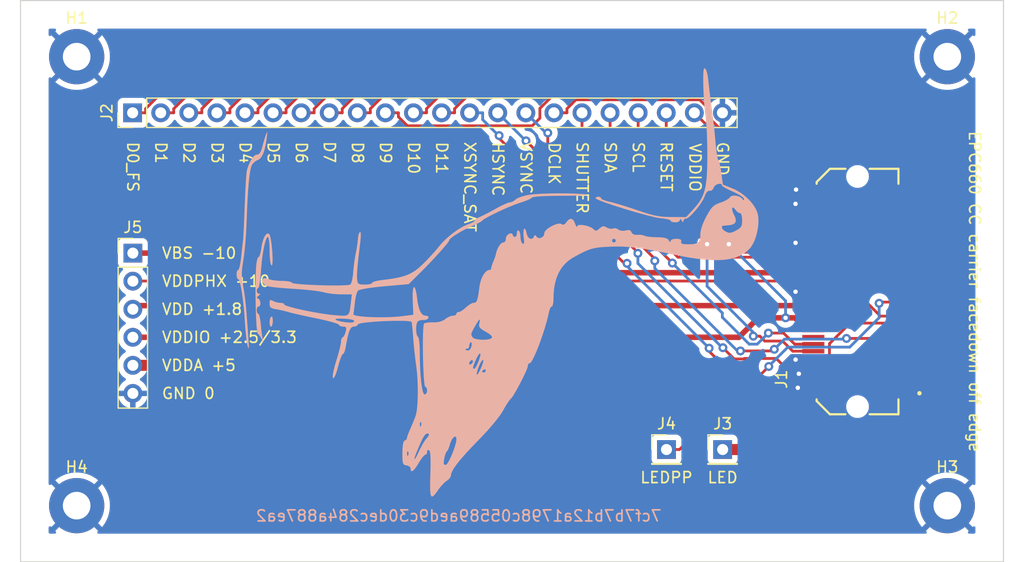
<source format=kicad_pcb>
(kicad_pcb (version 20221018) (generator pcbnew)
  (layers (0 "F.Cu" signal) (31 "B.Cu" signal) (34 "B.Paste" user) (35 "F.Paste" user) (36 "B.SilkS" user "B.Silkscreen") (37 "F.SilkS" user "F.Silkscreen") (38 "B.Mask" user) (39 "F.Mask" user) (44 "Edge.Cuts" user))
  (net 0 "")
  (net 14 "LEDPP")
  (net 15 "LED")
  (net 16 "VDDA")
  (net 17 "/VSYNC")
  (net 18 "/HSYNC")
  (net 19 "/DCLK")
  (net 20 "/XSYNC_SAT")
  (net 21 "/D0_FS")
  (net 22 "/D1")
  (net 23 "/D2")
  (net 24 "/D3")
  (net 25 "/D4")
  (net 26 "/D5")
  (net 27 "/D6")
  (net 28 "/D7")
  (net 29 "/D8")
  (net 30 "/D9")
  (net 31 "/D10")
  (net 32 "/D11")
  (net 33 "GND")
  (net 34 "RESET")
  (net 35 "SHUTTER")
  (net 36 "VDDIO")
  (net 37 "VDD")
  (net 38 "VDDPXH")
  (net 39 "VBS")
  (net 40 "SDA")
  (net 41 "SCL")
  (footprint "MountingHole:MountingHole_2.5mm_Pad" (layer "F.Cu") (at 198.12 78.74)
    (fp_text reference "H2")
    (fp_text value "MountingHole_Pad")
  )
  (footprint "Connector_PinHeader_2.54mm:PinHeader_1x22_P2.54mm_Vertical" (layer "F.Cu") (at 124.44 83.82 90)
    (fp_text reference "J2")
    (fp_text value "Conn_01x22")
  )
  (footprint "part_MEC6-130-02-L-D-RA1:SAMTEC_MEC6-130-02-L-D-RA1" (layer "F.Cu") (at 190 100 90)
    (fp_text reference "J1")
    (fp_text value "MEC6-130-02-L-D-RA1")
  )
  (footprint "Connector_PinHeader_2.54mm:PinHeader_1x01_P2.54mm_Vertical" (layer "F.Cu") (at 177.8 114.3)
    (fp_text reference "J3")
    (fp_text value "Conn_01x01")
  )
  (footprint "MountingHole:MountingHole_2.5mm_Pad" (layer "F.Cu") (at 119.38 119.38)
    (fp_text reference "H4")
    (fp_text value "MountingHole_Pad")
  )
  (footprint "MountingHole:MountingHole_2.5mm_Pad" (layer "F.Cu") (at 198.12 119.38)
    (fp_text reference "H3")
    (fp_text value "MountingHole_Pad")
  )
  (footprint "Connector_PinHeader_2.54mm:PinHeader_1x01_P2.54mm_Vertical" (layer "F.Cu") (at 172.72 114.3)
    (fp_text reference "J4")
    (fp_text value "Conn_01x01")
  )
  (footprint "MountingHole:MountingHole_2.5mm_Pad" (layer "F.Cu") (at 119.38 78.74)
    (fp_text reference "H1")
    (fp_text value "MountingHole_Pad")
  )
  (footprint "Connector_PinHeader_2.54mm:PinHeader_1x06_P2.54mm_Vertical" (layer "F.Cu") (at 124.46 96.52)
    (fp_text reference "J5")
    (fp_text value "Conn_01x06")
  )
  (gr_poly (pts (xy 137.119424 102.651782) (xy 137.118888 102.677299) (xy 137.116699 102.728261) (xy 137.113159 102.777789) (xy 137.108344 102.825627) (xy 137.10233 102.871519) (xy 137.095192 102.91521) (xy 137.087005 102.956444) (xy 137.077846 102.994965) (xy 137.067789 103.030517) (xy 137.056911 103.062844) (xy 137.045287 103.091691) (xy 137.032991 103.116802) (xy 137.020101 103.137921) (xy 137.006692 103.154792) (xy 136.992839 103.16716) (xy 136.985769 103.171575) (xy 136.978617 103.174768) (xy 136.971392 103.176707) (xy 136.964103 103.177361) (xy 136.946836 103.175106) (xy 136.930751 103.168521) (xy 136.915844 103.157869) (xy 136.902112 103.143417) (xy 136.88955 103.125429) (xy 136.878155 103.10417) (xy 136.867923 103.079907) (xy 136.858849 103.052903) (xy 136.85093 103.023425) (xy 136.844163 102.991737) (xy 136.834065 102.922795) (xy 136.828525 102.848198) (xy 136.827513 102.770068) (xy 136.830996 102.690528) (xy 136.838943 102.611698) (xy 136.851325 102.535702) (xy 136.86811 102.464661) (xy 136.878143 102.431662) (xy 136.889266 102.400697) (xy 136.901474 102.372032) (xy 136.914763 102.345932) (xy 136.92913 102.322663) (xy 136.94457 102.302488) (xy 136.96108 102.285675) (xy 136.978656 102.272488) (xy 136.978659 102.272488) (xy 136.986533 102.268329) (xy 136.994274 102.265508) (xy 137.001873 102.264002) (xy 137.009319 102.263783) (xy 137.016605 102.264826) (xy 137.023721 102.267107) (xy 137.030657 102.270599) (xy 137.037405 102.275278) (xy 137.043956 102.281117) (xy 137.050299 102.288092) (xy 137.056427 102.296177) (xy 137.062329 102.305346) (xy 137.067997 102.315574) (xy 137.073421 102.326836) (xy 137.078592 102.339105) (xy 137.083501 102.352358) (xy 137.088138 102.366568) (xy 137.092496 102.38171) (xy 137.096563 102.397758) (xy 137.100332 102.414687) (xy 137.103792 102.432472) (xy 137.106935 102.451087) (xy 137.109752 102.470507) (xy 137.112232 102.490706) (xy 137.114368 102.511659) (xy 137.11615 102.53334) (xy 137.117568 102.555724) (xy 137.118614 102.578786) (xy 137.119278 102.6025) (xy 137.119551 102.62684)) (fill solid) (layer "B.SilkS"))
  (gr_poly (pts (xy 137.098089 97.288124) (xy 137.087304 97.448172) (xy 137.068266 97.564652) (xy 137.055473 97.604112) (xy 137.0404 97.629751) (xy 137.022975 97.640592) (xy 137.003127 97.635658) (xy 136.993652 97.628329) (xy 136.984335 97.618049) (xy 136.975183 97.60489) (xy 136.966207 97.588922) (xy 136.94882 97.548849) (xy 136.932248 97.498405) (xy 136.916568 97.438164) (xy 136.901855 97.368698) (xy 136.888184 97.290581) (xy 136.875632 97.204387) (xy 136.864273 97.11069) (xy 136.854183 97.010063) (xy 136.845439 96.90308) (xy 136.838115 96.790315) (xy 136.832287 96.67234) (xy 136.82803 96.54973) (xy 136.825421 96.423058) (xy 136.824534 96.292898) (xy 136.821416 96.045508) (xy 136.812484 95.814705) (xy 136.798373 95.605545) (xy 136.779721 95.423081) (xy 136.757162 95.272366) (xy 136.744616 95.210495) (xy 136.731332 95.158456) (xy 136.717389 95.116882) (xy 136.702866 95.086404) (xy 136.687843 95.067654) (xy 136.680169 95.062874) (xy 136.6724 95.061263) (xy 136.651449 95.065692) (xy 136.630054 95.078804) (xy 136.608267 95.100336) (xy 136.586143 95.130026) (xy 136.563733 95.167612) (xy 136.541089 95.212832) (xy 136.495313 95.325123) (xy 136.449234 95.464799) (xy 136.403274 95.629763) (xy 136.357853 95.817915) (xy 136.313391 96.027157) (xy 136.270308 96.25539) (xy 136.229026 96.500516) (xy 136.189965 96.760435) (xy 136.153545 97.03305) (xy 136.120187 97.31626) (xy 136.090312 97.607968) (xy 136.064339 97.906075) (xy 136.042689 98.208483) (xy 136.02145 98.4923) (xy 135.996057 98.759312) (xy 135.967438 99.003504) (xy 135.936526 99.21886) (xy 135.904249 99.399366) (xy 135.871538 99.539006) (xy 135.85531 99.591622) (xy 135.839323 99.631765) (xy 135.823693 99.658685) (xy 135.808535 99.671629) (xy 135.788503 99.680581) (xy 135.770065 99.691465) (xy 135.753205 99.704138) (xy 135.737905 99.718452) (xy 135.724147 99.734265) (xy 135.711914 99.751432) (xy 135.701189 99.769806) (xy 135.691954 99.789244) (xy 135.684192 99.8096) (xy 135.677885 99.83073) (xy 135.673016 99.852489) (xy 135.669568 99.874732) (xy 135.667522 99.897314) (xy 135.666862 99.92009) (xy 135.667571 99.942916) (xy 135.669629 99.965646) (xy 135.673022 99.988136) (xy 135.67773 100.010241) (xy 135.683736 100.031816) (xy 135.691023 100.052716) (xy 135.699574 100.072796) (xy 135.709371 100.091912) (xy 135.720396 100.109918) (xy 135.732633 100.12667) (xy 135.746063 100.142023) (xy 135.76067 100.155832) (xy 135.776435 100.167952) (xy 135.793342 100.178238) (xy 135.811373 100.186546) (xy 135.83051 100.19273) (xy 135.850737 100.196646) (xy 135.872035 100.198149) (xy 135.884732 100.198439) (xy 135.896529 100.199064) (xy 135.907427 100.200024) (xy 135.917425 100.201319) (xy 135.926522 100.20295) (xy 135.93472 100.204918) (xy 135.942016 100.207224) (xy 135.948412 100.209868) (xy 135.953907 100.212852) (xy 135.9585 100.216175) (xy 135.962192 100.219839) (xy 135.964982 100.223844) (xy 135.96687 100.228191) (xy 135.967856 100.232881) (xy 135.967939 100.237915) (xy 135.967119 100.243293) (xy 135.965396 100.249015) (xy 135.96277 100.255084) (xy 135.959241 100.261498) (xy 135.954807 100.26826) (xy 135.94947 100.27537) (xy 135.943229 100.282828) (xy 135.936083 100.290636) (xy 135.928032 100.298793) (xy 135.919076 100.307302) (xy 135.909215 100.316162) (xy 135.898449 100.325374) (xy 135.886777 100.334939) (xy 135.860715 100.355131) (xy 135.831027 100.376743) (xy 135.797893 100.400759) (xy 135.768924 100.423262) (xy 135.755994 100.433979) (xy 135.744098 100.444355) (xy 135.733232 100.454404) (xy 135.723394 100.464138) (xy 135.714581 100.47357) (xy 135.70679 100.482712) (xy 135.70002 100.491577) (xy 135.694266 100.500178) (xy 135.689527 100.508526) (xy 135.6858 100.516635) (xy 135.683082 100.524518) (xy 135.681371 100.532186) (xy 135.680663 100.539653) (xy 135.680956 100.546931) (xy 135.682248 100.554032) (xy 135.684536 100.56097) (xy 135.687817 100.567756) (xy 135.692088 100.574405) (xy 135.697348 100.580927) (xy 135.703592 100.587335) (xy 135.710819 100.593643) (xy 135.719025 100.599863) (xy 135.728209 100.606007) (xy 135.738367 100.612089) (xy 135.749497 100.618119) (xy 135.761596 100.624113) (xy 135.774662 100.630081) (xy 135.788691 100.636036) (xy 135.811141 100.64683) (xy 135.832347 100.660469) (xy 135.852296 100.676744) (xy 135.870977 100.695446) (xy 135.888379 100.716365) (xy 135.904488 100.739294) (xy 135.919294 100.764022) (xy 135.932785 100.790342) (xy 135.944947 100.818043) (xy 135.955771 100.846916) (xy 135.965244 100.876753) (xy 135.973353 100.907345) (xy 135.985435 100.969956) (xy 135.991923 101.033077) (xy 135.992722 101.095034) (xy 135.990957 101.125055) (xy 135.987735 101.154157) (xy 135.983043 101.182133) (xy 135.97687 101.208772) (xy 135.969203 101.233867) (xy 135.96003 101.257208) (xy 135.94934 101.278586) (xy 135.93712 101.297791) (xy 135.92336 101.314615) (xy 135.908047 101.32885) (xy 135.891169 101.340285) (xy 135.872714 101.348711) (xy 135.852671 101.35392) (xy 135.831027 101.355703) (xy 135.822521 101.356134) (xy 135.814127 101.357412) (xy 135.805854 101.359516) (xy 135.797713 101.362426) (xy 135.789715 101.366121) (xy 135.78187 101.37058) (xy 135.774187 101.375782) (xy 135.766679 101.381707) (xy 135.759354 101.388333) (xy 135.752224 101.395639) (xy 135.745299 101.403606) (xy 135.73859 101.412211) (xy 135.732106 101.421435) (xy 135.725858 101.431256) (xy 135.719857 101.441653) (xy 135.714113 101.452606) (xy 135.708636 101.464094) (xy 135.703437 101.476096) (xy 135.698526 101.488591) (xy 135.693914 101.501559) (xy 135.689612 101.514978) (xy 135.685628 101.528828) (xy 135.681975 101.543088) (xy 135.678662 101.557736) (xy 135.6757 101.572753) (xy 135.673098 101.588118) (xy 135.670869 101.603809) (xy 135.669021 101.619805) (xy 135.667566 101.636087) (xy 135.666514 101.652632) (xy 135.665875 101.669421) (xy 135.66566 101.686432) (xy 135.666392 101.720247) (xy 135.668543 101.753115) (xy 135.672043 101.784868) (xy 135.676822 101.815334) (xy 135.682811 101.844342) (xy 135.689938 101.871723) (xy 135.698136 101.897305) (xy 135.707333 101.920918) (xy 135.71746 101.942392) (xy 135.728448 101.961556) (xy 135.740227 101.97824) (xy 135.752726 101.992272) (xy 135.765876 102.003483) (xy 135.772674 102.007978) (xy 135.779608 102.011702) (xy 135.78667 102.014637) (xy 135.793851 102.016759) (xy 135.801142 102.018048) (xy 135.808535 102.018482) (xy 135.815928 102.019835) (xy 135.82346 102.023851) (xy 135.831118 102.030462) (xy 135.838885 102.039602) (xy 135.846748 102.051206) (xy 135.85469 102.065206) (xy 135.870754 102.100131) (xy 135.886958 102.143846) (xy 135.903181 102.195821) (xy 135.919304 102.255523) (xy 135.935205 102.322423) (xy 135.950766 102.395989) (xy 135.965865 102.47569) (xy 135.980383 102.560996) (xy 135.994199 102.651375) (xy 136.007194 102.746297) (xy 136.019246 102.845229) (xy 136.030237 102.947643) (xy 136.040046 103.053005) (xy 136.05963 103.26794) (xy 136.082129 103.481403) (xy 136.106737 103.687827) (xy 136.132647 103.881647) (xy 136.159054 104.057298) (xy 136.185151 104.209213) (xy 136.210132 104.331829) (xy 136.233191 104.419579) (xy 136.242671 104.451242) (xy 136.249809 104.477802) (xy 136.254653 104.4993) (xy 136.25725 104.515779) (xy 136.25772 104.52215) (xy 136.257645 104.527282) (xy 136.257032 104.53118) (xy 136.255886 104.53385) (xy 136.254212 104.535298) (xy 136.252018 104.535528) (xy 136.249308 104.534546) (xy 136.246088 104.532357) (xy 136.242364 104.528967) (xy 136.238143 104.52438) (xy 136.228229 104.51164) (xy 136.216393 104.494179) (xy 136.202681 104.47204) (xy 136.187139 104.445266) (xy 136.169815 104.413899) (xy 136.150754 104.377982) (xy 136.130004 104.337557) (xy 136.108038 104.294566) (xy 136.084937 104.251599) (xy 136.036118 104.166819) (xy 135.985129 104.085387) (xy 135.933551 104.009475) (xy 135.908035 103.974266) (xy 135.882964 103.941251) (xy 135.858537 103.910702) (xy 135.834951 103.882888) (xy 135.812404 103.858082) (xy 135.791093 103.836555) (xy 135.771216 103.818578) (xy 135.752971 103.804422) (xy 135.736942 103.780716) (xy 135.721369 103.732813) (xy 135.691711 103.569757) (xy 135.639179 103.012057) (xy 135.597282 102.216821) (xy 135.567927 101.269548) (xy 135.553021 100.255737) (xy 135.554471 99.260886) (xy 135.574184 98.370494) (xy 135.614066 97.670059) (xy 135.614066 97.670055) (xy 135.630918 97.512031) (xy 135.652141 97.364565) (xy 135.676899 97.230896) (xy 135.690342 97.170248) (xy 135.704354 97.114264) (xy 135.718832 97.063351) (xy 135.73367 97.017911) (xy 135.748764 96.978351) (xy 135.764009 96.945076) (xy 135.779301 96.91849) (xy 135.794534 96.898998) (xy 135.809605 96.887007) (xy 135.817047 96.88395) (xy 135.824408 96.882919) (xy 135.831828 96.881854) (xy 135.83944 96.878694) (xy 135.847229 96.873491) (xy 135.855179 96.866298) (xy 135.863274 96.857165) (xy 135.871496 96.846145) (xy 135.87983 96.833291) (xy 135.88826 96.818655) (xy 135.905343 96.784242) (xy 135.922613 96.743323) (xy 135.939941 96.696316) (xy 135.957198 96.643637) (xy 135.974252 96.585702) (xy 135.990976 96.522929) (xy 136.007238 96.455733) (xy 136.02291 96.384531) (xy 136.03786 96.309741) (xy 136.051959 96.231778) (xy 136.065078 96.15106) (xy 136.077086 96.068003) (xy 136.103335 95.899945) (xy 136.134158 95.740098) (xy 136.169104 95.589262) (xy 136.207724 95.448237) (xy 136.249569 95.317824) (xy 136.29419 95.198823) (xy 136.341135 95.092035) (xy 136.389957 94.998259) (xy 136.440205 94.918297) (xy 136.491429 94.852948) (xy 136.543181 94.803012) (xy 136.569113 94.784075) (xy 136.59501 94.769291) (xy 136.620813 94.758761) (xy 136.646466 94.752584) (xy 136.671915 94.750862) (xy 136.697102 94.753692) (xy 136.72197 94.761177) (xy 136.746465 94.773416) (xy 136.77053 94.790508) (xy 136.794108 94.812554) (xy 136.815831 94.842584) (xy 136.837296 94.886132) (xy 136.879163 95.009878) (xy 136.91913 95.175983) (xy 136.956621 95.376634) (xy 136.991057 95.604019) (xy 137.021862 95.850328) (xy 137.070268 96.36847) (xy 137.097217 96.868565) (xy 137.101201 97.092318)) (fill solid) (layer "B.SilkS"))
  (gr_poly (pts (xy 181.030292 93.862066) (xy 181.011276 94.081137) (xy 180.981694 94.301861) (xy 180.942066 94.522163) (xy 180.892907 94.739966) (xy 180.834735 94.953196) (xy 180.768066 95.159778) (xy 180.693418 95.357635) (xy 180.611308 95.544692) (xy 180.522252 95.718875) (xy 180.426768 95.878106) (xy 180.325373 96.020312) (xy 180.218584 96.143415) (xy 180.111866 96.248062) (xy 180.000174 96.346954) (xy 179.883357 96.440103) (xy 179.761267 96.527521) (xy 179.633755 96.609221) (xy 179.500673 96.685214) (xy 179.361871 96.755512) (xy 179.217202 96.820129) (xy 179.066516 96.879075) (xy 178.909664 96.932363) (xy 178.746499 96.980005) (xy 178.57687 97.022013) (xy 178.40063 97.058399) (xy 178.217629 97.089176) (xy 178.02772 97.114355) (xy 177.830752 97.133949) (xy 177.415049 97.156429) (xy 176.96933 97.156712) (xy 176.492405 97.134897) (xy 175.983085 97.091078) (xy 175.440178 97.025354) (xy 174.862497 96.937822) (xy 174.24885 96.828577) (xy 173.598048 96.697718) (xy 172.493666 96.469427) (xy 171.546897 96.286249) (xy 170.730226 96.144682) (xy 170.016136 96.04122) (xy 169.377111 95.972362) (xy 168.785635 95.934602) (xy 168.214192 95.924437) (xy 167.635265 95.938364) (xy 167.107731 95.965153) (xy 166.877869 95.982245) (xy 166.666146 96.003104) (xy 166.469212 96.028707) (xy 166.283719 96.06003) (xy 166.106319 96.098051) (xy 165.933663 96.143746) (xy 165.762402 96.198092) (xy 165.589188 96.262064) (xy 165.410672 96.336641) (xy 165.223505 96.422799) (xy 165.024339 96.521513) (xy 164.809825 96.633762) (xy 164.321359 96.902769) (xy 164.209194 96.968484) (xy 164.100652 97.037397) (xy 163.995727 97.10952) (xy 163.894413 97.184865) (xy 163.796706 97.263445) (xy 163.7026 97.345271) (xy 163.61209 97.430355) (xy 163.52517 97.51871) (xy 163.441835 97.610348) (xy 163.36208 97.705281) (xy 163.285899 97.80352) (xy 163.213287 97.905079) (xy 163.144239 98.009969) (xy 163.078749 98.118202) (xy 163.016813 98.229791) (xy 162.958424 98.344747) (xy 162.903577 98.463083) (xy 162.852268 98.584811) (xy 162.80449 98.709942) (xy 162.760239 98.83849) (xy 162.719509 98.970465) (xy 162.682295 99.105881) (xy 162.648591 99.244749) (xy 162.618393 99.387082) (xy 162.591694 99.532891) (xy 162.568489 99.682189) (xy 162.548774 99.834987) (xy 162.532543 99.991298) (xy 162.51051 100.314508) (xy 162.502349 100.651915) (xy 162.501308 100.723477) (xy 162.498736 100.793064) (xy 162.494715 100.860309) (xy 162.489326 100.924849) (xy 162.48265 100.986319) (xy 162.474769 101.044356) (xy 162.465763 101.098594) (xy 162.455715 101.14867) (xy 162.444706 101.194219) (xy 162.432817 101.234877) (xy 162.42013 101.270279) (xy 162.406726 101.300062) (xy 162.392686 101.32386) (xy 162.378091 101.34131) (xy 162.370612 101.34754) (xy 162.363024 101.352047) (xy 162.355339 101.354785) (xy 162.347566 101.355707) (xy 162.339538 101.356411) (xy 162.331341 101.358498) (xy 162.32299 101.361936) (xy 162.314501 101.366688) (xy 162.305892 101.372722) (xy 162.297178 101.380002) (xy 162.288375 101.388495) (xy 162.279499 101.398165) (xy 162.270567 101.408978) (xy 162.261596 101.4209) (xy 162.2526 101.433897) (xy 162.243597 101.447934) (xy 162.234603 101.462977) (xy 162.225634 101.478991) (xy 162.207835 101.513796) (xy 162.19033 101.552073) (xy 162.17325 101.593548) (xy 162.156724 101.637945) (xy 162.140882 101.68499) (xy 162.125854 101.734406) (xy 162.11177 101.785919) (xy 162.098759 101.839253) (xy 162.086951 101.894134) (xy 162.015732 102.220004) (xy 161.928644 102.569427) (xy 161.716184 103.314328) (xy 161.468223 104.07963) (xy 161.203409 104.816128) (xy 160.940395 105.474615) (xy 160.697828 106.005885) (xy 160.590041 106.208436) (xy 160.49436 106.360731) (xy 160.413116 106.456619) (xy 160.378637 106.481488) (xy 160.348641 106.489948) (xy 160.340012 106.490283) (xy 160.331493 106.491275) (xy 160.323097 106.492909) (xy 160.314834 106.495168) (xy 160.306714 106.498035) (xy 160.298748 106.501494) (xy 160.290947 106.505529) (xy 160.283321 106.510123) (xy 160.275882 106.515259) (xy 160.268639 106.520922) (xy 160.261603 106.527094) (xy 160.254785 106.533759) (xy 160.248196 106.540901) (xy 160.241847 106.548504) (xy 160.235747 106.55655) (xy 160.229908 106.565023) (xy 160.22434 106.573908) (xy 160.219054 106.583186) (xy 160.214061 106.592843) (xy 160.209371 106.602861) (xy 160.204995 106.613224) (xy 160.200944 106.623915) (xy 160.197228 106.634918) (xy 160.193858 106.646217) (xy 160.190844 106.657795) (xy 160.188198 106.669635) (xy 160.18593 106.681722) (xy 160.18405 106.694038) (xy 160.182569 106.706567) (xy 160.181498 106.719293) (xy 160.180848 106.7322) (xy 160.180629 106.74527) (xy 160.166312 106.828535) (xy 160.125562 106.955045) (xy 160.061682 107.118468) (xy 159.977974 107.31247) (xy 159.764282 107.766881) (xy 159.510902 108.267616) (xy 159.244252 108.764009) (xy 158.990749 109.205399) (xy 158.877183 109.389635) (xy 158.776809 109.54112) (xy 158.692931 109.653523) (xy 158.62885 109.72051) (xy 158.605004 109.742107) (xy 158.576866 109.772303) (xy 158.544794 109.810548) (xy 158.509146 109.856295) (xy 158.470282 109.908995) (xy 158.428559 109.968099) (xy 158.384337 110.03306) (xy 158.337973 110.103329) (xy 158.240255 110.257596) (xy 158.138274 110.426513) (xy 158.034897 110.605693) (xy 157.932994 110.790749) (xy 157.873084 110.894951) (xy 157.798626 111.012369) (xy 157.710508 111.141926) (xy 157.609625 111.282544) (xy 157.496866 111.433146) (xy 157.373123 111.592655) (xy 157.096251 111.934081) (xy 156.786141 112.298204) (xy 156.449924 112.676403) (xy 156.094731 113.060059) (xy 155.727694 113.440552) (xy 155.133157 114.05498) (xy 154.620909 114.606248) (xy 154.190021 115.095566) (xy 154.004796 115.317372) (xy 153.839562 115.524144) (xy 153.694203 115.716033) (xy 153.568602 115.89319) (xy 153.462643 116.055767) (xy 153.376211 116.203914) (xy 153.309188 116.337784) (xy 153.261458 116.457526) (xy 153.232906 116.563293) (xy 153.223414 116.655235) (xy 153.222918 116.66752) (xy 153.221447 116.680294) (xy 153.219024 116.693524) (xy 153.215673 116.707181) (xy 153.21142 116.721234) (xy 153.206287 116.73565) (xy 153.193483 116.765452) (xy 153.177455 116.796339) (xy 153.158395 116.828063) (xy 153.136498 116.860376) (xy 153.111959 116.89303) (xy 153.084969 116.925777) (xy 153.055724 116.958369) (xy 153.024417 116.990558) (xy 152.991243 117.022096) (xy 152.956393 117.052735) (xy 152.920063 117.082226) (xy 152.882447 117.110323) (xy 152.843737 117.136776) (xy 152.802908 117.165354) (xy 152.759073 117.199203) (xy 152.712637 117.237889) (xy 152.664006 117.280977) (xy 152.613584 117.328035) (xy 152.561777 117.378627) (xy 152.508989 117.432319) (xy 152.455626 117.488678) (xy 152.402092 117.547269) (xy 152.348793 117.607658) (xy 152.296133 117.669412) (xy 152.244518 117.732095) (xy 152.194352 117.795275) (xy 152.146041 117.858516) (xy 152.099989 117.921385) (xy 152.056601 117.983448) (xy 151.936352 118.155598) (xy 151.829202 118.298633) (xy 151.780348 118.358835) (xy 151.734542 118.411282) (xy 151.691707 118.455815) (xy 151.651768 118.492275) (xy 151.614648 118.520502) (xy 151.580272 118.540339) (xy 151.548564 118.551625) (xy 151.533686 118.554013) (xy 151.519448 118.554203) (xy 151.505838 118.552176) (xy 151.492848 118.547913) (xy 151.480468 118.541393) (xy 151.468689 118.532597) (xy 151.446894 118.508095) (xy 151.427388 118.474248) (xy 151.410096 118.430899) (xy 151.394941 118.377887) (xy 151.381847 118.315054) (xy 151.370738 118.242241) (xy 151.36154 118.159289) (xy 151.354175 118.066039) (xy 151.348569 117.962333) (xy 151.344645 117.848011) (xy 151.341541 117.586884) (xy 151.344256 117.281388) (xy 151.352184 116.930252) (xy 151.364718 116.532204) (xy 151.379043 116.043598) (xy 151.385305 115.61902) (xy 151.383507 115.257632) (xy 151.373647 114.958597) (xy 151.355726 114.721077) (xy 151.343743 114.625124) (xy 151.329744 114.544236) (xy 151.313729 114.478308) (xy 151.2957 114.427236) (xy 151.275655 114.390915) (xy 151.253594 114.36924) (xy 151.243872 114.363653) (xy 151.234306 114.358795) (xy 151.224908 114.354659) (xy 151.215687 114.351236) (xy 151.206652 114.34852) (xy 151.197815 114.346503) (xy 151.189185 114.345177) (xy 151.180771 114.344535) (xy 151.172584 114.34457) (xy 151.164634 114.345273) (xy 151.15693 114.346638) (xy 151.149483 114.348656) (xy 151.142303 114.351321) (xy 151.135398 114.354624) (xy 151.12878 114.358559) (xy 151.122459 114.363118) (xy 151.116443 114.368292) (xy 151.110744 114.374076) (xy 151.105371 114.380461) (xy 151.100333 114.387439) (xy 151.095642 114.395004) (xy 151.091306 114.403147) (xy 151.087336 114.411862) (xy 151.083742 114.42114) (xy 151.080534 114.430974) (xy 151.077721 114.441357) (xy 151.075314 114.452281) (xy 151.073322 114.463739) (xy 151.071755 114.475723) (xy 151.070624 114.488225) (xy 151.069938 114.501238) (xy 151.069707 114.514755) (xy 151.068883 114.54098) (xy 151.066467 114.566482) (xy 151.062539 114.591127) (xy 151.057181 114.614782) (xy 151.050474 114.637313) (xy 151.0425 114.658587) (xy 151.03334 114.678468) (xy 151.023075 114.696825) (xy 151.011788 114.713523) (xy 150.999558 114.728428) (xy 150.986468 114.741407) (xy 150.979625 114.747132) (xy 150.972598 114.752326) (xy 150.965397 114.756971) (xy 150.958031 114.761051) (xy 150.950512 114.764549) (xy 150.942848 114.767449) (xy 150.935051 114.769734) (xy 150.92713 114.771386) (xy 150.919096 114.77239) (xy 150.910958 114.772728) (xy 150.902252 114.773701) (xy 150.892529 114.776587) (xy 150.881828 114.781339) (xy 150.870185 114.787911) (xy 150.85764 114.796253) (xy 150.84423 114.806319) (xy 150.829992 114.818062) (xy 150.814964 114.831433) (xy 150.782691 114.862872) (xy 150.747713 114.900256) (xy 150.710331 114.943206) (xy 150.670849 114.991341) (xy 150.629569 115.044282) (xy 150.586793 115.10165) (xy 150.542823 115.163063) (xy 150.497961 115.228143) (xy 150.45251 115.296509) (xy 150.406773 115.367782) (xy 150.36105 115.441582) (xy 150.315646 115.517529) (xy 150.235427 115.651308) (xy 150.158642 115.772245) (xy 150.085531 115.88018) (xy 150.016335 115.97495) (xy 149.951293 116.056395) (xy 149.890647 116.124355) (xy 149.834636 116.178668) (xy 149.808444 116.200657) (xy 149.783501 116.219174) (xy 149.759837 116.234199) (xy 149.737482 116.245712) (xy 149.716466 116.253692) (xy 149.696819 116.25812) (xy 149.678571 116.258976) (xy 149.661753 116.256239) (xy 149.646393 116.249889) (xy 149.632523 116.239907) (xy 149.620173 116.226272) (xy 149.609371 116.208963) (xy 149.600149 116.187962) (xy 149.592536 116.163248) (xy 149.586563 116.1348) (xy 149.582259 116.102599) (xy 149.57878 116.026855) (xy 149.578296 116.014584) (xy 149.576858 116.002339) (xy 149.574491 115.990138) (xy 149.571217 115.977999) (xy 149.567061 115.96594) (xy 149.562046 115.95398) (xy 149.556195 115.942137) (xy 149.549531 115.930428) (xy 149.542079 115.918873) (xy 149.533862 115.907489) (xy 149.524903 115.896294) (xy 149.515226 115.885307) (xy 149.504854 115.874545) (xy 149.493811 115.864028) (xy 149.48212 115.853772) (xy 149.469805 115.843797) (xy 149.456889 115.83412) (xy 149.443396 115.82476) (xy 149.429349 115.815735) (xy 149.414772 115.807063) (xy 149.399689 115.798761) (xy 149.384122 115.790849) (xy 149.368095 115.783345) (xy 149.351632 115.776266) (xy 149.334756 115.769631) (xy 149.317491 115.763457) (xy 149.29986 115.757764) (xy 149.281887 115.75257) (xy 149.263595 115.747891) (xy 149.245008 115.743748) (xy 149.226149 115.740157) (xy 149.207042 115.737137) (xy 149.146388 115.727272) (xy 149.118677 115.721591) (xy 149.092643 115.715203) (xy 149.068233 115.707955) (xy 149.045397 115.699689) (xy 149.024084 115.690252) (xy 149.004242 115.679487) (xy 148.985821 115.66724) (xy 148.968769 115.653356) (xy 148.953036 115.637678) (xy 148.938569 115.620052) (xy 148.925319 115.600322) (xy 148.913234 115.578334) (xy 148.902262 115.553931) (xy 148.892353 115.526959) (xy 148.883455 115.497263) (xy 148.875518 115.464686) (xy 148.868491 115.429075) (xy 148.862321 115.390272) (xy 148.856959 115.348124) (xy 148.852353 115.302475) (xy 148.848452 115.25317) (xy 148.845204 115.200053) (xy 148.840466 115.081764) (xy 148.83773 114.946365) (xy 148.836586 114.792615) (xy 148.836627 114.61927) (xy 148.840451 114.373433) (xy 148.850848 114.15623) (xy 148.858473 114.058554) (xy 148.867695 113.968264) (xy 148.878497 113.885435) (xy 148.890866 113.810142) (xy 148.904785 113.742462) (xy 148.920239 113.682468) (xy 148.937212 113.630238) (xy 148.955689 113.585846) (xy 148.975654 113.549369) (xy 148.997093 113.520881) (xy 149.019988 113.500459) (xy 149.044326 113.488178) (xy 149.065144 113.480493) (xy 149.085364 113.471407) (xy 149.104883 113.461038) (xy 149.123597 113.449504) (xy 149.141405 113.436924) (xy 149.158203 113.423415) (xy 149.173888 113.409097) (xy 149.188358 113.394086) (xy 149.201511 113.378502) (xy 149.213243 113.362463) (xy 149.223452 113.346086) (xy 149.232036 113.32949) (xy 149.235685 113.321146) (xy 149.23889 113.312793) (xy 149.241637 113.304443) (xy 149.243913 113.296113) (xy 149.245706 113.287817) (xy 149.247003 113.279569) (xy 149.24779 113.271385) (xy 149.248055 113.263279) (xy 149.249489 113.24392) (xy 149.253693 113.218848) (xy 149.260526 113.188459) (xy 149.269842 113.153147) (xy 149.2815 113.113309) (xy 149.295355 113.069338) (xy 149.319215 112.999479) (xy 149.319215 114.470689) (xy 149.316959 114.470797) (xy 149.314734 114.471106) (xy 149.312543 114.471613) (xy 149.310387 114.472317) (xy 149.306179 114.47431) (xy 149.302116 114.47707) (xy 149.298204 114.480583) (xy 149.29445 114.484836) (xy 149.290858 114.489815) (xy 149.287435 114.495505) (xy 149.284186 114.501894) (xy 149.281117 114.508966) (xy 149.278235 114.51671) (xy 149.275544 114.52511) (xy 149.273051 114.534153) (xy 149.270761 114.543825) (xy 149.268681 114.554112) (xy 149.266816 114.565001) (xy 149.265172 114.576478) (xy 149.263754 114.588528) (xy 149.262569 114.601138) (xy 149.261622 114.614295) (xy 149.26092 114.627984) (xy 149.260467 114.642192) (xy 149.260271 114.656905) (xy 149.260335 114.672108) (xy 149.260668 114.687789) (xy 149.261273 114.703934) (xy 149.263129 114.73833) (xy 149.265702 114.769075) (xy 149.268965 114.796146) (xy 149.27289 114.81952) (xy 149.277451 114.839174) (xy 149.282621 114.855084) (xy 149.285425 114.861627) (xy 149.288372 114.867226) (xy 149.291456 114.871878) (xy 149.294677 114.875579) (xy 149.298029 114.878326) (xy 149.301509 114.880118) (xy 149.305114 114.88095) (xy 149.308841 114.880819) (xy 149.312686 114.879724) (xy 149.316646 114.877661) (xy 149.320718 114.874627) (xy 149.324897 114.870619) (xy 149.329182 114.865634) (xy 149.333567 114.85967) (xy 149.342628 114.844791) (xy 149.352054 114.825959) (xy 149.361817 114.80315) (xy 149.370112 114.780574) (xy 149.377146 114.757602) (xy 149.382928 114.734397) (xy 149.387468 114.711123) (xy 149.390776 114.687942) (xy 149.392861 114.665017) (xy 149.393732 114.64251) (xy 149.393401 114.620584) (xy 149.391875 114.599403) (xy 149.389166 114.579129) (xy 149.385282 114.559925) (xy 149.380233 114.541953) (xy 149.37403 114.525377) (xy 149.366681 114.510359) (xy 149.358196 114.497062) (xy 149.353531 114.49111) (xy 149.348586 114.485649) (xy 149.343424 114.481008) (xy 149.338362 114.477244) (xy 149.333404 114.474344) (xy 149.328556 114.472294) (xy 149.323825 114.47108) (xy 149.321504 114.470782) (xy 149.319215 114.470689) (xy 149.319215 112.999479) (xy 149.329084 112.970585) (xy 149.369883 112.860049) (xy 149.416603 112.740893) (xy 149.468098 112.61628) (xy 149.523221 112.489372) (xy 149.647781 112.20447) (xy 149.782511 111.883973) (xy 149.911289 111.567196) (xy 150.017991 111.293455) (xy 150.063453 111.1463) (xy 150.103562 110.962362) (xy 150.138268 110.745445) (xy 150.167522 110.499354) (xy 150.191271 110.227892) (xy 150.209467 109.934864) (xy 150.228996 109.299324) (xy 150.225704 108.623166) (xy 150.199188 107.936823) (xy 150.177096 107.599342) (xy 150.149046 107.270727) (xy 150.114989 106.954781) (xy 150.074874 106.65531) (xy 150.00538 106.133171) (xy 149.933654 105.506357) (xy 149.868376 104.853746) (xy 149.818229 104.254217) (xy 149.776123 103.726581) (xy 149.734389 103.269637) (xy 149.697865 102.932252) (xy 149.683068 102.823664) (xy 149.671388 102.76329) (xy 149.651069 102.740927) (xy 149.60538 102.721164) (xy 149.444646 102.689147) (xy 149.2027 102.666653) (xy 148.893057 102.653095) (xy 148.124737 102.650436) (xy 147.247803 102.676473) (xy 146.370373 102.726509) (xy 145.600565 102.795846) (xy 145.289805 102.836284) (xy 145.046494 102.879786) (xy 144.884147 102.925765) (xy 144.837559 102.949499) (xy 144.816279 102.973633) (xy 144.812303 102.984111) (xy 144.807582 102.994452) (xy 144.802142 103.004643) (xy 144.796004 103.014672) (xy 144.789193 103.024525) (xy 144.781732 103.034191) (xy 144.773645 103.043655) (xy 144.764954 103.052905) (xy 144.755684 103.061928) (xy 144.745859 103.070712) (xy 144.735501 103.079244) (xy 144.724634 103.08751) (xy 144.713281 103.095498) (xy 144.701467 103.103195) (xy 144.689214 103.110588) (xy 144.676546 103.117665) (xy 144.663487 103.124413) (xy 144.65006 103.130818) (xy 144.636289 103.136868) (xy 144.622196 103.14255) (xy 144.607806 103.147851) (xy 144.593142 103.152758) (xy 144.578228 103.157259) (xy 144.563087 103.161341) (xy 144.547742 103.164991) (xy 144.532217 103.168196) (xy 144.516536 103.170943) (xy 144.500722 103.173219) (xy 144.484799 103.175012) (xy 144.468789 103.176308) (xy 144.452717 103.177095) (xy 144.436606 103.177361) (xy 144.407388 103.178645) (xy 144.378989 103.182568) (xy 144.35137 103.189233) (xy 144.32449 103.198744) (xy 144.298309 103.211205) (xy 144.272786 103.226718) (xy 144.247881 103.245388) (xy 144.223553 103.267319) (xy 144.199761 103.292614) (xy 144.176466 103.321376) (xy 144.153627 103.35371) (xy 144.131204 103.38972) (xy 144.109155 103.429508) (xy 144.087441 103.473178) (xy 144.066021 103.520835) (xy 144.044855 103.572582) (xy 144.023902 103.628522) (xy 144.003121 103.68876) (xy 143.982473 103.753398) (xy 143.961917 103.822541) (xy 143.941412 103.896292) (xy 143.920918 103.974755) (xy 143.900394 104.058034) (xy 143.8798 104.146232) (xy 143.838241 104.3378) (xy 143.795916 104.550289) (xy 143.752502 104.784529) (xy 143.707675 105.041349) (xy 143.695913 105.104564) (xy 143.683038 105.166004) (xy 143.669174 105.225351) (xy 143.654448 105.282287) (xy 143.638986 105.336494) (xy 143.622914 105.387655) (xy 143.606357 105.435452) (xy 143.589441 105.479567) (xy 143.572293 105.519682) (xy 143.555038 105.555479) (xy 143.537803 105.586642) (xy 143.520713 105.612851) (xy 143.503894 105.633789) (xy 143.487473 105.649138) (xy 143.471574 105.65858) (xy 143.46386 105.660987) (xy 143.456324 105.661798) (xy 143.448535 105.663313) (xy 143.440069 105.667807) (xy 143.430955 105.675207) (xy 143.421223 105.685438) (xy 143.4109 105.698425) (xy 143.400016 105.714095) (xy 143.37668 105.753183) (xy 143.351445 105.802108) (xy 143.324541 105.860275) (xy 143.296199 105.927088) (xy 143.26665 106.001953) (xy 143.236124 106.084276) (xy 143.204853 106.17346) (xy 143.173065 106.268911) (xy 143.140993 106.370034) (xy 143.108867 106.476235) (xy 143.076917 106.586918) (xy 143.045374 106.701488) (xy 143.014468 106.819351) (xy 142.94794 107.062233) (xy 142.882095 107.277101) (xy 142.818109 107.461242) (xy 142.787182 107.540942) (xy 142.757162 107.611943) (xy 142.728196 107.673906) (xy 142.700432 107.726492) (xy 142.674016 107.769361) (xy 142.649096 107.802175) (xy 142.62582 107.824593) (xy 142.604335 107.836278) (xy 142.594309 107.837989) (xy 142.584787 107.83689) (xy 142.575786 107.832938) (xy 142.567324 107.82609) (xy 142.559613 107.816326) (xy 142.553092 107.803448) (xy 142.547748 107.787521) (xy 142.54357 107.768608) (xy 142.540547 107.746773) (xy 142.538665 107.722082) (xy 142.538281 107.664384) (xy 142.542322 107.596028) (xy 142.550695 107.517527) (xy 142.563305 107.429395) (xy 142.580055 107.332146) (xy 142.600852 107.226292) (xy 142.6256 107.112348) (xy 142.654204 106.990826) (xy 142.68657 106.862242) (xy 142.722602 106.727107) (xy 142.762206 106.585935) (xy 142.805286 106.439241) (xy 142.851748 106.287537) (xy 142.938704 106.001172) (xy 143.0198 105.720295) (xy 143.093269 105.452007) (xy 143.157342 105.203407) (xy 143.210254 104.981596) (xy 143.250236 104.793675) (xy 143.275521 104.646744) (xy 143.2821 104.590868) (xy 143.284343 104.547903) (xy 143.28515 104.51208) (xy 143.287518 104.476683) (xy 143.291362 104.441921) (xy 143.2966 104.408005) (xy 143.303148 104.375143) (xy 143.310922 104.343544) (xy 143.31984 104.313418) (xy 143.329818 104.284974) (xy 143.340772 104.258421) (xy 143.35262 104.233969) (xy 143.365277 104.211827) (xy 143.378662 104.192204) (xy 143.39269 104.17531) (xy 143.407278 104.161353) (xy 143.422342 104.150544) (xy 143.430027 104.146385) (xy 143.4378 104.143091) (xy 143.44584 104.139663) (xy 143.454071 104.135104) (xy 143.462477 104.129447) (xy 143.471041 104.122723) (xy 143.479746 104.114966) (xy 143.488573 104.106207) (xy 143.497507 104.096479) (xy 143.50653 104.085813) (xy 143.524773 104.0618) (xy 143.543166 104.034424) (xy 143.56157 104.003943) (xy 143.579848 103.970616) (xy 143.597863 103.9347) (xy 143.615476 103.896452) (xy 143.632551 103.856131) (xy 143.648949 103.813994) (xy 143.664534 103.770299) (xy 143.679166 103.725304) (xy 143.69271 103.679267) (xy 143.705027 103.632444) (xy 143.721324 103.564111) (xy 143.734382 103.502742) (xy 143.744034 103.447985) (xy 143.75011 103.399488) (xy 143.752442 103.356897) (xy 143.752152 103.337706) (xy 143.750862 103.319859) (xy 143.748552 103.303313) (xy 143.7452 103.288023) (xy 143.740787 103.273946) (xy 143.735289 103.261036) (xy 143.728688 103.24925) (xy 143.72096 103.238544) (xy 143.712086 103.228874) (xy 143.702044 103.220196) (xy 143.690813 103.212465) (xy 143.678372 103.205638) (xy 143.6647 103.19967) (xy 143.649776 103.194517) (xy 143.633579 103.190136) (xy 143.616087 103.186482) (xy 143.577137 103.181179) (xy 143.532758 103.178256) (xy 143.482779 103.177361) (xy 143.44818 103.176461) (xy 143.413967 103.173821) (xy 143.380344 103.16953) (xy 143.347512 103.163677) (xy 143.315672 103.156351) (xy 143.285025 103.147642) (xy 143.255774 103.137638) (xy 143.228119 103.126429) (xy 143.202263 103.114103) (xy 143.178406 103.100751) (xy 143.156751 103.08646) (xy 143.137499 103.071321) (xy 143.120851 103.055422) (xy 143.107009 103.038853) (xy 143.101204 103.030344) (xy 143.096175 103.021702) (xy 143.091948 103.012936) (xy 143.088549 103.004059) (xy 143.08304 102.994666) (xy 143.072551 102.984372) (xy 143.057211 102.973212) (xy 143.037148 102.961222) (xy 142.983371 102.934898) (xy 142.912249 102.905688) (xy 142.824809 102.873882) (xy 142.722082 102.839768) (xy 142.605096 102.803634) (xy 142.47488 102.76577) (xy 142.178875 102.686005) (xy 141.8423 102.602782) (xy 141.473385 102.518413) (xy 141.080363 102.435205) (xy 140.281074 102.268352) (xy 139.546773 102.107452) (xy 138.958818 101.970861) (xy 138.745146 101.917417) (xy 138.598571 101.876934) (xy 138.479117 101.842011) (xy 138.343185 101.805414) (xy 138.195501 101.768197) (xy 138.040794 101.731413) (xy 137.883793 101.696118) (xy 137.729227 101.663366) (xy 137.581823 101.63421) (xy 137.446311 101.609705) (xy 137.352996 101.593344) (xy 137.269184 101.576738) (xy 137.194395 101.559484) (xy 137.128149 101.541182) (xy 137.069963 101.52143) (xy 137.019359 101.499828) (xy 136.99675 101.488207) (xy 136.975855 101.475974) (xy 136.956616 101.463077) (xy 136.938971 101.449466) (xy 136.922861 101.435093) (xy 136.908226 101.419905) (xy 136.895005 101.403854) (xy 136.883139 101.386889) (xy 136.872568 101.36896) (xy 136.863231 101.350016) (xy 136.855068 101.330008) (xy 136.84802 101.308886) (xy 136.842026 101.286599) (xy 136.837026 101.263097) (xy 136.829768 101.212248) (xy 136.825765 101.155939) (xy 136.824538 101.093767) (xy 136.825096 101.030573) (xy 136.826954 100.974793) (xy 136.830389 100.926214) (xy 136.835679 100.884622) (xy 136.839107 100.866381) (xy 136.843101 100.849806) (xy 136.847698 100.834872) (xy 136.852932 100.821551) (xy 136.858837 100.809818) (xy 136.865448 100.799645) (xy 136.8728 100.791006) (xy 136.880927 100.783874) (xy 136.889865 100.778223) (xy 136.899647 100.774025) (xy 136.910308 100.771255) (xy 136.921884 100.769885) (xy 136.934408 100.76989) (xy 136.947915 100.771241) (xy 136.96244 100.773914) (xy 136.978018 100.77788) (xy 136.994683 100.783114) (xy 137.012469 100.789588) (xy 137.051546 100.806152) (xy 137.095526 100.827359) (xy 137.144687 100.852997) (xy 137.179061 100.870392) (xy 137.215976 100.887297) (xy 137.255089 100.903624) (xy 137.296056 100.919287) (xy 137.338535 100.934198) (xy 137.382182 100.94827) (xy 137.426655 100.961415) (xy 137.471611 100.973547) (xy 137.516706 100.984578) (xy 137.561598 100.994421) (xy 137.605943 101.002989) (xy 137.649399 101.010195) (xy 137.691622 101.015951) (xy 137.73227 101.020171) (xy 137.770999 101.022766) (xy 137.807467 101.023651) (xy 137.842273 101.024368) (xy 137.876125 101.026473) (xy 137.908845 101.029895) (xy 137.940255 101.034565) (xy 137.970177 101.040414) (xy 137.998433 101.047371) (xy 138.024843 101.055366) (xy 138.049231 101.064331) (xy 138.071417 101.074195) (xy 138.091223 101.084888) (xy 138.108472 101.096341) (xy 138.122984 101.108483) (xy 138.134581 101.121246) (xy 138.139231 101.127838) (xy 138.143086 101.134559) (xy 138.146123 101.141401) (xy 138.148319 101.148353) (xy 138.149654 101.155408) (xy 138.150103 101.162558) (xy 138.159092 101.182622) (xy 138.185474 101.205235) (xy 138.286904 101.257355) (xy 138.447373 101.317417) (xy 138.65986 101.383919) (xy 138.917345 101.455358) (xy 139.212806 101.530233) (xy 139.889573 101.684283) (xy 140.633996 101.834054) (xy 141.389906 101.967531) (xy 142.101136 102.072701) (xy 142.422444 102.110915) (xy 142.71152 102.137546) (xy 143.160559 102.170948) (xy 143.268843 102.176936) (xy 143.268843 102.451665) (xy 143.139426 102.452715) (xy 143.024158 102.457525) (xy 142.927222 102.466303) (xy 142.852802 102.479259) (xy 142.825343 102.48737) (xy 142.805082 102.496603) (xy 142.792541 102.506985) (xy 142.788245 102.518543) (xy 142.789237 102.525102) (xy 142.79218 102.531871) (xy 142.797027 102.538834) (xy 142.80373 102.545976) (xy 142.812239 102.553282) (xy 142.822507 102.560736) (xy 142.834486 102.568323) (xy 142.848127 102.576029) (xy 142.880204 102.591732) (xy 142.918352 102.607724) (xy 142.962186 102.623883) (xy 143.01132 102.640087) (xy 143.065369 102.656213) (xy 143.123946 102.672139) (xy 143.186667 102.687744) (xy 143.253145 102.702905) (xy 143.322996 102.7175) (xy 143.395832 102.731406) (xy 143.47127 102.744503) (xy 143.548922 102.756668) (xy 143.675959 102.774289) (xy 143.794904 102.787999) (xy 143.90542 102.797857) (xy 144.007167 102.803921) (xy 144.099806 102.806248) (xy 144.182998 102.804897) (xy 144.256404 102.799927) (xy 144.319685 102.791395) (xy 144.372501 102.779359) (xy 144.414513 102.763877) (xy 144.431362 102.754863) (xy 144.445383 102.745009) (xy 144.456534 102.734322) (xy 144.464771 102.722811) (xy 144.470054 102.710481) (xy 144.472338 102.697341) (xy 144.471583 102.683398) (xy 144.467745 102.668659) (xy 144.460782 102.653131) (xy 144.450653 102.636822) (xy 144.420722 102.601889) (xy 144.40405 102.589177) (xy 144.379933 102.576855) (xy 144.311455 102.553489) (xy 144.21947 102.531998) (xy 144.108162 102.512592) (xy 143.981716 102.495481) (xy 143.844316 102.480873) (xy 143.553386 102.460006) (xy 143.268843 102.451665) (xy 143.268843 102.176936) (xy 143.341082 102.180931) (xy 143.49545 102.183993) (xy 143.626045 102.178305) (xy 143.683171 102.171606) (xy 143.735247 102.162033) (xy 143.782571 102.149357) (xy 143.82544 102.133348) (xy 143.864151 102.113778) (xy 143.899003 102.090418) (xy 143.930293 102.063038) (xy 143.958319 102.03141) (xy 143.983379 101.995306) (xy 144.00577 101.954496) (xy 144.02579 101.90875) (xy 144.043736 101.857841) (xy 144.059907 101.80154) (xy 144.0746 101.739617) (xy 144.100744 101.597991) (xy 144.124548 101.431132) (xy 144.174666 101.014389) (xy 144.263305 100.259003) (xy 143.31874 100.256357) (xy 143.115326 100.252458) (xy 142.899417 100.241288) (xy 142.677616 100.223638) (xy 142.456529 100.200299) (xy 142.242759 100.17206) (xy 142.04291 100.139713) (xy 141.863587 100.104049) (xy 141.711394 100.065857) (xy 141.634187 100.046178) (xy 141.540343 100.025939) (xy 141.307885 99.984394) (xy 141.024298 99.942446) (xy 140.699861 99.901319) (xy 140.344853 99.862239) (xy 139.96955 99.82643) (xy 139.584233 99.795117) (xy 139.19918 99.769524) (xy 138.438193 99.719396) (xy 137.7319 99.661208) (xy 137.159304 99.602277) (xy 136.947832 99.574819) (xy 136.799411 99.549919) (xy 136.752108 99.539365) (xy 136.706231 99.527347) (xy 136.661832 99.513933) (xy 136.618964 99.499193) (xy 136.57768 99.483198) (xy 136.538033 99.466017) (xy 136.500077 99.44772) (xy 136.463864 99.428376) (xy 136.429448 99.408055) (xy 136.396881 99.386828) (xy 136.366216 99.364763) (xy 136.337507 99.341931) (xy 136.310807 99.318402) (xy 136.286168 99.294244) (xy 136.263645 99.269529) (xy 136.243288 99.244325) (xy 136.225153 99.218702) (xy 136.209292 99.192731) (xy 136.195757 99.166481) (xy 136.184602 99.140021) (xy 136.175881 99.113422) (xy 136.169645 99.086753) (xy 136.165949 99.060084) (xy 136.164845 99.033485) (xy 136.166385 99.007026) (xy 136.170625 98.980775) (xy 136.177615 98.954804) (xy 136.18741 98.929182) (xy 136.200062 98.903978) (xy 136.215625 98.879262) (xy 136.234151 98.855105) (xy 136.255694 98.831575) (xy 136.255683 98.831575) (xy 136.261642 98.826354) (xy 136.268583 98.821602) (xy 136.276474 98.817317) (xy 136.285281 98.813494) (xy 136.29497 98.81013) (xy 136.305508 98.807222) (xy 136.316863 98.804767) (xy 136.329001 98.80276) (xy 136.355494 98.800082) (xy 136.384721 98.799159) (xy 136.416417 98.799964) (xy 136.450317 98.802471) (xy 136.486154 98.806652) (xy 136.523664 98.81248) (xy 136.56258 98.819929) (xy 136.602638 98.82897) (xy 136.643571 98.839577) (xy 136.685116 98.851723) (xy 136.727005 98.86538) (xy 136.768973 98.880522) (xy 136.81479 98.896445) (xy 136.86749 98.911918) (xy 136.926453 98.926859) (xy 136.99106 98.94119) (xy 137.060689 98.954831) (xy 137.13472 98.967703) (xy 137.293512 98.99082) (xy 137.462473 99.009907) (xy 137.636643 99.024328) (xy 137.81106 99.033446) (xy 137.980765 99.036627) (xy 138.062903 99.037481) (xy 138.143323 99.039986) (xy 138.297231 99.049608) (xy 138.369826 99.056554) (xy 138.438922 99.064811) (xy 138.504072 99.074292) (xy 138.564832 99.084913) (xy 138.620754 99.096587) (xy 138.671393 99.109231) (xy 138.716305 99.122759) (xy 138.755042 99.137085) (xy 138.787159 99.152124) (xy 138.812211 99.167791) (xy 138.829752 99.184001) (xy 138.835566 99.192283) (xy 138.839335 99.200668) (xy 138.859426 99.219135) (xy 138.906142 99.237291) (xy 139.072536 99.272457) (xy 139.324684 99.305731) (xy 139.648754 99.33668) (xy 140.457331 99.389866) (xy 141.387605 99.42854) (xy 142.328916 99.449232) (xy 143.170606 99.448467) (xy 143.802014 99.422774) (xy 144.00428 99.399494) (xy 144.112479 99.368679) (xy 144.123053 99.360873) (xy 144.133679 99.35065) (xy 144.144339 99.33808) (xy 144.155015 99.323232) (xy 144.176342 99.286989) (xy 144.197519 99.242485) (xy 144.218401 99.190284) (xy 144.238845 99.130949) (xy 144.258707 99.065045) (xy 144.277845 98.993136) (xy 144.296115 98.915785) (xy 144.313373 98.833557) (xy 144.329475 98.747015) (xy 144.34428 98.656723) (xy 144.357642 98.563245) (xy 144.36942 98.467146) (xy 144.379468 98.368988) (xy 144.387645 98.269337) (xy 144.404911 98.058872) (xy 144.42731 97.833043) (xy 144.453895 97.598936) (xy 144.48372 97.363635) (xy 144.51584 97.134225) (xy 144.549309 96.917791) (xy 144.583182 96.721418) (xy 144.616511 96.552191) (xy 144.649179 96.391164) (xy 144.681149 96.219208) (xy 144.711599 96.041641) (xy 144.739708 95.863778) (xy 144.764654 95.690939) (xy 144.785617 95.528439) (xy 144.801774 95.381598) (xy 144.812304 95.255732) (xy 144.816754 95.199124) (xy 144.822599 95.143128) (xy 144.829747 95.088079) (xy 144.838103 95.034308) (xy 144.847575 94.98215) (xy 144.858071 94.931937) (xy 144.869496 94.884003) (xy 144.881759 94.838682) (xy 144.894766 94.796306) (xy 144.908424 94.757209) (xy 144.922639 94.721724) (xy 144.937321 94.690185) (xy 144.952374 94.662924) (xy 144.967706 94.640276) (xy 144.983224 94.622573) (xy 144.998835 94.610148) (xy 145.007044 94.606267) (xy 145.014802 94.604768) (xy 145.022108 94.605617) (xy 145.02896 94.608779) (xy 145.035358 94.614217) (xy 145.041301 94.621897) (xy 145.046786 94.631784) (xy 145.051814 94.643841) (xy 145.056382 94.658034) (xy 145.06049 94.674327) (xy 145.064136 94.692685) (xy 145.06732 94.713072) (xy 145.072293 94.759793) (xy 145.075399 94.814208) (xy 145.07663 94.876033) (xy 145.075976 94.944986) (xy 145.073426 95.020783) (xy 145.068971 95.103141) (xy 145.062602 95.191779) (xy 145.054308 95.286412) (xy 145.04408 95.386758) (xy 145.031909 95.492534) (xy 144.862968 96.932487) (xy 144.806085 97.467529) (xy 144.765837 97.899911) (xy 144.740905 98.245105) (xy 144.729973 98.518582) (xy 144.731721 98.735814) (xy 144.744834 98.912273) (xy 144.754133 98.984967) (xy 144.764656 99.049573) (xy 144.770605 99.078989) (xy 144.777133 99.106558) (xy 144.784332 99.13234) (xy 144.792293 99.156393) (xy 144.801106 99.178776) (xy 144.810862 99.199546) (xy 144.821654 99.218764) (xy 144.833572 99.236487) (xy 144.846706 99.252773) (xy 144.861149 99.267683) (xy 144.876991 99.281274) (xy 144.894323 99.293605) (xy 144.913236 99.304734) (xy 144.933822 99.31472) (xy 144.956171 99.323622) (xy 144.980375 99.331499) (xy 145.006524 99.338408) (xy 145.03471 99.34441) (xy 145.065024 99.349561) (xy 145.097557 99.353921) (xy 145.169643 99.360503) (xy 145.251697 99.364624) (xy 145.344449 99.366752) (xy 145.448626 99.367357) (xy 145.515031 99.366564) (xy 145.579582 99.364236) (xy 145.641943 99.360451) (xy 145.701778 99.355285) (xy 145.758754 99.348818) (xy 145.812534 99.341126) (xy 145.862783 99.332287) (xy 145.909167 99.322378) (xy 145.951349 99.311476) (xy 145.988994 99.29966) (xy 146.021768 99.287007) (xy 146.049334 99.273595) (xy 146.071359 99.2595) (xy 146.087505 99.2448) (xy 146.09327 99.237248) (xy 146.097439 99.229574) (xy 146.099972 99.221787) (xy 146.100825 99.213898) (xy 146.102071 99.205862) (xy 146.105767 99.197643) (xy 146.111852 99.189256) (xy 146.120266 99.180719) (xy 146.130947 99.17205) (xy 146.143834 99.163265) (xy 146.158866 99.154381) (xy 146.175983 99.145417) (xy 146.216225 99.127313) (xy 146.26407 99.109091) (xy 146.319032 99.090888) (xy 146.380621 99.072843) (xy 146.44835 99.055092) (xy 146.521729 99.037773) (xy 146.60027 99.021023) (xy 146.683486 99.004981) (xy 146.770888 98.989784) (xy 146.861987 98.975569) (xy 146.956295 98.962475) (xy 147.053325 98.950638) (xy 147.413929 98.906656) (xy 147.745735 98.860907) (xy 148.051104 98.81246) (xy 148.332399 98.760386) (xy 148.591983 98.703753) (xy 148.832216 98.641633) (xy 149.055463 98.573095) (xy 149.264084 98.497208) (xy 149.460443 98.413042) (xy 149.646901 98.319668) (xy 149.82582 98.216155) (xy 149.999564 98.101573) (xy 150.170494 97.974991) (xy 150.340972 97.835481) (xy 150.513361 97.68211) (xy 150.690022 97.51395) (xy 150.881812 97.322432) (xy 151.083074 97.11538) (xy 151.287778 96.899336) (xy 151.489892 96.680843) (xy 151.683387 96.466442) (xy 151.862232 96.262676) (xy 152.020395 96.076088) (xy 152.151847 95.913219) (xy 152.279239 95.757967) (xy 152.41928 95.601065) (xy 152.570417 95.443687) (xy 152.731098 95.287004) (xy 152.89977 95.13219) (xy 153.074883 94.980416) (xy 153.254882 94.832854) (xy 153.438217 94.690679) (xy 153.623335 94.555061) (xy 153.808683 94.427173) (xy 153.992709 94.308188) (xy 154.173862 94.199278) (xy 154.350589 94.101615) (xy 154.521337 94.016372) (xy 154.684555 93.944721) (xy 154.838691 93.887835) (xy 154.893571 93.868994) (xy 154.946906 93.849292) (xy 154.998419 93.828888) (xy 155.047835 93.807943) (xy 155.094879 93.786618) (xy 155.139276 93.765075) (xy 155.180751 93.743473) (xy 155.219029 93.721974) (xy 155.253833 93.700739) (xy 155.28489 93.679928) (xy 155.311924 93.659702) (xy 155.33466 93.640222) (xy 155.352823 93.621649) (xy 155.366137 93.604144) (xy 155.374327 93.587868) (xy 155.376414 93.580241) (xy 155.377118 93.572981) (xy 155.377714 93.56571) (xy 155.379482 93.558048) (xy 155.382393 93.550018) (xy 155.386417 93.541639) (xy 155.391526 93.532933) (xy 155.397689 93.52392) (xy 155.404878 93.514621) (xy 155.413064 93.505058) (xy 155.422216 93.49525) (xy 155.432307 93.485218) (xy 155.443305 93.474985) (xy 155.455183 93.464569) (xy 155.481458 93.443277) (xy 155.510898 93.421507) (xy 155.543267 93.399428) (xy 155.578333 93.377205) (xy 155.615859 93.355005) (xy 155.655613 93.332996) (xy 155.697358 93.311343) (xy 155.740861 93.290213) (xy 155.785887 93.269772) (xy 155.832202 93.250189) (xy 155.94426 93.201032) (xy 156.087959 93.133007) (xy 156.257362 93.049201) (xy 156.446531 92.952698) (xy 156.649528 92.846583) (xy 156.860417 92.733941) (xy 157.073259 92.617858) (xy 157.282117 92.501419) (xy 157.487371 92.388522) (xy 157.689866 92.282601) (xy 157.884361 92.186043) (xy 158.065617 92.101237) (xy 158.228393 92.030569) (xy 158.367449 91.976428) (xy 158.426445 91.956301) (xy 158.477546 91.9412) (xy 158.520097 91.931425) (xy 158.553443 91.927274) (xy 158.583193 91.924475) (xy 158.614715 91.91915) (xy 158.647733 91.911437) (xy 158.681972 91.901477) (xy 158.717156 91.889408) (xy 158.753011 91.87537) (xy 158.789261 91.859503) (xy 158.825631 91.841945) (xy 158.861846 91.822838) (xy 158.897631 91.80232) (xy 158.932711 91.78053) (xy 158.96681 91.757609) (xy 158.999653 91.733696) (xy 159.030966 91.70893) (xy 159.060472 91.683451) (xy 159.087897 91.657398) (xy 159.119078 91.630366) (xy 159.159123 91.602492) (xy 159.207408 91.57399) (xy 159.263309 91.545074) (xy 159.326201 91.515956) (xy 159.395461 91.48685) (xy 159.470466 91.457969) (xy 159.550589 91.429526) (xy 159.635209 91.401734) (xy 159.723701 91.374806) (xy 159.81544 91.348955) (xy 159.909803 91.324395) (xy 160.006166 91.301339) (xy 160.103905 91.28) (xy 160.202396 91.260592) (xy 160.301015 91.243326) (xy 160.524158 91.213208) (xy 160.795766 91.186867) (xy 161.454865 91.145616) (xy 162.219291 91.119775) (xy 163.030024 91.109546) (xy 163.828045 91.115129) (xy 164.554335 91.136728) (xy 165.149872 91.174542) (xy 165.380165 91.199593) (xy 165.555638 91.228774) (xy 165.577149 91.234195) (xy 165.591421 91.23954) (xy 165.598597 91.244803) (xy 165.598816 91.249977) (xy 165.592222 91.255056) (xy 165.578953 91.260034) (xy 165.532962 91.26966) (xy 165.461973 91.278807) (xy 165.367115 91.287422) (xy 165.110311 91.302857) (xy 164.77159 91.315565) (xy 164.35999 91.32514) (xy 163.884548 91.331181) (xy 163.354304 91.333284) (xy 162.762269 91.336331) (xy 162.228834 91.345253) (xy 161.759147 91.359725) (xy 161.358355 91.379421) (xy 161.031605 91.404016) (xy 160.784043 91.433185) (xy 160.620817 91.466602) (xy 160.572439 91.484801) (xy 160.547074 91.503941) (xy 160.539734 91.513094) (xy 160.529915 91.522922) (xy 160.503124 91.544481) (xy 160.467272 91.568372) (xy 160.422928 91.594353) (xy 160.370662 91.622179) (xy 160.311043 91.651606) (xy 160.244642 91.682389) (xy 160.172029 91.714284) (xy 160.093772 91.747048) (xy 160.010442 91.780435) (xy 159.922608 91.814203) (xy 159.83084 91.848106) (xy 159.735709 91.8819) (xy 159.637783 91.915342) (xy 159.537632 91.948186) (xy 159.435826 91.98019) (xy 159.242231 92.044071) (xy 159.022934 92.124001) (xy 158.527086 92.322536) (xy 157.987984 92.556853) (xy 157.445333 92.808005) (xy 156.938834 93.057049) (xy 156.508191 93.285041) (xy 156.333723 93.385221) (xy 156.193107 93.473034) (xy 156.091306 93.546112) (xy 156.033284 93.602086) (xy 156.02759 93.608805) (xy 156.019484 93.616535) (xy 155.996303 93.63489) (xy 155.964281 93.656873) (xy 155.923959 93.682205) (xy 155.875877 93.710607) (xy 155.820578 93.741799) (xy 155.690485 93.811438) (xy 155.538006 93.88889) (xy 155.367466 93.971924) (xy 155.183191 94.058307) (xy 154.989505 94.145805) (xy 154.810628 94.226991) (xy 154.63266 94.312157) (xy 154.285319 94.490631) (xy 153.959217 94.673633) (xy 153.666091 94.853565) (xy 153.53556 94.940006) (xy 153.417674 95.022831) (xy 153.3139 95.101091) (xy 153.225704 95.173835) (xy 153.154554 95.240115) (xy 153.101916 95.29898) (xy 153.069257 95.349482) (xy 153.060879 95.371299) (xy 153.058045 95.39067) (xy 153.053971 95.408544) (xy 153.041943 95.434415) (xy 152.995209 95.508833) (xy 152.920202 95.611296) (xy 152.819279 95.739176) (xy 152.549122 96.060676) (xy 152.203606 96.452311) (xy 151.801597 96.89306) (xy 151.361962 97.361899) (xy 150.903569 97.837808) (xy 150.445285 98.299765) (xy 149.405475 99.33164) (xy 147.214724 99.523462) (xy 146.763125 99.566822) (xy 146.33788 99.614599) (xy 145.947733 99.665384) (xy 145.601429 99.717766) (xy 145.30771 99.770334) (xy 145.075322 99.821677) (xy 144.913006 99.870385) (xy 144.860859 99.89331) (xy 144.829509 99.915047) (xy 144.819403 99.926287) (xy 144.809192 99.939621) (xy 144.788523 99.972299) (xy 144.767645 100.012535) (xy 144.746701 100.059782) (xy 144.725834 100.113494) (xy 144.705189 100.173124) (xy 144.684908 100.238126) (xy 144.665134 100.307953) (xy 144.646012 100.382058) (xy 144.627684 100.459897) (xy 144.610294 100.540921) (xy 144.593986 100.624584) (xy 144.578902 100.71034) (xy 144.565187 100.797643) (xy 144.552983 100.885946) (xy 144.542434 100.974703) (xy 144.503282 101.325999) (xy 144.46438 101.645918) (xy 144.430439 101.899112) (xy 144.406173 102.050234) (xy 144.409645 102.074355) (xy 144.429708 102.097585) (xy 144.465571 102.119892) (xy 144.516445 102.141246) (xy 144.660069 102.18097) (xy 144.854269 102.216507) (xy 145.092729 102.247611) (xy 145.369137 102.274034) (xy 145.677178 102.295526) (xy 146.01054 102.31184) (xy 146.362908 102.322728) (xy 146.727969 102.327942) (xy 147.09941 102.327234) (xy 147.470916 102.320356) (xy 147.836175 102.30706) (xy 148.188872 102.287097) (xy 148.522694 102.26022) (xy 148.831328 102.226181) (xy 149.823518 102.100506) (xy 149.770602 100.774942) (xy 149.763403 100.512739) (xy 149.763676 100.282926) (xy 149.77074 100.085769) (xy 149.783912 99.921537) (xy 149.80251 99.790497) (xy 149.825852 99.692915) (xy 149.839089 99.656756) (xy 149.853256 99.629061) (xy 149.868268 99.609865) (xy 149.884039 99.5992) (xy 149.900485 99.597101) (xy 149.917521 99.603601) (xy 149.935059 99.618733) (xy 149.953017 99.642531) (xy 149.971308 99.675028) (xy 149.989847 99.716257) (xy 150.027328 99.825047) (xy 150.064778 99.969168) (xy 150.101515 100.148887) (xy 150.136857 100.364473) (xy 150.170121 100.616192) (xy 150.195179 100.807988) (xy 150.22324 100.98703) (xy 150.254332 101.153372) (xy 150.288482 101.307065) (xy 150.325716 101.448163) (xy 150.366064 101.576716) (xy 150.40955 101.692778) (xy 150.456203 101.7964) (xy 150.506049 101.887636) (xy 150.559116 101.966537) (xy 150.615431 102.033156) (xy 150.67502 102.087545) (xy 150.737912 102.129757) (xy 150.804133 102.159843) (xy 150.873711 102.177856) (xy 150.946671 102.183849) (xy 150.979738 102.184873) (xy 151.010905 102.187888) (xy 151.040073 102.192805) (xy 151.06714 102.199538) (xy 151.079854 102.203559) (xy 151.092005 102.208) (xy 151.103581 102.212852) (xy 151.114569 102.218103) (xy 151.124956 102.223743) (xy 151.134729 102.229761) (xy 151.143877 102.236145) (xy 151.152386 102.242885) (xy 151.160244 102.24997) (xy 151.167438 102.257389) (xy 151.173956 102.265131) (xy 151.179785 102.273185) (xy 151.184912 102.281541) (xy 151.189326 102.290187) (xy 151.193012 102.299113) (xy 151.19596 102.308307) (xy 151.198155 102.317759) (xy 151.199586 102.327458) (xy 151.20024 102.337393) (xy 151.200105 102.347553) (xy 151.199167 102.357927) (xy 151.197414 102.368504) (xy 151.194833 102.379273) (xy 151.191413 102.390224) (xy 151.187193 102.400803) (xy 151.181997 102.411199) (xy 151.175853 102.421401) (xy 151.168792 102.431395) (xy 151.160844 102.441171) (xy 151.152041 102.450715) (xy 151.142411 102.460016) (xy 151.131985 102.469062) (xy 151.120795 102.477841) (xy 151.108868 102.486339) (xy 151.096237 102.494547) (xy 151.082932 102.50245) (xy 151.068982 102.510038) (xy 151.054418 102.517297) (xy 151.03927 102.524217) (xy 151.023568 102.530784) (xy 151.007344 102.536987) (xy 150.990626 102.542814) (xy 150.973446 102.548252) (xy 150.955834 102.553289) (xy 150.919433 102.562113) (xy 150.881665 102.569189) (xy 150.842774 102.574421) (xy 150.822983 102.576315) (xy 150.803001 102.577711) (xy 150.78286 102.578597) (xy 150.762589 102.578962) (xy 150.742219 102.578792) (xy 150.72178 102.578077) (xy 150.68071 102.577071) (xy 150.639538 102.577967) (xy 150.598533 102.580679) (xy 150.557964 102.585126) (xy 150.5181 102.591225) (xy 150.479211 102.59889) (xy 150.441566 102.608041) (xy 150.405435 102.618592) (xy 150.371086 102.630461) (xy 150.33879 102.643565) (xy 150.308816 102.657819) (xy 150.281432 102.673141) (xy 150.256909 102.689448) (xy 150.235515 102.706656) (xy 150.217521 102.724682) (xy 150.203194 102.743442) (xy 150.186934 102.771058) (xy 150.171883 102.802372) (xy 150.145374 102.874993) (xy 150.123601 102.95909) (xy 150.106498 103.052448) (xy 150.093999 103.152852) (xy 150.086039 103.258087) (xy 150.082551 103.365938) (xy 150.08347 103.47419) (xy 150.08873 103.580628) (xy 150.098265 103.683037) (xy 150.112009 103.779203) (xy 150.129896 103.866909) (xy 150.151861 103.943942) (xy 150.177837 104.008086) (xy 150.192308 104.034633) (xy 150.207758 104.057127) (xy 150.224178 104.075291) (xy 150.241559 104.088848) (xy 150.250068 104.095586) (xy 150.258474 104.105326) (xy 150.266764 104.117984) (xy 150.274929 104.133479) (xy 150.290838 104.172643) (xy 150.306113 104.222153) (xy 150.320667 104.281345) (xy 150.334413 104.349554) (xy 150.347264 104.426115) (xy 150.359132 104.510363) (xy 150.369931 104.601635) (xy 150.379572 104.699264) (xy 150.38797 104.802587) (xy 150.395036 104.910938) (xy 150.400684 105.023654) (xy 150.404826 105.140069) (xy 150.407375 105.259519) (xy 150.408244 105.381338) (xy 150.417836 106.182018) (xy 150.443551 106.923322) (xy 150.478693 107.506322) (xy 150.478693 111.820273) (xy 150.476474 111.820341) (xy 150.474285 111.820611) (xy 150.472129 111.821082) (xy 150.470004 111.82175) (xy 150.465854 111.823676) (xy 150.461842 111.826375) (xy 150.457973 111.829832) (xy 150.454253 111.834034) (xy 150.450688 111.838966) (xy 150.447285 111.844615) (xy 150.444047 111.850966) (xy 150.440983 111.858006) (xy 150.438096 111.86572) (xy 150.435394 111.874095) (xy 150.432881 111.883116) (xy 150.430565 111.892769) (xy 150.42845 111.903041) (xy 150.426542 111.913916) (xy 150.424847 111.925382) (xy 150.423371 111.937423) (xy 150.42212 111.950027) (xy 150.4211 111.963178) (xy 150.420316 111.976864) (xy 150.419774 111.991069) (xy 150.419481 112.00578) (xy 150.419441 112.020982) (xy 150.419661 112.036663) (xy 150.420146 112.052807) (xy 150.422002 112.087219) (xy 150.424574 112.118007) (xy 150.427837 112.145145) (xy 150.431762 112.168604) (xy 150.436324 112.188358) (xy 150.441493 112.20438) (xy 150.444298 112.210983) (xy 150.447244 112.216643) (xy 150.450329 112.221356) (xy 150.45355 112.225119) (xy 150.456902 112.227928) (xy 150.460382 112.229781) (xy 150.463988 112.230673) (xy 150.467714 112.230602) (xy 150.47156 112.229564) (xy 150.47552 112.227555) (xy 150.479591 112.224573) (xy 150.483771 112.220613) (xy 150.488055 112.215673) (xy 150.49244 112.209749) (xy 150.501501 112.194935) (xy 150.510926 112.176145) (xy 150.520688 112.153351) (xy 150.520688 112.153347) (xy 150.528999 112.130771) (xy 150.536073 112.1078) (xy 150.541915 112.084596) (xy 150.546528 112.061322) (xy 150.549916 112.038141) (xy 150.552083 112.015216) (xy 150.553034 111.99271) (xy 150.552771 111.970785) (xy 150.551298 111.949604) (xy 150.548621 111.92933) (xy 150.544742 111.910126) (xy 150.539665 111.892154) (xy 150.533394 111.875578) (xy 150.525934 111.86056) (xy 150.517287 111.847263) (xy 150.51252 111.841311) (xy 150.507459 111.83585) (xy 150.502417 111.831088) (xy 150.497467 111.827211) (xy 150.492614 111.824205) (xy 150.487863 111.822056) (xy 150.483221 111.82075) (xy 150.480942 111.820409) (xy 150.478693 111.820273) (xy 150.478693 107.506322) (xy 150.483776 107.590646) (xy 150.536899 108.169386) (xy 150.601308 108.644938) (xy 150.637241 108.839455) (xy 150.675391 109.002699) (xy 150.715556 109.132844) (xy 150.757536 109.228065) (xy 150.801127 109.286537) (xy 150.823464 109.301421) (xy 150.846129 109.306433) (xy 150.869931 109.304688) (xy 150.892462 109.299593) (xy 150.913704 109.291353) (xy 150.933643 109.280176) (xy 150.952263 109.266268) (xy 150.969546 109.249837) (xy 150.985478 109.231089) (xy 151.000042 109.210232) (xy 151.013223 109.187471) (xy 151.025004 109.163014) (xy 151.035369 109.137068) (xy 151.044303 109.10984) (xy 151.05179 109.081536) (xy 151.057812 109.052363) (xy 151.062355 109.022529) (xy 151.065403 108.99224) (xy 151.066939 108.961702) (xy 151.066948 108.931124) (xy 151.065413 108.900711) (xy 151.062318 108.870671) (xy 151.057648 108.84121) (xy 151.051387 108.812536) (xy 151.043518 108.784854) (xy 151.034026 108.758373) (xy 151.022894 108.733298) (xy 151.010107 108.709838) (xy 150.995648 108.688198) (xy 150.979502 108.668585) (xy 150.961653 108.651207) (xy 150.942084 108.63627) (xy 150.92078 108.623982) (xy 150.897725 108.614548) (xy 150.878945 108.592664) (xy 150.860827 108.541209) (xy 150.826716 108.357369) (xy 150.767955 107.720463) (xy 150.723642 106.828378) (xy 150.695979 105.805665) (xy 150.687167 104.776875) (xy 150.699409 103.866559) (xy 150.734905 103.199266) (xy 150.762062 102.995676) (xy 150.778112 102.933206) (xy 150.795857 102.899548) (xy 150.803422 102.892914) (xy 150.812685 102.886411) (xy 150.836098 102.873826) (xy 150.865674 102.86185) (xy 150.900989 102.850538) (xy 150.941621 102.839948) (xy 150.987149 102.830134) (xy 151.037149 102.821154) (xy 151.091199 102.813063) (xy 151.136516 102.807449) (xy 151.136516 112.851147) (xy 151.117327 112.852184) (xy 151.096295 112.855222) (xy 151.073413 112.860326) (xy 151.048675 112.867559) (xy 151.022075 112.876984) (xy 151.003372 112.884993) (xy 150.98468 112.89471) (xy 150.965939 112.906242) (xy 150.947088 112.919701) (xy 150.928069 112.935195) (xy 150.908821 112.952835) (xy 150.889286 112.97273) (xy 150.869403 112.99499) (xy 150.849114 113.019725) (xy 150.828358 113.047044) (xy 150.807075 113.077058) (xy 150.785207 113.109875) (xy 150.762694 113.145606) (xy 150.739476 113.18436) (xy 150.715493 113.226247) (xy 150.690686 113.271377) (xy 150.638361 113.371804) (xy 150.582025 113.48652) (xy 150.521201 113.616401) (xy 150.455413 113.762326) (xy 150.384182 113.925172) (xy 150.307033 114.105817) (xy 150.22349 114.30514) (xy 150.133075 114.524017) (xy 150.070815 114.679664) (xy 150.020211 114.813784) (xy 149.980889 114.926459) (xy 149.952476 115.017773) (xy 149.934597 115.08781) (xy 149.926878 115.136652) (xy 149.926712 115.153152) (xy 149.928946 115.164384) (xy 149.933533 115.170359) (xy 149.940426 115.171087) (xy 149.949578 115.16658) (xy 149.960944 115.156846) (xy 149.990126 115.121744) (xy 150.027599 115.065864) (xy 150.072987 114.989289) (xy 150.125918 114.892103) (xy 150.186017 114.774389) (xy 150.252911 114.636231) (xy 150.326224 114.477711) (xy 150.32622 114.477711) (xy 150.4116 114.297096) (xy 150.501259 114.118497) (xy 150.59253 113.946534) (xy 150.682747 113.785826) (xy 150.769243 113.640993) (xy 150.849351 113.516655) (xy 150.920406 113.417431) (xy 150.951705 113.378681) (xy 150.979741 113.347942) (xy 151.034675 113.290185) (xy 151.082864 113.233835) (xy 151.124259 113.1794) (xy 151.158811 113.127387) (xy 151.186471 113.078304) (xy 151.197703 113.055019) (xy 151.207193 113.032658) (xy 151.214936 113.011283) (xy 151.220926 112.990958) (xy 151.225157 112.971747) (xy 151.227623 112.953712) (xy 151.228318 112.936917) (xy 151.227235 112.921426) (xy 151.224369 112.907303) (xy 151.219714 112.89461) (xy 151.213263 112.883411) (xy 151.205011 112.873769) (xy 151.194951 112.865749) (xy 151.183078 112.859413) (xy 151.169385 112.854825) (xy 151.153866 112.852048) (xy 151.136516 112.851147) (xy 151.136516 102.807449) (xy 151.148877 102.805917) (xy 151.209761 102.799774) (xy 151.273427 102.794689) (xy 151.339453 102.790717) (xy 151.407417 102.787917) (xy 151.476897 102.786343) (xy 151.547469 102.786052) (xy 151.618712 102.7871) (xy 151.702243 102.787988) (xy 151.784108 102.786203) (xy 151.86422 102.781771) (xy 151.942496 102.774718) (xy 152.018849 102.765067) (xy 152.093195 102.752846) (xy 152.165448 102.738077) (xy 152.235522 102.720788) (xy 152.303334 102.701003) (xy 152.368796 102.678746) (xy 152.431825 102.654045) (xy 152.492334 102.626923) (xy 152.550239 102.597405) (xy 152.605454 102.565518) (xy 152.657895 102.531286) (xy 152.707475 102.494734) (xy 152.749271 102.463119) (xy 152.79306 102.432378) (xy 152.838477 102.402672) (xy 152.885157 102.374162) (xy 152.932736 102.347008) (xy 152.980851 102.321372) (xy 153.029136 102.297414) (xy 153.077227 102.275295) (xy 153.124761 102.255175) (xy 153.171372 102.237217) (xy 153.216696 102.221579) (xy 153.260369 102.208425) (xy 153.302027 102.197914) (xy 153.341306 102.190206) (xy 153.377841 102.185464) (xy 153.411267 102.183847) (xy 153.442866 102.182979) (xy 153.473564 102.180432) (xy 153.503205 102.176295) (xy 153.53163 102.170659) (xy 153.558683 102.163613) (xy 153.584208 102.155244) (xy 153.604829 102.146939) (xy 153.604829 113.135619) (xy 153.585554 113.137064) (xy 153.565324 113.142021) (xy 153.544255 113.150406) (xy 153.522463 113.162135) (xy 153.500064 113.177122) (xy 153.477171 113.195283) (xy 153.453903 113.216534) (xy 153.430373 113.24079) (xy 153.406698 113.267967) (xy 153.382992 113.29798) (xy 153.359372 113.330744) (xy 153.335954 113.366176) (xy 153.312851 113.40419) (xy 153.290181 113.444702) (xy 153.268059 113.487627) (xy 153.2466 113.532881) (xy 153.225919 113.58038) (xy 153.206133 113.630038) (xy 153.187357 113.681772) (xy 153.169706 113.735496) (xy 153.153296 113.791126) (xy 153.119068 113.906832) (xy 153.082623 114.018026) (xy 153.045093 114.122058) (xy 153.00761 114.216277) (xy 152.971305 114.298032) (xy 152.953948 114.333406) (xy 152.93731 114.36467) (xy 152.921532 114.391493) (xy 152.906756 114.413543) (xy 152.893124 114.430488) (xy 152.880776 114.441997) (xy 152.868827 114.451599) (xy 152.856809 114.463483) (xy 152.844744 114.477566) (xy 152.832657 114.493765) (xy 152.808509 114.532181) (xy 152.784553 114.578073) (xy 152.760977 114.630778) (xy 152.737969 114.689635) (xy 152.715717 114.753985) (xy 152.694408 114.823165) (xy 152.674232 114.896516) (xy 152.655375 114.973377) (xy 152.638025 115.053086) (xy 152.622371 115.134982) (xy 152.608601 115.218406) (xy 152.596903 115.302695) (xy 152.587463 115.38719) (xy 152.580472 115.471229) (xy 152.579288 115.503485) (xy 152.579475 115.518682) (xy 152.580177 115.533254) (xy 152.581388 115.547194) (xy 152.583105 115.5605) (xy 152.585322 115.573165) (xy 152.588037 115.585186) (xy 152.591243 115.596557) (xy 152.594937 115.607275) (xy 152.599115 115.617334) (xy 152.603772 115.62673) (xy 152.608904 115.635459) (xy 152.614506 115.643516) (xy 152.620574 115.650895) (xy 152.627104 115.657594) (xy 152.634091 115.663606) (xy 152.641531 115.668928) (xy 152.64942 115.673554) (xy 152.657753 115.677481) (xy 152.666526 115.680703) (xy 152.675734 115.683217) (xy 152.685374 115.685017) (xy 152.69544 115.686098) (xy 152.705929 115.686457) (xy 152.716836 115.686088) (xy 152.728157 115.684987) (xy 152.739887 115.68315) (xy 152.752022 115.680572) (xy 152.764558 115.677247) (xy 152.77749 115.673172) (xy 152.790814 115.668343) (xy 152.790814 115.668335) (xy 152.814666 115.655026) (xy 152.840937 115.632806) (xy 152.869419 115.60219) (xy 152.899904 115.563692) (xy 152.966048 115.465112) (xy 153.037704 115.341182) (xy 153.113205 115.19602) (xy 153.190883 115.033746) (xy 153.269073 114.858476) (xy 153.346109 114.674329) (xy 153.420322 114.485423) (xy 153.490048 114.295875) (xy 153.553619 114.109804) (xy 153.609369 113.931327) (xy 153.655631 113.764563) (xy 153.690738 113.613629) (xy 153.713025 113.482644) (xy 153.720824 113.375725) (xy 153.719673 113.332953) (xy 153.716296 113.294624) (xy 153.71081 113.260653) (xy 153.703329 113.230955) (xy 153.69397 113.205446) (xy 153.682847 113.184041) (xy 153.670077 113.166655) (xy 153.66311 113.159444) (xy 153.655774 113.153205) (xy 153.648084 113.147929) (xy 153.640055 113.143605) (xy 153.6317 113.140223) (xy 153.623035 113.137772) (xy 153.604829 113.135619) (xy 153.604829 102.146939) (xy 153.608046 102.145643) (xy 153.630042 102.134899) (xy 153.650038 102.123101) (xy 153.667877 102.110337) (xy 153.683402 102.096698) (xy 153.696457 102.082272) (xy 153.702009 102.074791) (xy 153.706884 102.067148) (xy 153.711063 102.059352) (xy 153.714526 102.051416) (xy 153.717254 102.043349) (xy 153.719226 102.035164) (xy 153.720424 102.026871) (xy 153.720828 102.018482) (xy 153.721101 102.009973) (xy 153.721911 102.001568) (xy 153.723245 101.993277) (xy 153.725089 101.985113) (xy 153.72743 101.977084) (xy 153.730255 101.969204) (xy 153.73355 101.961482) (xy 153.737302 101.953929) (xy 153.741499 101.946556) (xy 153.746125 101.939375) (xy 153.751169 101.932395) (xy 153.756616 101.925629) (xy 153.762454 101.919086) (xy 153.76867 101.912778) (xy 153.775249 101.906716) (xy 153.782178 101.90091) (xy 153.789445 101.895371) (xy 153.797035 101.890111) (xy 153.804936 101.88514) (xy 153.813135 101.880469) (xy 153.821617 101.87611) (xy 153.830369 101.872072) (xy 153.839379 101.868367) (xy 153.848633 101.865005) (xy 153.858118 101.861999) (xy 153.86782 101.859358) (xy 153.877725 101.857093) (xy 153.887822 101.855215) (xy 153.898095 101.853736) (xy 153.908533 101.852666) (xy 153.919121 101.852016) (xy 153.929847 101.851797) (xy 153.941037 101.851255) (xy 153.953247 101.849647) (xy 153.980557 101.843338) (xy 154.011441 101.833083) (xy 154.045562 101.819096) (xy 154.082581 101.80159) (xy 154.122162 101.780778) (xy 154.163967 101.756873) (xy 154.20766 101.730088) (xy 154.252904 101.700637) (xy 154.29936 101.668732) (xy 154.346693 101.634588) (xy 154.394564 101.598416) (xy 154.442637 101.560431) (xy 154.490574 101.520845) (xy 154.538038 101.479871) (xy 154.584693 101.437723) (xy 154.631485 101.395575) (xy 154.679356 101.354601) (xy 154.72796 101.315015) (xy 154.776949 101.277029) (xy 154.825977 101.240858) (xy 154.874698 101.206713) (xy 154.922763 101.174809) (xy 154.969826 101.145358) (xy 155.01554 101.118573) (xy 155.048182 101.100846) (xy 155.048182 104.5913) (xy 155.041896 104.592053) (xy 155.035309 104.593877) (xy 155.028428 104.596792) (xy 155.021254 104.600819) (xy 155.013981 104.605571) (xy 155.006802 104.610883) (xy 154.999726 104.616734) (xy 154.992762 104.623104) (xy 154.98592 104.629971) (xy 154.979207 104.637313) (xy 154.966208 104.653342) (xy 154.953837 104.671023) (xy 154.942165 104.690185) (xy 154.931265 104.710662) (xy 154.921208 104.732284) (xy 154.912065 104.754882) (xy 154.903909 104.778289) (xy 154.896811 104.802335) (xy 154.890842 104.826852) (xy 154.886075 104.851672) (xy 154.882582 104.876625) (xy 154.880433 104.901543) (xy 154.879701 104.926258) (xy 154.878846 104.95053) (xy 154.876339 104.974149) (xy 154.872262 104.996989) (xy 154.866699 105.018924) (xy 154.859732 105.039828) (xy 154.851446 105.059575) (xy 154.841924 105.078039) (xy 154.831249 105.095094) (xy 154.819503 105.110615) (xy 154.806772 105.124475) (xy 154.800062 105.130743) (xy 154.793137 105.136548) (xy 154.786008 105.141875) (xy 154.778683 105.146709) (xy 154.771175 105.151032) (xy 154.763492 105.15483) (xy 154.755647 105.158088) (xy 154.747649 105.160788) (xy 154.739508 105.162915) (xy 154.731235 105.164454) (xy 154.722841 105.16539) (xy 154.714335 105.165705) (xy 154.697436 105.166132) (xy 154.681022 105.167384) (xy 154.665179 105.169419) (xy 154.649989 105.172195) (xy 154.635534 105.175668) (xy 154.6219 105.179797) (xy 154.609169 105.184537) (xy 154.597424 105.189847) (xy 154.586748 105.195685) (xy 154.577226 105.202007) (xy 154.56894 105.20877) (xy 154.561974 105.215933) (xy 154.559012 105.219651) (xy 154.55641 105.223453) (xy 154.554181 105.227333) (xy 154.552334 105.231286) (xy 154.550878 105.235307) (xy 154.549826 105.239391) (xy 154.549187 105.243532) (xy 154.548972 105.247724) (xy 154.549272 105.252037) (xy 154.550161 105.256291) (xy 154.551626 105.26048) (xy 154.553651 105.2646) (xy 154.556222 105.268645) (xy 154.559323 105.27261) (xy 154.56294 105.276491) (xy 154.567059 105.280281) (xy 154.571664 105.283977) (xy 154.57674 105.287573) (xy 154.582273 105.291063) (xy 154.588249 105.294443) (xy 154.594651 105.297708) (xy 154.601467 105.300853) (xy 154.608679 105.303872) (xy 154.616275 105.306761) (xy 154.62424 105.309514) (xy 154.632557 105.312126) (xy 154.641213 105.314592) (xy 154.650193 105.316908) (xy 154.659482 105.319067) (xy 154.669066 105.321065) (xy 154.678929 105.322898) (xy 154.689057 105.324559) (xy 154.699434 105.326043) (xy 154.710047 105.327346) (xy 154.720881 105.328463) (xy 154.73192 105.329388) (xy 154.743149 105.330116) (xy 154.754555 105.330643) (xy 154.766123 105.330962) (xy 154.777837 105.33107) (xy 154.777837 105.331068) (xy 154.789654 105.330534) (xy 154.801529 105.328948) (xy 154.813441 105.326337) (xy 154.825371 105.322727) (xy 154.837297 105.318145) (xy 154.849201 105.312616) (xy 154.861061 105.306166) (xy 154.872859 105.298822) (xy 154.884573 105.29061) (xy 154.896183 105.281555) (xy 154.90767 105.271685) (xy 154.919013 105.261026) (xy 154.930193 105.249603) (xy 154.941189 105.237442) (xy 154.951981 105.22457) (xy 154.962549 105.211013) (xy 154.972872 105.196798) (xy 154.982932 105.181949) (xy 154.992707 105.166494) (xy 155.002177 105.150459) (xy 155.011323 105.133869) (xy 155.020124 105.116752) (xy 155.028561 105.099132) (xy 155.036612 105.081037) (xy 155.044259 105.062492) (xy 155.05148 105.043524) (xy 155.058257 105.024158) (xy 155.064568 105.004421) (xy 155.070393 104.98434) (xy 155.075713 104.963939) (xy 155.080507 104.943246) (xy 155.084756 104.922287) (xy 155.092094 104.880859) (xy 155.097762 104.841517) (xy 155.101794 104.804422) (xy 155.104226 104.769738) (xy 155.105092 104.737628) (xy 155.104427 104.708253) (xy 155.102266 104.681778) (xy 155.098644 104.658365) (xy 155.093596 104.638176) (xy 155.087156 104.621375) (xy 155.083426 104.614296) (xy 155.07936 104.608124) (xy 155.074965 104.602881) (xy 155.070243 104.598586) (xy 155.065199 104.59526) (xy 155.059839 104.592924) (xy 155.054165 104.591597) (xy 155.048182 104.5913) (xy 155.048182 101.100846) (xy 155.059559 101.094668) (xy 155.101535 101.073856) (xy 155.141122 101.05635) (xy 155.177973 101.042363) (xy 155.21174 101.032109) (xy 155.242077 101.0258) (xy 155.268638 101.023649) (xy 155.296153 101.023006) (xy 155.322427 101.020983) (xy 155.347512 101.017442) (xy 155.371462 101.012244) (xy 155.39433 101.005249) (xy 155.416168 100.996319) (xy 155.43703 100.985315) (xy 155.456969 100.972097) (xy 155.476038 100.956526) (xy 155.494289 100.938464) (xy 155.511777 100.917771) (xy 155.528554 100.894308) (xy 155.544673 100.867937) (xy 155.560187 100.838517) (xy 155.575149 100.805911) (xy 155.589612 100.769979) (xy 155.60363 100.730583) (xy 155.617255 100.687582) (xy 155.63054 100.640838) (xy 155.643539 100.590213) (xy 155.656304 100.535566) (xy 155.668889 100.476759) (xy 155.681347 100.413653) (xy 155.69373 100.346109) (xy 155.718485 100.19715) (xy 155.74358 100.028769) (xy 155.769438 99.839855) (xy 155.796485 99.629295) (xy 155.820025 99.469898) (xy 155.820025 102.5433) (xy 155.810816 102.545201) (xy 155.800049 102.550729) (xy 155.787717 102.559888) (xy 155.773816 102.572683) (xy 155.75834 102.589117) (xy 155.741282 102.609196) (xy 155.722639 102.632923) (xy 155.68057 102.691339) (xy 155.63209 102.764403) (xy 155.577152 102.852147) (xy 155.515712 102.954608) (xy 155.447727 103.07182) (xy 155.373151 103.203817) (xy 155.253795 103.418998) (xy 155.206151 103.507311) (xy 155.166175 103.58457) (xy 155.133602 103.652124) (xy 155.108166 103.711321) (xy 155.089601 103.763512) (xy 155.077643 103.810044) (xy 155.074059 103.831609) (xy 155.072026 103.852266) (xy 155.071512 103.872182) (xy 155.072484 103.891527) (xy 155.074908 103.910469) (xy 155.078751 103.929176) (xy 155.090563 103.966561) (xy 155.107654 104.005031) (xy 155.129758 104.045936) (xy 155.131155 104.048204) (xy 155.131155 106.212674) (xy 155.124175 106.212956) (xy 155.116993 106.21369) (xy 155.10962 106.21488) (xy 155.102067 106.216528) (xy 155.094345 106.21864) (xy 155.086464 106.221218) (xy 155.078436 106.224266) (xy 155.070271 106.227788) (xy 155.061981 106.231788) (xy 155.053575 106.236268) (xy 155.045066 106.241234) (xy 155.028384 106.252621) (xy 155.012132 106.265361) (xy 154.9964 106.279318) (xy 154.981276 106.294357) (xy 154.96685 106.310341) (xy 154.953211 106.327135) (xy 154.940447 106.344604) (xy 154.928649 106.362611) (xy 154.917905 106.381022) (xy 154.908304 106.3997) (xy 154.899935 106.418509) (xy 154.892888 106.437315) (xy 154.887252 106.455981) (xy 154.884991 106.46522) (xy 154.883116 106.474372) (xy 154.881639 106.483422) (xy 154.880569 106.492353) (xy 154.87992 106.501146) (xy 154.879701 106.509787) (xy 154.87992 106.518158) (xy 154.880569 106.526153) (xy 154.881639 106.533769) (xy 154.883116 106.541002) (xy 154.884991 106.547848) (xy 154.887252 106.554304) (xy 154.889889 106.560367) (xy 154.892888 106.566031) (xy 154.896241 106.571295) (xy 154.899935 106.576154) (xy 154.90396 106.580604) (xy 154.908304 106.584643) (xy 154.912956 106.588265) (xy 154.917905 106.591469) (xy 154.923139 106.594249) (xy 154.928649 106.596603) (xy 154.934422 106.598527) (xy 154.940447 106.600017) (xy 154.946714 106.601069) (xy 154.953211 106.60168) (xy 154.959927 106.601847) (xy 154.96685 106.601565) (xy 154.97397 106.600831) (xy 154.981276 106.599641) (xy 154.988757 106.597993) (xy 154.9964 106.595881) (xy 155.004196 106.593303) (xy 155.012132 106.590254) (xy 155.020199 106.586732) (xy 155.028384 106.582732) (xy 155.036677 106.578251) (xy 155.045066 106.573286) (xy 155.061981 106.561899) (xy 155.078436 106.549158) (xy 155.094345 106.535201) (xy 155.10962 106.520163) (xy 155.124175 106.504179) (xy 155.137921 106.487385) (xy 155.150772 106.469916) (xy 155.162641 106.451909) (xy 155.17344 106.433498) (xy 155.183082 106.41482) (xy 155.19148 106.396011) (xy 155.198546 106.377205) (xy 155.204194 106.358538) (xy 155.206459 106.3493) (xy 155.208336 106.340147) (xy 155.209815 106.331097) (xy 155.210885 106.322167) (xy 155.211536 106.313373) (xy 155.211755 106.304733) (xy 155.211536 106.296362) (xy 155.210885 106.288367) (xy 155.209815 106.280751) (xy 155.208336 106.273519) (xy 155.206459 106.266672) (xy 155.204194 106.260216) (xy 155.201553 106.254154) (xy 155.198546 106.248489) (xy 155.195185 106.243226) (xy 155.19148 106.238367) (xy 155.187442 106.233917) (xy 155.183082 106.229878) (xy 155.178411 106.226256) (xy 155.17344 106.223052) (xy 155.168179 106.220272) (xy 155.162641 106.217918) (xy 155.156835 106.215994) (xy 155.150772 106.214505) (xy 155.144464 106.213452) (xy 155.137921 106.212841) (xy 155.131155 106.212674) (xy 155.131155 104.048204) (xy 155.187943 104.140442) (xy 155.206596 104.164015) (xy 155.231527 104.186356) (xy 155.262333 104.207449) (xy 155.29861 104.227279) (xy 155.339957 104.24583) (xy 155.385968 104.263086) (xy 155.490374 104.293652) (xy 155.6086 104.318855) (xy 155.73742 104.33857) (xy 155.861306 104.351398) (xy 155.861306 105.601109) (xy 155.848427 105.602585) (xy 155.833652 105.608939) (xy 155.817054 105.620176) (xy 155.798705 105.636304) (xy 155.778678 105.657327) (xy 155.757045 105.683253) (xy 155.709253 105.749834) (xy 155.655911 105.836097) (xy 155.597601 105.942089) (xy 155.534903 106.067859) (xy 155.4684 106.213455) (xy 155.376885 106.427124) (xy 155.339761 106.518219) (xy 155.308284 106.599478) (xy 155.282373 106.671397) (xy 155.261946 106.73447) (xy 155.246921 106.789191) (xy 155.237218 106.836053) (xy 155.232755 106.875552) (xy 155.233451 106.908181) (xy 155.235708 106.922073) (xy 155.239224 106.934434) (xy 155.243989 106.945324) (xy 155.249992 106.954806) (xy 155.257225 106.96294) (xy 155.265675 106.96979) (xy 155.275334 106.975417) (xy 155.286192 106.979882) (xy 155.311459 106.985574) (xy 155.341397 106.987362) (xy 155.341401 106.98736) (xy 155.348423 106.986376) (xy 155.356078 106.983456) (xy 155.364339 106.978648) (xy 155.373181 106.972002) (xy 155.382577 106.963565) (xy 155.392501 106.953385) (xy 155.402927 106.941512) (xy 155.413829 106.927994) (xy 155.436955 106.896216) (xy 155.461671 106.858438) (xy 155.487766 106.815048) (xy 155.515032 106.766433) (xy 155.543259 106.712981) (xy 155.572238 106.655081) (xy 155.60176 106.593118) (xy 155.631615 106.527482) (xy 155.661594 106.458558) (xy 155.691487 106.386736) (xy 155.721087 106.312402) (xy 155.750182 106.235945) (xy 155.80181 106.089233) (xy 155.841494 105.961669) (xy 155.869813 105.853302) (xy 155.887351 105.76418) (xy 155.892258 105.72685) (xy 155.894687 105.694351) (xy 155.894712 105.666686) (xy 155.892404 105.643864) (xy 155.887837 105.625889) (xy 155.881083 105.612767) (xy 155.872215 105.604505) (xy 155.861306 105.601109) (xy 155.861306 104.351398) (xy 155.873609 104.352672) (xy 156.013938 104.361039) (xy 156.112482 104.362788) (xy 156.112482 106.193416) (xy 156.09707 106.198738) (xy 156.080025 106.20986) (xy 156.061503 106.226439) (xy 156.041655 106.248134) (xy 155.998598 106.305499) (xy 155.952085 106.379212) (xy 155.903343 106.466531) (xy 155.853601 106.564713) (xy 155.804088 106.671017) (xy 155.756033 106.7827) (xy 155.710663 106.897021) (xy 155.669208 107.011237) (xy 155.632896 107.122606) (xy 155.602955 107.228387) (xy 155.580615 107.325837) (xy 155.567104 107.412214) (xy 155.564044 107.450393) (xy 155.563651 107.484776) (xy 155.56445 107.496536) (xy 155.566088 107.506287) (xy 155.568544 107.51406) (xy 155.571797 107.519885) (xy 155.573716 107.522076) (xy 155.575827 107.523791) (xy 155.578126 107.525033) (xy 155.580611 107.525808) (xy 155.58328 107.526118) (xy 155.58613 107.525967) (xy 155.592361 107.524298) (xy 155.599284 107.52083) (xy 155.606878 107.515594) (xy 155.615122 107.50862) (xy 155.623994 107.499937) (xy 155.633474 107.489577) (xy 155.64354 107.477568) (xy 155.654172 107.463941) (xy 155.665348 107.448726) (xy 155.677047 107.431953) (xy 155.689248 107.413652) (xy 155.715073 107.372586) (xy 155.742654 107.325768) (xy 155.771821 107.273439) (xy 155.802408 107.215839) (xy 155.834244 107.153209) (xy 155.867162 107.085788) (xy 155.900992 107.013817) (xy 155.965319 106.867464) (xy 156.021708 106.727281) (xy 156.069167 106.596587) (xy 156.106705 106.478697) (xy 156.121443 106.425591) (xy 156.133329 106.376931) (xy 156.142238 106.333131) (xy 156.148047 106.294606) (xy 156.150631 106.26177) (xy 156.149866 106.235038) (xy 156.145629 106.214826) (xy 156.14217 106.207294) (xy 156.137795 106.201548) (xy 156.126108 106.194239) (xy 156.112482 106.193416) (xy 156.112482 104.362788) (xy 156.155183 104.363545) (xy 156.290993 104.360146) (xy 156.290993 107.042853) (xy 156.284068 107.042919) (xy 156.276938 107.043464) (xy 156.269614 107.044491) (xy 156.262105 107.046008) (xy 156.254423 107.048017) (xy 156.246578 107.050525) (xy 156.238579 107.053535) (xy 156.230439 107.057053) (xy 156.222166 107.061083) (xy 156.213771 107.065631) (xy 156.205266 107.070702) (xy 156.188366 107.081383) (xy 156.171952 107.09253) (xy 156.156109 107.104049) (xy 156.140918 107.115847) (xy 156.126464 107.12783) (xy 156.112829 107.139907) (xy 156.100098 107.151984) (xy 156.088353 107.163968) (xy 156.077677 107.175766) (xy 156.068155 107.187285) (xy 156.059869 107.198431) (xy 156.052902 107.209113) (xy 156.047339 107.219236) (xy 156.043262 107.228708) (xy 156.041807 107.233171) (xy 156.040755 107.237436) (xy 156.040116 107.241492) (xy 156.039901 107.245327) (xy 156.040116 107.249144) (xy 156.040755 107.252903) (xy 156.041807 107.256599) (xy 156.043262 107.260228) (xy 156.04511 107.263787) (xy 156.047339 107.267271) (xy 156.04994 107.270676) (xy 156.052902 107.273998) (xy 156.056215 107.277232) (xy 156.059869 107.280376) (xy 156.063852 107.283424) (xy 156.068155 107.286372) (xy 156.072767 107.289217) (xy 156.077677 107.291953) (xy 156.082876 107.294578) (xy 156.088353 107.297087) (xy 156.094097 107.299476) (xy 156.100098 107.30174) (xy 156.106345 107.303876) (xy 156.112829 107.30588) (xy 156.119539 107.307747) (xy 156.126464 107.309473) (xy 156.133594 107.311054) (xy 156.140918 107.312487) (xy 156.148426 107.313766) (xy 156.156109 107.314888) (xy 156.163954 107.315849) (xy 156.171952 107.316644) (xy 156.180093 107.31727) (xy 156.188366 107.317722) (xy 156.19676 107.317996) (xy 156.205266 107.318088) (xy 156.213771 107.317862) (xy 156.222166 107.317188) (xy 156.230439 107.31608) (xy 156.238579 107.314546) (xy 156.246578 107.312599) (xy 156.254423 107.310249) (xy 156.262105 107.307507) (xy 156.269614 107.304384) (xy 156.276938 107.300891) (xy 156.284068 107.297039) (xy 156.290993 107.292838) (xy 156.297703 107.2883) (xy 156.304186 107.283435) (xy 156.310434 107.278255) (xy 156.316435 107.27277) (xy 156.322179 107.266991) (xy 156.327656 107.26093) (xy 156.332855 107.254596) (xy 156.337765 107.248001) (xy 156.342377 107.241156) (xy 156.34668 107.234071) (xy 156.350663 107.226758) (xy 156.354316 107.219228) (xy 156.357629 107.211491) (xy 156.360592 107.203558) (xy 156.363193 107.19544) (xy 156.365422 107.187149) (xy 156.367269 107.178694) (xy 156.368725 107.170087) (xy 156.369777 107.161339) (xy 156.370416 107.152461) (xy 156.370631 107.143463) (xy 156.370416 107.134596) (xy 156.369777 107.126106) (xy 156.368725 107.117998) (xy 156.367269 107.110276) (xy 156.365422 107.102946) (xy 156.363193 107.096012) (xy 156.360592 107.089479) (xy 156.357629 107.083352) (xy 156.354316 107.077636) (xy 156.350663 107.072336) (xy 156.34668 107.067456) (xy 156.342377 107.063002) (xy 156.337765 107.058978) (xy 156.332855 107.055389) (xy 156.327656 107.052239) (xy 156.322179 107.049535) (xy 156.316435 107.04728) (xy 156.310434 107.04548) (xy 156.304186 107.044139) (xy 156.297703 107.043262) (xy 156.290993 107.042853) (xy 156.290993 104.360146) (xy 156.294115 104.360068) (xy 156.427509 104.350482) (xy 156.552138 104.334664) (xy 156.664775 104.312489) (xy 156.762195 104.283835) (xy 156.804189 104.267039) (xy 156.841169 104.248576) (xy 156.872731 104.228431) (xy 156.898473 104.206589) (xy 156.908568 104.195499) (xy 156.917023 104.184055) (xy 156.923833 104.172252) (xy 156.928993 104.160082) (xy 156.932498 104.147542) (xy 156.934343 104.134625) (xy 156.934523 104.121326) (xy 156.933034 104.107638) (xy 156.92987 104.093558) (xy 156.925028 104.079078) (xy 156.918501 104.064194) (xy 156.910286 104.0489) (xy 156.900377 104.03319) (xy 156.888769 104.017059) (xy 156.875458 104.000501) (xy 156.860438 103.983511) (xy 156.843706 103.966083) (xy 156.825256 103.948211) (xy 156.805083 103.92989) (xy 156.783182 103.911115) (xy 156.759549 103.891879) (xy 156.734178 103.872178) (xy 156.707066 103.852005) (xy 156.678206 103.831355) (xy 156.615227 103.788602) (xy 156.545201 103.743875) (xy 156.468091 103.697128) (xy 156.383857 103.648317) (xy 156.279331 103.588285) (xy 156.186187 103.53275) (xy 156.10393 103.481034) (xy 156.032065 103.432454) (xy 155.970099 103.386332) (xy 155.917537 103.341987) (xy 155.894628 103.320268) (xy 155.873885 103.298739) (xy 155.855246 103.277314) (xy 155.83865 103.255907) (xy 155.824033 103.234435) (xy 155.811336 103.212812) (xy 155.800496 103.190953) (xy 155.79145 103.168773) (xy 155.784139 103.146187) (xy 155.778499 103.12311) (xy 155.774468 103.099457) (xy 155.771986 103.075143) (xy 155.770991 103.050083) (xy 155.771419 103.024192) (xy 155.776304 102.969576) (xy 155.786145 102.910616) (xy 155.80045 102.84663) (xy 155.820054 102.760502) (xy 155.833691 102.688671) (xy 155.838258 102.658128) (xy 155.841316 102.631173) (xy 155.842861 102.607809) (xy 155.842886 102.588042) (xy 155.841387 102.571875) (xy 155.838356 102.559313) (xy 155.833789 102.55036) (xy 155.827681 102.545021) (xy 155.820025 102.5433) (xy 155.820025 99.469898) (xy 155.820592 99.466054) (xy 155.851434 99.307741) (xy 155.888551 99.15513) (xy 155.931483 99.008992) (xy 155.979772 98.870102) (xy 156.032957 98.739234) (xy 156.09058 98.617159) (xy 156.152182 98.504651) (xy 156.217303 98.402484) (xy 156.285484 98.31143) (xy 156.356265 98.232264) (xy 156.429188 98.165757) (xy 156.503793 98.112684) (xy 156.541582 98.091426) (xy 156.579621 98.073817) (xy 156.617849 98.059953) (xy 156.656212 98.04993) (xy 156.69465 98.043845) (xy 156.733107 98.041796) (xy 156.740013 98.041596) (xy 156.746831 98.041002) (xy 156.753555 98.040024) (xy 156.760176 98.038672) (xy 156.766684 98.036954) (xy 156.77307 98.03488) (xy 156.779327 98.03246) (xy 156.785446 98.029703) (xy 156.791417 98.026619) (xy 156.797232 98.023216) (xy 156.802883 98.019505) (xy 156.80836 98.015495) (xy 156.813655 98.011195) (xy 156.818759 98.006614) (xy 156.823663 98.001763) (xy 156.828359 97.996651) (xy 156.832838 97.991286) (xy 156.837092 97.98568) (xy 156.84111 97.97984) (xy 156.844886 97.973776) (xy 156.84841 97.967499) (xy 156.851673 97.961016) (xy 156.854666 97.954339) (xy 156.857382 97.947476) (xy 156.859811 97.940436) (xy 156.861944 97.933229) (xy 156.863773 97.925865) (xy 156.865289 97.918353) (xy 156.866483 97.910703) (xy 156.867347 97.902923) (xy 156.867872 97.895024) (xy 156.868049 97.887014) (xy 156.86907 97.868914) (xy 156.872069 97.846573) (xy 156.876943 97.82031) (xy 156.883592 97.790442) (xy 156.891916 97.757288) (xy 156.901813 97.721165) (xy 156.925925 97.641283) (xy 156.955122 97.55334) (xy 156.988597 97.459878) (xy 157.025546 97.36344) (xy 157.065162 97.266567) (xy 157.105751 97.169454) (xy 157.144558 97.072325) (xy 157.180667 96.97777) (xy 157.213163 96.888378) (xy 157.241133 96.806737) (xy 157.263661 96.735436) (xy 157.279833 96.677065) (xy 157.288735 96.634212) (xy 157.305405 96.542327) (xy 157.328208 96.448926) (xy 157.356519 96.355037) (xy 157.389711 96.261687) (xy 157.427159 96.169903) (xy 157.468236 96.080711) (xy 157.512317 95.99514) (xy 157.558776 95.914215) (xy 157.606986 95.838965) (xy 157.656322 95.770415) (xy 157.706159 95.709594) (xy 157.755869 95.657528) (xy 157.804827 95.615245) (xy 157.852408 95.583771) (xy 157.875486 95.572408) (xy 157.897985 95.564133) (xy 157.919826 95.559074) (xy 157.940932 95.557359) (xy 157.954224 95.556935) (xy 157.9673 95.555678) (xy 157.980148 95.553605) (xy 157.992754 95.550734) (xy 158.005104 95.547084) (xy 158.017184 95.542674) (xy 158.028981 95.537521) (xy 158.040482 95.531644) (xy 158.051673 95.525063) (xy 158.06254 95.517794) (xy 158.07307 95.509857) (xy 158.08325 95.501269) (xy 158.093064 95.49205) (xy 158.102501 95.482217) (xy 158.111547 95.47179) (xy 158.120187 95.460786) (xy 158.128409 95.449224) (xy 158.136199 95.437122) (xy 158.143543 95.424499) (xy 158.150428 95.411373) (xy 158.15684 95.397763) (xy 158.162765 95.383686) (xy 158.168191 95.369162) (xy 158.173103 95.354209) (xy 158.177488 95.338845) (xy 158.181332 95.323088) (xy 158.184622 95.306958) (xy 158.187344 95.290471) (xy 158.189485 95.273648) (xy 158.191031 95.256506) (xy 158.191969 95.239064) (xy 158.192284 95.221339) (xy 158.193783 95.186726) (xy 158.198164 95.152652) (xy 158.205255 95.119215) (xy 158.214885 95.086513) (xy 158.226883 95.054643) (xy 158.241075 95.023703) (xy 158.257292 94.993791) (xy 158.27536 94.965003) (xy 158.295108 94.937439) (xy 158.316365 94.911195) (xy 158.338958 94.886369) (xy 158.362716 94.863059) (xy 158.387468 94.841361) (xy 158.413041 94.821375) (xy 158.439263 94.803198) (xy 158.465964 94.786926) (xy 158.49297 94.772658) (xy 158.520111 94.760492) (xy 158.547215 94.750524) (xy 158.57411 94.742854) (xy 158.600624 94.737577) (xy 158.626585 94.734792) (xy 158.651822 94.734597) (xy 158.676164 94.737089) (xy 158.699437 94.742366) (xy 158.721471 94.750524) (xy 158.742093 94.761663) (xy 158.761133 94.77588) (xy 158.778418 94.793271) (xy 158.793776 94.813936) (xy 158.807036 94.837971) (xy 158.818026 94.865474) (xy 158.828513 94.894492) (xy 158.83983 94.921045) (xy 158.851901 94.945162) (xy 158.864651 94.966873) (xy 158.878002 94.986209) (xy 158.891879 95.003198) (xy 158.906204 95.017872) (xy 158.920903 95.03026) (xy 158.935898 95.040392) (xy 158.951113 95.048299) (xy 158.966472 95.05401) (xy 158.981899 95.057556) (xy 158.997317 95.058965) (xy 159.012649 95.05827) (xy 159.027821 95.055499) (xy 159.042755 95.050683) (xy 159.057375 95.043851) (xy 159.071605 95.035034) (xy 159.085368 95.024261) (xy 159.098588 95.011564) (xy 159.11119 94.996971) (xy 159.123096 94.980512) (xy 159.13423 94.962219) (xy 159.144516 94.942121) (xy 159.153877 94.920247) (xy 159.162238 94.896628) (xy 159.169522 94.871295) (xy 159.175653 94.844276) (xy 159.180554 94.815603) (xy 159.18415 94.785304) (xy 159.186363 94.753411) (xy 159.187117 94.719953) (xy 159.187972 94.685696) (xy 159.190479 94.65345) (xy 159.194556 94.623337) (xy 159.200119 94.595475) (xy 159.207085 94.569985) (xy 159.215371 94.546987) (xy 159.224893 94.526601) (xy 159.230092 94.517425) (xy 159.235568 94.508948) (xy 159.241312 94.501183) (xy 159.247313 94.494147) (xy 159.253561 94.487854) (xy 159.260045 94.482319) (xy 159.266754 94.477557) (xy 159.273679 94.473584) (xy 159.280809 94.470414) (xy 159.288133 94.468061) (xy 159.295642 94.466543) (xy 159.303324 94.465872) (xy 159.311169 94.466065) (xy 159.319167 94.467136) (xy 159.327308 94.469101) (xy 159.335581 94.471974) (xy 159.343975 94.47577) (xy 159.352481 94.480505) (xy 159.360986 94.486429) (xy 159.369381 94.493509) (xy 159.377653 94.50171) (xy 159.385794 94.510994) (xy 159.393792 94.521324) (xy 159.401638 94.532664) (xy 159.416829 94.558226) (xy 159.431283 94.587384) (xy 159.444917 94.619845) (xy 159.457649 94.655313) (xy 159.469394 94.693494) (xy 159.480069 94.734094) (xy 159.489592 94.776817) (xy 159.497878 94.82137) (xy 159.504844 94.867457) (xy 159.510407 94.914785) (xy 159.514484 94.963059) (xy 159.516992 95.011984) (xy 159.517846 95.061265) (xy 159.518837 95.110404) (xy 159.521745 95.159391) (xy 159.52647 95.207916) (xy 159.532915 95.255671) (xy 159.540979 95.30235) (xy 159.550565 95.347643) (xy 159.561573 95.391242) (xy 159.573904 95.432839) (xy 159.587461 95.472126) (xy 159.602143 95.508796) (xy 159.617852 95.542539) (xy 159.63449 95.573048) (xy 159.651957 95.600014) (xy 159.670154 95.62313) (xy 159.688984 95.642087) (xy 159.708346 95.656578) (xy 159.720924 95.663796) (xy 159.73286 95.669563) (xy 159.74416 95.673863) (xy 159.754824 95.67668) (xy 159.75992 95.677527) (xy 159.764857 95.677997) (xy 159.769638 95.678088) (xy 159.774261 95.677797) (xy 159.778728 95.677124) (xy 159.783039 95.676065) (xy 159.787195 95.674619) (xy 159.791195 95.672783) (xy 159.795039 95.670556) (xy 159.798729 95.667936) (xy 159.802265 95.66492) (xy 159.805647 95.661506) (xy 159.808875 95.657693) (xy 159.811951 95.653478) (xy 159.814873 95.648859) (xy 159.817643 95.643834) (xy 159.822726 95.632559) (xy 159.827204 95.619635) (xy 159.831079 95.605047) (xy 159.834355 95.588778) (xy 159.837033 95.570811) (xy 159.839118 95.55113) (xy 159.840611 95.529719) (xy 159.841517 95.50656) (xy 159.841837 95.481639) (xy 159.841575 95.454937) (xy 159.840733 95.426439) (xy 159.839315 95.396128) (xy 159.837324 95.363988) (xy 159.834761 95.330002) (xy 159.831631 95.294153) (xy 159.827936 95.256426) (xy 159.823679 95.216804) (xy 159.818863 95.17527) (xy 159.807565 95.086401) (xy 159.791264 94.943503) (xy 159.782148 94.812997) (xy 159.779616 94.695675) (xy 159.783071 94.592333) (xy 159.791913 94.503766) (xy 159.805543 94.430767) (xy 159.823363 94.374131) (xy 159.833657 94.352198) (xy 159.844773 94.334654) (xy 159.856638 94.321598) (xy 159.869176 94.313129) (xy 159.882312 94.309347) (xy 159.895972 94.310351) (xy 159.91008 94.31624) (xy 159.924562 94.327114) (xy 159.939343 94.343072) (xy 159.954348 94.364213) (xy 159.969502 94.390637) (xy 159.984731 94.422443) (xy 160.015112 94.502598) (xy 160.044892 94.605472) (xy 160.073472 94.73186) (xy 160.083652 94.77766) (xy 160.095522 94.821518) (xy 160.108978 94.86339) (xy 160.123921 94.903232) (xy 160.140249 94.941002) (xy 160.15786 94.976656) (xy 160.176652 95.010151) (xy 160.196525 95.041443) (xy 160.217376 95.07049) (xy 160.239104 95.097247) (xy 160.261608 95.121671) (xy 160.284785 95.143719) (xy 160.308536 95.163347) (xy 160.332758 95.180513) (xy 160.357349 95.195173) (xy 160.382208 95.207283) (xy 160.407235 95.216801) (xy 160.432326 95.223682) (xy 160.457381 95.227883) (xy 160.482298 95.229362) (xy 160.506976 95.228074) (xy 160.531312 95.223977) (xy 160.555207 95.217026) (xy 160.578558 95.20718) (xy 160.601263 95.194393) (xy 160.623222 95.178624) (xy 160.644332 95.159828) (xy 160.664493 95.137962) (xy 160.683602 95.112983) (xy 160.701559 95.084847) (xy 160.718261 95.053512) (xy 160.733607 95.018933) (xy 160.746047 94.990114) (xy 160.752135 94.977159) (xy 160.758156 94.965174) (xy 160.764128 94.95416) (xy 160.770067 94.944118) (xy 160.77599 94.935047) (xy 160.781914 94.926949) (xy 160.787856 94.919823) (xy 160.793831 94.913671) (xy 160.799857 94.908493) (xy 160.805951 94.904289) (xy 160.81213 94.901059) (xy 160.818409 94.898805) (xy 160.824806 94.897527) (xy 160.831338 94.897225) (xy 160.83802 94.897899) (xy 160.844871 94.899551) (xy 160.851906 94.90218) (xy 160.859142 94.905788) (xy 160.866597 94.910374) (xy 160.874286 94.915939) (xy 160.882226 94.922484) (xy 160.890435 94.930008) (xy 160.898929 94.938514) (xy 160.907724 94.948) (xy 160.916837 94.958468) (xy 160.926286 94.969918) (xy 160.946255 94.995766) (xy 160.967765 95.025548) (xy 160.987824 95.051231) (xy 161.00946 95.074001) (xy 161.032526 95.093921) (xy 161.056878 95.111054) (xy 161.08237 95.125464) (xy 161.108858 95.137213) (xy 161.136195 95.146364) (xy 161.164238 95.152982) (xy 161.192841 95.157129) (xy 161.221859 95.158868) (xy 161.251147 95.158263) (xy 161.28056 95.155377) (xy 161.309952 95.150273) (xy 161.339178 95.143014) (xy 161.368095 95.133664) (xy 161.396555 95.122286) (xy 161.424415 95.108943) (xy 161.451529 95.093698) (xy 161.477752 95.076614) (xy 161.502939 95.057755) (xy 161.526945 95.037184) (xy 161.549625 95.014964) (xy 161.570833 94.991159) (xy 161.590425 94.965831) (xy 161.608255 94.939044) (xy 161.624179 94.91086) (xy 161.638051 94.881344) (xy 161.649726 94.850559) (xy 161.65906 94.818567) (xy 161.665906 94.785432) (xy 161.67012 94.751218) (xy 161.671557 94.715986) (xy 161.675243 94.678858) (xy 161.686024 94.640297) (xy 161.703482 94.60052) (xy 161.7272 94.559745) (xy 161.756762 94.518191) (xy 161.791751 94.476074) (xy 161.831749 94.433612) (xy 161.876341 94.391024) (xy 161.925109 94.348527) (xy 161.977635 94.306339) (xy 162.092299 94.223761) (xy 162.216998 94.14503) (xy 162.348395 94.071891) (xy 162.483156 94.006085) (xy 162.617947 93.949353) (xy 162.749431 93.903439) (xy 162.812892 93.885083) (xy 162.874275 93.870084) (xy 162.933164 93.858661) (xy 162.989142 93.851031) (xy 163.041792 93.847411) (xy 163.090697 93.848021) (xy 163.135441 93.853077) (xy 163.175607 93.862797) (xy 163.210777 93.877399) (xy 163.240535 93.8971) (xy 163.252476 93.906549) (xy 163.264489 93.915052) (xy 163.276573 93.922609) (xy 163.288731 93.92922) (xy 163.300964 93.934884) (xy 163.313273 93.939601) (xy 163.325658 93.943371) (xy 163.338122 93.946193) (xy 163.350665 93.948068) (xy 163.363289 93.948995) (xy 163.375994 93.948974) (xy 163.388783 93.948004) (xy 163.401656 93.946086) (xy 163.414615 93.943219) (xy 163.42766 93.939403) (xy 163.440793 93.934638) (xy 163.454015 93.928923) (xy 163.467328 93.922259) (xy 163.480732 93.914644) (xy 163.494229 93.906079) (xy 163.50782 93.896564) (xy 163.521506 93.886098) (xy 163.535289 93.874681) (xy 163.549169 93.862312) (xy 163.563148 93.848992) (xy 163.577227 93.834721) (xy 163.591407 93.819497) (xy 163.60569 93.803321) (xy 163.634568 93.768112) (xy 163.663871 93.729091) (xy 163.694232 93.688252) (xy 163.724294 93.650319) (xy 163.75405 93.615292) (xy 163.783496 93.583169) (xy 163.812626 93.55395) (xy 163.841434 93.527635) (xy 163.869917 93.504221) (xy 163.898067 93.48371) (xy 163.92588 93.466099) (xy 163.953351 93.451389) (xy 163.980474 93.439578) (xy 164.007243 93.430666) (xy 164.033655 93.424653) (xy 164.059702 93.421536) (xy 164.08538 93.421316) (xy 164.110684 93.423992) (xy 164.135608 93.429564) (xy 164.160146 93.438029) (xy 164.184295 93.449389) (xy 164.208047 93.463641) (xy 164.231399 93.480786) (xy 164.254343 93.500822) (xy 164.276877 93.523749) (xy 164.298993 93.549566) (xy 164.320686 93.578273) (xy 164.341952 93.609868) (xy 164.362785 93.644351) (xy 164.383179 93.681721) (xy 164.403129 93.721978) (xy 164.422631 93.76512) (xy 164.441678 93.811147) (xy 164.460265 93.860059) (xy 164.477241 93.90526) (xy 164.493878 93.94702) (xy 164.510085 93.985214) (xy 164.52577 94.019718) (xy 164.540843 94.050409) (xy 164.555213 94.077162) (xy 164.568788 94.099853) (xy 164.581478 94.118359) (xy 164.59319 94.132554) (xy 164.603835 94.142316) (xy 164.608729 94.145495) (xy 164.613322 94.14752) (xy 164.617602 94.148374) (xy 164.621558 94.148042) (xy 164.625179 94.146508) (xy 164.628453 94.143758) (xy 164.631369 94.139775) (xy 164.633916 94.134544) (xy 164.636082 94.128049) (xy 164.637856 94.120276) (xy 164.640181 94.10083) (xy 164.644984 94.076384) (xy 164.655934 94.0546) (xy 164.672684 94.035419) (xy 164.694886 94.018783) (xy 164.722193 94.004634) (xy 164.754256 93.992912) (xy 164.790728 93.98356) (xy 164.831261 93.976517) (xy 164.875506 93.971727) (xy 164.923117 93.96913) (xy 165.027042 93.97028) (xy 165.140253 93.9795) (xy 165.259968 93.99632) (xy 165.383404 94.020272) (xy 165.507778 94.050885) (xy 165.630306 94.087693) (xy 165.748207 94.130224) (xy 165.858698 94.178011) (xy 165.910295 94.203729) (xy 165.958995 94.230585) (xy 166.004452 94.25852) (xy 166.046317 94.287476) (xy 166.084242 94.317394) (xy 166.11788 94.348215) (xy 166.15355 94.38298) (xy 166.170504 94.398523) (xy 166.186945 94.412831) (xy 166.202932 94.425899) (xy 166.218519 94.437721) (xy 166.233765 94.448291) (xy 166.248725 94.457604) (xy 166.263456 94.465653) (xy 166.278016 94.472432) (xy 166.29246 94.477937) (xy 166.306845 94.48216) (xy 166.321229 94.485097) (xy 166.335667 94.486742) (xy 166.350217 94.487087) (xy 166.364935 94.486129) (xy 166.379877 94.483861) (xy 166.395101 94.480277) (xy 166.410664 94.475371) (xy 166.426621 94.469138) (xy 166.443029 94.461572) (xy 166.459946 94.452666) (xy 166.477428 94.442416) (xy 166.495531 94.430815) (xy 166.514313 94.417857) (xy 166.533829 94.403538) (xy 166.575293 94.370788) (xy 166.620378 94.332519) (xy 166.669535 94.288685) (xy 166.71681 94.24708) (xy 166.761176 94.210532) (xy 166.803042 94.178979) (xy 166.842817 94.152362) (xy 166.862049 94.140886) (xy 166.88091 94.130621) (xy 166.899454 94.12156) (xy 166.91773 94.113695) (xy 166.93579 94.107019) (xy 166.953686 94.101525) (xy 166.971467 94.097204) (xy 166.989186 94.09405) (xy 167.006893 94.092055) (xy 167.024639 94.091211) (xy 167.042476 94.091511) (xy 167.060455 94.092947) (xy 167.078627 94.095512) (xy 167.097042 94.099198) (xy 167.115753 94.103998) (xy 167.13481 94.109904) (xy 167.154264 94.11691) (xy 167.174166 94.125006) (xy 167.21552 94.144442) (xy 167.259282 94.168154) (xy 167.305858 94.19608) (xy 167.339296 94.215653) (xy 167.374423 94.233657) (xy 167.410945 94.250045) (xy 167.448568 94.264769) (xy 167.486997 94.277779) (xy 167.525938 94.289028) (xy 167.565096 94.298467) (xy 167.604176 94.306048) (xy 167.642884 94.311722) (xy 167.680926 94.31544) (xy 167.718006 94.317155) (xy 167.753831 94.316817) (xy 167.788105 94.314379) (xy 167.820535 94.309792) (xy 167.850825 94.303007) (xy 167.878681 94.293977) (xy 167.906095 94.284931) (xy 167.935088 94.278097) (xy 167.965411 94.273427) (xy 167.965994 94.273379) (xy 167.965994 95.226632) (xy 167.957488 95.226847) (xy 167.949094 95.227486) (xy 167.940821 95.228539) (xy 167.93268 95.229994) (xy 167.924682 95.231841) (xy 167.916837 95.23407) (xy 167.909154 95.236672) (xy 167.901646 95.239634) (xy 167.894321 95.242947) (xy 167.887192 95.2466) (xy 167.880267 95.250583) (xy 167.873557 95.254886) (xy 167.867073 95.259498) (xy 167.860826 95.264408) (xy 167.854824 95.269607) (xy 167.84908 95.275084) (xy 167.843604 95.280828) (xy 167.838405 95.286829) (xy 167.833494 95.293076) (xy 167.828883 95.29956) (xy 167.82458 95.30627) (xy 167.820597 95.313194) (xy 167.816943 95.320324) (xy 167.81363 95.327649) (xy 167.810668 95.335157) (xy 167.808067 95.342839) (xy 167.805838 95.350685) (xy 167.80399 95.358683) (xy 167.802535 95.366824) (xy 167.801483 95.375096) (xy 167.800844 95.383491) (xy 167.800629 95.391996) (xy 167.800844 95.400502) (xy 167.801483 95.408896) (xy 167.802535 95.417169) (xy 167.80399 95.42531) (xy 167.805838 95.433308) (xy 167.808067 95.441153) (xy 167.810668 95.448836) (xy 167.81363 95.456344) (xy 167.816943 95.463668) (xy 167.820597 95.470798) (xy 167.82458 95.477723) (xy 167.828883 95.484433) (xy 167.833494 95.490917) (xy 167.838405 95.497164) (xy 167.843604 95.503165) (xy 167.84908 95.508909) (xy 167.854824 95.514386) (xy 167.860826 95.519585) (xy 167.867073 95.524495) (xy 167.873557 95.529107) (xy 167.880267 95.53341) (xy 167.887192 95.537393) (xy 167.894321 95.541046) (xy 167.901646 95.544359) (xy 167.909154 95.547321) (xy 167.916837 95.549922) (xy 167.924682 95.552152) (xy 167.93268 95.553999) (xy 167.940821 95.555454) (xy 167.949094 95.556506) (xy 167.957488 95.557145) (xy 167.965994 95.557361) (xy 167.974499 95.557145) (xy 167.982893 95.556506) (xy 167.991166 95.555454) (xy 167.999307 95.553999) (xy 168.007305 95.552152) (xy 168.01515 95.549922) (xy 168.022833 95.547321) (xy 168.030341 95.544359) (xy 168.037665 95.541046) (xy 168.044795 95.537393) (xy 168.05172 95.53341) (xy 168.05843 95.529107) (xy 168.064914 95.524495) (xy 168.071161 95.519585) (xy 168.077162 95.514386) (xy 168.082906 95.508909) (xy 168.088383 95.503165) (xy 168.093582 95.497164) (xy 168.098492 95.490917) (xy 168.103104 95.484433) (xy 168.107407 95.477723) (xy 168.11139 95.470798) (xy 168.115043 95.463668) (xy 168.118356 95.456344) (xy 168.121318 95.448836) (xy 168.12392 95.441153) (xy 168.126149 95.433308) (xy 168.127996 95.42531) (xy 168.129451 95.417169) (xy 168.130504 95.408896) (xy 168.131143 95.400502) (xy 168.131358 95.391996) (xy 168.131143 95.383491) (xy 168.130504 95.375096) (xy 168.129451 95.366824) (xy 168.127996 95.358683) (xy 168.126149 95.350685) (xy 168.12392 95.342839) (xy 168.121318 95.335157) (xy 168.118356 95.327649) (xy 168.115043 95.320324) (xy 168.11139 95.313194) (xy 168.107407 95.30627) (xy 168.103104 95.29956) (xy 168.098492 95.293076) (xy 168.093582 95.286829) (xy 168.088383 95.280828) (xy 168.082906 95.275084) (xy 168.077162 95.269607) (xy 168.071161 95.264408) (xy 168.064914 95.259498) (xy 168.05843 95.254886) (xy 168.05172 95.250583) (xy 168.044795 95.2466) (xy 168.037665 95.242947) (xy 168.030341 95.239634) (xy 168.022833 95.236672) (xy 168.01515 95.23407) (xy 168.007305 95.231841) (xy 167.999307 95.229994) (xy 167.991166 95.228539) (xy 167.982893 95.227486) (xy 167.974499 95.226847) (xy 167.965994 95.226632) (xy 167.965994 94.273379) (xy 167.996814 94.270868) (xy 168.029045 94.270371) (xy 168.061856 94.271886) (xy 168.094997 94.275362) (xy 168.128217 94.280749) (xy 168.161266 94.287995) (xy 168.193895 94.297052) (xy 168.225853 94.307869) (xy 168.256891 94.320394) (xy 168.286759 94.334578) (xy 168.315206 94.350371) (xy 168.341982 94.367722) (xy 168.366838 94.38658) (xy 168.379448 94.396537) (xy 168.392942 94.406062) (xy 168.42244 94.423803) (xy 168.455034 94.439769) (xy 168.490428 94.453926) (xy 168.528326 94.466237) (xy 168.568431 94.476668) (xy 168.610447 94.485185) (xy 168.654077 94.491753) (xy 168.699024 94.496336) (xy 168.744994 94.498899) (xy 168.791687 94.499409) (xy 168.838809 94.49783) (xy 168.886063 94.494127) (xy 168.933153 94.488265) (xy 168.979781 94.480209) (xy 169.025651 94.469925) (xy 169.082027 94.456738) (xy 169.134665 94.446472) (xy 169.183702 94.439162) (xy 169.229277 94.434847) (xy 169.271526 94.433563) (xy 169.310587 94.435346) (xy 169.346598 94.440234) (xy 169.363502 94.443853) (xy 169.379696 94.448263) (xy 169.395196 94.453467) (xy 169.41002 94.45947) (xy 169.424184 94.466277) (xy 169.437706 94.473892) (xy 169.450603 94.48232) (xy 169.462892 94.491565) (xy 169.47459 94.501633) (xy 169.485716 94.512528) (xy 169.496285 94.524254) (xy 169.506315 94.536815) (xy 169.524827 94.564465) (xy 169.54139 94.595514) (xy 169.556141 94.629999) (xy 169.562619 94.645513) (xy 169.569892 94.660549) (xy 169.577948 94.675101) (xy 169.586777 94.689166) (xy 169.596366 94.702738) (xy 169.606704 94.715811) (xy 169.61778 94.728381) (xy 169.629583 94.740442) (xy 169.642101 94.75199) (xy 169.655322 94.763019) (xy 169.669236 94.773524) (xy 169.68383 94.783501) (xy 169.699094 94.792944) (xy 169.715017 94.801848) (xy 169.731586 94.810208) (xy 169.74879 94.818018) (xy 169.766619 94.825275) (xy 169.78506 94.831972) (xy 169.804102 94.838105) (xy 169.823734 94.843668) (xy 169.843945 94.848656) (xy 169.864722 94.853066) (xy 169.886056 94.85689) (xy 169.907933 94.860124) (xy 169.930344 94.862764) (xy 169.953276 94.864803) (xy 169.976718 94.866238) (xy 170.000659 94.867062) (xy 170.025087 94.867271) (xy 170.049992 94.86686) (xy 170.075361 94.865823) (xy 170.101183 94.864156) (xy 170.147192 94.861358) (xy 170.193918 94.859877) (xy 170.241033 94.859668) (xy 170.288208 94.860683) (xy 170.335116 94.862877) (xy 170.381428 94.866203) (xy 170.426817 94.870613) (xy 170.470954 94.876063) (xy 170.513512 94.882504) (xy 170.554162 94.889891) (xy 170.592575 94.898178) (xy 170.628425 94.907317) (xy 170.661382 94.917262) (xy 170.69112 94.927966) (xy 170.717309 94.939384) (xy 170.739622 94.951468) (xy 170.764381 94.964014) (xy 170.797796 94.976307) (xy 170.839294 94.988277) (xy 170.888305 94.999858) (xy 170.944257 95.010982) (xy 171.006578 95.021581) (xy 171.074696 95.031586) (xy 171.14804 95.040931) (xy 171.308117 95.057367) (xy 171.482237 95.070346) (xy 171.665827 95.079324) (xy 171.854312 95.08376) (xy 172.087999 95.090067) (xy 172.19232 95.095838) (xy 172.288685 95.103459) (xy 172.377389 95.113011) (xy 172.458728 95.124572) (xy 172.532995 95.138222) (xy 172.600486 95.15404) (xy 172.661495 95.172107) (xy 172.716317 95.192501) (xy 172.765246 95.215301) (xy 172.808578 95.240588) (xy 172.846608 95.26844) (xy 172.879629 95.298938) (xy 172.907937 95.332161) (xy 172.931826 95.368187) (xy 172.949226 95.396864) (xy 172.965919 95.422357) (xy 172.981852 95.444644) (xy 172.996974 95.463706) (xy 173.004214 95.47202) (xy 173.011231 95.479519) (xy 173.01802 95.486201) (xy 173.024572 95.492063) (xy 173.030882 95.497103) (xy 173.036943 95.501317) (xy 173.042749 95.504703) (xy 173.048293 95.507259) (xy 173.053568 95.508981) (xy 173.058568 95.509867) (xy 173.063286 95.509915) (xy 173.067716 95.509121) (xy 173.071851 95.507484) (xy 173.075685 95.505) (xy 173.079211 95.501667) (xy 173.082422 95.497481) (xy 173.085312 95.492441) (xy 173.087875 95.486544) (xy 173.090103 95.479787) (xy 173.09199 95.472168) (xy 173.09353 95.463683) (xy 173.094716 95.45433) (xy 173.095542 95.444107) (xy 173.096001 95.43301) (xy 173.096894 95.421943) (xy 173.099011 95.411072) (xy 173.102327 95.400407) (xy 173.106816 95.389959) (xy 173.112453 95.379737) (xy 173.119212 95.369753) (xy 173.127067 95.360015) (xy 173.135994 95.350535) (xy 173.145966 95.341322) (xy 173.156959 95.332387) (xy 173.168946 95.32374) (xy 173.181902 95.31539) (xy 173.195802 95.307349) (xy 173.210621 95.299626) (xy 173.226332 95.292231) (xy 173.24291 95.285175) (xy 173.260331 95.278468) (xy 173.278567 95.27212) (xy 173.297595 95.266141) (xy 173.317387 95.260541) (xy 173.33792 95.255331) (xy 173.359167 95.25052) (xy 173.381103 95.246119) (xy 173.403702 95.242139) (xy 173.42694 95.238588) (xy 173.45079 95.235478) (xy 173.475226 95.232819) (xy 173.500225 95.23062) (xy 173.525759 95.228892) (xy 173.551804 95.227646) (xy 173.578334 95.22689) (xy 173.605323 95.226636) (xy 173.663235 95.227529) (xy 173.717563 95.230186) (xy 173.768235 95.234571) (xy 173.815181 95.24065) (xy 173.85833 95.248388) (xy 173.89761 95.25775) (xy 173.93295 95.268701) (xy 173.96428 95.281206) (xy 173.991528 95.29523) (xy 174.014623 95.310739) (xy 174.02459 95.319039) (xy 174.033493 95.327697) (xy 174.041322 95.336709) (xy 174.048068 95.34607) (xy 174.053723 95.355776) (xy 174.058277 95.365823) (xy 174.061722 95.376205) (xy 174.064049 95.38692) (xy 174.065248 95.397962) (xy 174.065311 95.409328) (xy 174.06423 95.421012) (xy 174.061994 95.43301) (xy 174.057053 95.455959) (xy 174.05312 95.4777) (xy 174.050275 95.498262) (xy 174.048599 95.517676) (xy 174.048171 95.535975) (xy 174.049069 95.553188) (xy 174.051375 95.569348) (xy 174.055167 95.584484) (xy 174.060525 95.598627) (xy 174.067528 95.61181) (xy 174.076257 95.624063) (xy 174.086791 95.635416) (xy 174.099208 95.645901) (xy 174.11359 95.655549) (xy 174.130015 95.664391) (xy 174.148563 95.672457) (xy 174.169313 95.67978) (xy 174.192346 95.686389) (xy 174.21774 95.692317) (xy 174.245576 95.697593) (xy 174.275933 95.702249) (xy 174.30889 95.706316) (xy 174.344527 95.709825) (xy 174.382923 95.712806) (xy 174.424159 95.715292) (xy 174.468314 95.717312) (xy 174.565698 95.720082) (xy 174.675711 95.721364) (xy 174.798991 95.721405) (xy 174.936898 95.718306) (xy 175.06232 95.710197) (xy 175.175753 95.696622) (xy 175.228129 95.687644) (xy 175.277693 95.677129) (xy 175.324506 95.665021) (xy 175.368632 95.651264) (xy 175.410132 95.635801) (xy 175.449068 95.618574) (xy 175.485501 95.599528) (xy 175.519493 95.578606) (xy 175.551108 95.555751) (xy 175.580405 95.530905) (xy 175.607447 95.504014) (xy 175.632296 95.475019) (xy 175.655015 95.443865) (xy 175.675664 95.410494) (xy 175.694305 95.37485) (xy 175.711001 95.336877) (xy 175.725813 95.296517) (xy 175.738803 95.253713) (xy 175.750034 95.20841) (xy 175.759566 95.16055) (xy 175.773784 95.056935) (xy 175.781951 94.942413) (xy 175.784564 94.816531) (xy 175.786949 94.741751) (xy 175.794036 94.661982) (xy 175.805718 94.57754) (xy 175.821891 94.488737) (xy 175.842449 94.395888) (xy 175.867289 94.299306) (xy 175.896304 94.199307) (xy 175.92939 94.096202) (xy 175.966442 93.990308) (xy 176.007354 93.881937) (xy 176.052022 93.771403) (xy 176.10034 93.65902) (xy 176.152204 93.545103) (xy 176.207508 93.429964) (xy 176.266148 93.313919) (xy 176.328018 93.197281) (xy 176.412851 93.043048) (xy 176.491776 92.904071) (xy 176.565898 92.779269) (xy 176.636322 92.667556) (xy 176.704152 92.567851) (xy 176.770495 92.479069) (xy 176.836456 92.400128) (xy 176.903139 92.329944) (xy 176.97165 92.267434) (xy 177.043094 92.211514) (xy 177.118577 92.161102) (xy 177.199202 92.115115) (xy 177.286076 92.072468) (xy 177.380303 92.032078) (xy 177.48299 91.992863) (xy 177.59524 91.953739) (xy 177.669695 91.927721) (xy 177.74349 91.899939) (xy 177.816182 91.870645) (xy 177.887327 91.840092) (xy 177.956484 91.808532) (xy 178.023209 91.776215) (xy 178.087059 91.743395) (xy 178.147591 91.710323) (xy 178.204361 91.67725) (xy 178.256928 91.64443) (xy 178.304848 91.612114) (xy 178.347677 91.580553) (xy 178.384974 91.55) (xy 178.416295 91.520706) (xy 178.441197 91.492924) (xy 178.459236 91.466906) (xy 178.475818 91.442247) (xy 178.495778 91.419842) (xy 178.518902 91.39966) (xy 178.544974 91.381668) (xy 178.573778 91.365834) (xy 178.605101 91.352125) (xy 178.638727 91.34051) (xy 178.67444 91.330955) (xy 178.712026 91.32343) (xy 178.716376 91.322817) (xy 178.716376 92.396548) (xy 178.709396 92.397544) (xy 178.702848 92.399411) (xy 178.696733 92.402139) (xy 178.691057 92.405715) (xy 178.681031 92.41537) (xy 178.672799 92.428286) (xy 178.666388 92.444372) (xy 178.661826 92.46354) (xy 178.659141 92.4857) (xy 178.658361 92.51076) (xy 178.659514 92.538633) (xy 178.662628 92.569227) (xy 178.667731 92.602453) (xy 178.67485 92.638221) (xy 178.684014 92.676441) (xy 178.69525 92.717023) (xy 178.708587 92.759878) (xy 178.724053 92.804915) (xy 178.741674 92.852045) (xy 178.76148 92.901177) (xy 178.783498 92.952223) (xy 178.807756 93.005092) (xy 178.834283 93.059693) (xy 178.887412 93.173086) (xy 178.909802 93.226687) (xy 178.929388 93.278259) (xy 178.946153 93.327829) (xy 178.960083 93.375424) (xy 178.97116 93.421071) (xy 178.97937 93.464795) (xy 178.984695 93.506625) (xy 178.987121 93.546585) (xy 178.986631 93.584704) (xy 178.983209 93.621008) (xy 178.976839 93.655523) (xy 178.967506 93.688276) (xy 178.955193 93.719293) (xy 178.939885 93.748602) (xy 178.921565 93.776229) (xy 178.900218 93.8022) (xy 178.875827 93.826543) (xy 178.848378 93.849283) (xy 178.817853 93.870448) (xy 178.784237 93.890065) (xy 178.747513 93.908159) (xy 178.707667 93.924757) (xy 178.664682 93.939886) (xy 178.618542 93.953574) (xy 178.569231 93.965845) (xy 178.516734 93.976728) (xy 178.461033 93.986249) (xy 178.402115 93.994433) (xy 178.274557 94.006903) (xy 178.089482 94.0203) (xy 177.95276 94.031728) (xy 177.90025 94.037639) (xy 177.857092 94.044179) (xy 177.822373 94.051724) (xy 177.795182 94.060646) (xy 177.784124 94.065741) (xy 177.774605 94.07132) (xy 177.766513 94.077431) (xy 177.759732 94.08412) (xy 177.754149 94.091434) (xy 177.749649 94.09942) (xy 177.743445 94.117594) (xy 177.740208 94.139015) (xy 177.739025 94.164059) (xy 177.739173 94.226507) (xy 177.739645 94.235018) (xy 177.741045 94.243918) (xy 177.743352 94.253183) (xy 177.746541 94.262792) (xy 177.750589 94.272721) (xy 177.755474 94.282948) (xy 177.761171 94.293452) (xy 177.767659 94.304208) (xy 177.774913 94.315195) (xy 177.782911 94.32639) (xy 177.801045 94.349314) (xy 177.821877 94.372799) (xy 177.845221 94.396667) (xy 177.870892 94.420736) (xy 177.898704 94.444827) (xy 177.928474 94.468758) (xy 177.960015 94.492351) (xy 177.993143 94.515424) (xy 178.027672 94.537798) (xy 178.063419 94.559291) (xy 178.100196 94.579725) (xy 178.153593 94.606922) (xy 178.20482 94.629931) (xy 178.254445 94.648689) (xy 178.278833 94.656453) (xy 178.303033 94.663131) (xy 178.327114 94.668713) (xy 178.351149 94.673193) (xy 178.375207 94.676562) (xy 178.39936 94.678812) (xy 178.423677 94.679935) (xy 178.448231 94.679923) (xy 178.473091 94.678769) (xy 178.498328 94.676463) (xy 178.524014 94.672999) (xy 178.550218 94.668368) (xy 178.577011 94.662562) (xy 178.604465 94.655574) (xy 178.661637 94.638016) (xy 178.722298 94.61563) (xy 178.787015 94.588354) (xy 178.856353 94.556123) (xy 178.930878 94.518872) (xy 179.011157 94.476539) (xy 179.095819 94.429817) (xy 179.171534 94.38535) (xy 179.238782 94.342326) (xy 179.298044 94.299929) (xy 179.32483 94.278712) (xy 179.349801 94.257346) (xy 179.373015 94.235731) (xy 179.394534 94.213764) (xy 179.414416 94.191343) (xy 179.432723 94.168367) (xy 179.449515 94.144734) (xy 179.464851 94.120343) (xy 179.478792 94.095091) (xy 179.491398 94.068877) (xy 179.502729 94.041599) (xy 179.512845 94.013156) (xy 179.521806 93.983445) (xy 179.529672 93.952365) (xy 179.536504 93.919814) (xy 179.542362 93.88569) (xy 179.551394 93.812319) (xy 179.55725 93.731436) (xy 179.560411 93.642228) (xy 179.561358 93.543881) (xy 179.56043 93.476347) (xy 179.557695 93.411329) (xy 179.553232 93.349082) (xy 179.547114 93.289861) (xy 179.539419 93.233918) (xy 179.530223 93.181509) (xy 179.519601 93.132885) (xy 179.507631 93.088303) (xy 179.494388 93.048014) (xy 179.479948 93.012274) (xy 179.464388 92.981335) (xy 179.447784 92.955453) (xy 179.430211 92.93488) (xy 179.411746 92.919871) (xy 179.402203 92.914532) (xy 179.392466 92.91068) (xy 179.382543 92.908345) (xy 179.372446 92.907559) (xy 179.362502 92.907179) (xy 179.352135 92.90605) (xy 179.341371 92.904191) (xy 179.330236 92.901622) (xy 179.306952 92.894426) (xy 179.282489 92.884615) (xy 179.257054 92.872339) (xy 179.230852 92.857748) (xy 179.204088 92.840995) (xy 179.176968 92.822231) (xy 179.149698 92.801606) (xy 179.122483 92.779272) (xy 179.095529 92.75538) (xy 179.069041 92.730081) (xy 179.043225 92.703527) (xy 179.018287 92.675867) (xy 178.994432 92.647255) (xy 178.971866 92.61784) (xy 178.94107 92.576924) (xy 178.911704 92.540438) (xy 178.883796 92.508291) (xy 178.857374 92.480393) (xy 178.832466 92.456656) (xy 178.8091 92.436988) (xy 178.787304 92.421299) (xy 178.767106 92.409501) (xy 178.748533 92.401503) (xy 178.731614 92.397215) (xy 178.716376 92.396548) (xy 178.716376 91.322817) (xy 178.751269 91.317902) (xy 178.791955 91.314338) (xy 178.833867 91.312706) (xy 178.920514 91.315111) (xy 179.009487 91.324858) (xy 179.099067 91.34169) (xy 179.187532 91.365349) (xy 179.273161 91.395577) (xy 179.314374 91.413074) (xy 179.354233 91.432117) (xy 179.392523 91.452674) (xy 179.429027 91.474711) (xy 179.463532 91.498198) (xy 179.495823 91.523101) (xy 179.525683 91.549389) (xy 179.552898 91.57703) (xy 179.577253 91.60599) (xy 179.598532 91.636239) (xy 179.614686 91.661042) (xy 179.629582 91.682365) (xy 179.636569 91.691719) (xy 179.643254 91.7002) (xy 179.649641 91.707807) (xy 179.655734 91.714539) (xy 179.661537 91.720395) (xy 179.667055 91.725374) (xy 179.672292 91.729476) (xy 179.677251 91.732698) (xy 179.681936 91.735041) (xy 179.686353 91.736503) (xy 179.690504 91.737083) (xy 179.694394 91.73678) (xy 179.698027 91.735594) (xy 179.701408 91.733524) (xy 179.704539 91.730567) (xy 179.707426 91.726724) (xy 179.710072 91.721994) (xy 179.712482 91.716375) (xy 179.71466 91.709866) (xy 179.716609 91.702467) (xy 179.718334 91.694177) (xy 179.719838 91.684994) (xy 179.721127 91.674918) (xy 179.722204 91.663947) (xy 179.723738 91.63932) (xy 179.724474 91.611103) (xy 179.723298 91.59932) (xy 179.719564 91.586571) (xy 179.713335 91.572899) (xy 179.704675 91.558344) (xy 179.693648 91.542949) (xy 179.680317 91.526756) (xy 179.664745 91.509807) (xy 179.646996 91.492144) (xy 179.627134 91.473808) (xy 179.605222 91.454842) (xy 179.555503 91.415185) (xy 179.498346 91.373509) (xy 179.434259 91.330149) (xy 179.363751 91.28544) (xy 179.28733 91.239718) (xy 179.205504 91.193317) (xy 179.118781 91.146573) (xy 179.027669 91.099822) (xy 178.932676 91.053398) (xy 178.83431 91.007637) (xy 178.73308 90.962874) (xy 178.533431 90.874027) (xy 178.347173 90.785645) (xy 178.178384 90.700053) (xy 178.031141 90.619577) (xy 177.909521 90.546543) (xy 177.859594 90.513543) (xy 177.817601 90.483276) (xy 177.784053 90.456031) (xy 177.75946 90.4321) (xy 177.74433 90.411774) (xy 177.740473 90.403053) (xy 177.739173 90.395343) (xy 177.737318 90.369315) (xy 177.731898 90.345939) (xy 177.723131 90.325156) (xy 177.711235 90.306909) (xy 177.696428 90.291141) (xy 177.678928 90.277794) (xy 177.658952 90.266811) (xy 177.636719 90.258134) (xy 177.612447 90.251706) (xy 177.586352 90.247469) (xy 177.558654 90.245367) (xy 177.52957 90.245341) (xy 177.499317 90.247334) (xy 177.468115 90.251289) (xy 177.43618 90.257148) (xy 177.403731 90.264854) (xy 177.370985 90.274349) (xy 177.338161 90.285577) (xy 177.305476 90.298479) (xy 177.273148 90.312998) (xy 177.241396 90.329077) (xy 177.210436 90.346658) (xy 177.180487 90.365684) (xy 177.151767 90.386097) (xy 177.124493 90.40784) (xy 177.098884 90.430856) (xy 177.075158 90.455087) (xy 177.053531 90.480475) (xy 177.034223 90.506964) (xy 177.017451 90.534495) (xy 177.003433 90.563012) (xy 176.992387 90.592457) (xy 176.986586 90.609654) (xy 176.980188 90.626508) (xy 176.973215 90.643) (xy 176.965692 90.659112) (xy 176.957642 90.674825) (xy 176.949088 90.690123) (xy 176.930563 90.719395) (xy 176.910303 90.746784) (xy 176.888497 90.772144) (xy 176.865332 90.795329) (xy 176.840995 90.816195) (xy 176.828446 90.825713) (xy 176.815674 90.834596) (xy 176.802702 90.842827) (xy 176.789555 90.850387) (xy 176.776255 90.857258) (xy 176.762827 90.863422) (xy 176.749293 90.868861) (xy 176.735676 90.873556) (xy 176.722001 90.87749) (xy 176.708291 90.880644) (xy 176.694569 90.883) (xy 176.680858 90.88454) (xy 176.667183 90.885246) (xy 176.653566 90.885099) (xy 176.64003 90.884082) (xy 176.6266 90.882176) (xy 176.611272 90.880055) (xy 176.595953 90.879141) (xy 176.580651 90.879425) (xy 176.565376 90.880897) (xy 176.550135 90.883549) (xy 176.534938 90.887371) (xy 176.519793 90.892353) (xy 176.50471 90.898485) (xy 176.489696 90.90576) (xy 176.47476 90.914166) (xy 176.459912 90.923694) (xy 176.44516 90.934336) (xy 176.430512 90.946081) (xy 176.415978 90.958921) (xy 176.401566 90.972845) (xy 176.387284 90.987844) (xy 176.373143 91.00391) (xy 176.359149 91.021031) (xy 176.345312 91.0392) (xy 176.331641 91.058406) (xy 176.318145 91.07864) (xy 176.304831 91.099893) (xy 176.29171 91.122155) (xy 176.278789 91.145416) (xy 176.253583 91.194901) (xy 176.229285 91.248271) (xy 176.205963 91.30545) (xy 176.183688 91.366364) (xy 176.131272 91.495197) (xy 176.059463 91.638498) (xy 175.970882 91.793123) (xy 175.868151 91.955931) (xy 175.75389 92.123776) (xy 175.630721 92.293517) (xy 175.501265 92.46201) (xy 175.368142 92.626112) (xy 175.233975 92.782679) (xy 175.101384 92.928569) (xy 174.97299 93.060638) (xy 174.851415 93.175742) (xy 174.73928 93.27074) (xy 174.639205 93.342487) (xy 174.59451 93.368659) (xy 174.553813 93.38784) (xy 174.517442 93.399636) (xy 174.485724 93.403656) (xy 174.47418 93.403929) (xy 174.462777 93.404739) (xy 174.451529 93.406072) (xy 174.440449 93.407914) (xy 174.429554 93.410253) (xy 174.418857 93.413074) (xy 174.408373 93.416364) (xy 174.398116 93.42011) (xy 174.388101 93.424297) (xy 174.378343 93.428913) (xy 174.368856 93.433943) (xy 174.359655 93.439375) (xy 174.350754 93.445194) (xy 174.342168 93.451387) (xy 174.333911 93.45794) (xy 174.325998 93.464841) (xy 174.318444 93.472074) (xy 174.311263 93.479628) (xy 174.304469 93.487487) (xy 174.298078 93.49564) (xy 174.292103 93.504071) (xy 174.28656 93.512768) (xy 174.281462 93.521717) (xy 174.276825 93.530904) (xy 174.272663 93.540316) (xy 174.26899 93.549939) (xy 174.265822 93.55976) (xy 174.263172 93.569764) (xy 174.261055 93.57994) (xy 174.259486 93.590272) (xy 174.25848 93.600748) (xy 174.25805 93.611354) (xy 174.257734 93.62381) (xy 174.25711 93.635383) (xy 174.256178 93.646072) (xy 174.254937 93.655876) (xy 174.253387 93.664795) (xy 174.251529 93.67283) (xy 174.249363 93.679979) (xy 174.246888 93.686244) (xy 174.244104 93.691622) (xy 174.241012 93.696115) (xy 174.237611 93.699721) (xy 174.233902 93.702442) (xy 174.229885 93.704275) (xy 174.225558 93.705222) (xy 174.220924 93.705282) (xy 174.215981 93.704454) (xy 174.210729 93.702739) (xy 174.205169 93.700137) (xy 174.1993 93.696646) (xy 174.193123 93.692267) (xy 174.186637 93.686999) (xy 174.179843 93.680842) (xy 174.172741 93.673797) (xy 174.165329 93.665862) (xy 174.15761 93.657038) (xy 174.149582 93.647325) (xy 174.141245 93.636721) (xy 174.1326 93.625227) (xy 174.114384 93.599567) (xy 174.094934 93.570344) (xy 174.075484 93.540888) (xy 174.057268 93.515024) (xy 174.040286 93.49275) (xy 174.024538 93.47406) (xy 174.017127 93.466059) (xy 174.010024 93.458952) (xy 174.00323 93.452739) (xy 173.996745 93.447421) (xy 173.990567 93.442996) (xy 173.984699 93.439463) (xy 173.979139 93.436823) (xy 173.973887 93.435075) (xy 173.968944 93.434219) (xy 173.964309 93.434253) (xy 173.959983 93.435178) (xy 173.955966 93.436992) (xy 173.952256 93.439697) (xy 173.948856 93.44329) (xy 173.945764 93.447772) (xy 173.94298 93.453141) (xy 173.940505 93.459399) (xy 173.938339 93.466543) (xy 173.936481 93.474574) (xy 173.934931 93.483491) (xy 173.93369 93.493294) (xy 173.932758 93.503981) (xy 173.931818 93.52801) (xy 173.931153 93.538616) (xy 173.929425 93.549092) (xy 173.926658 93.559424) (xy 173.922882 93.569599) (xy 173.918121 93.579604) (xy 173.912404 93.589425) (xy 173.905756 93.599048) (xy 173.898204 93.60846) (xy 173.889775 93.617647) (xy 173.880495 93.626596) (xy 173.870392 93.635293) (xy 173.859492 93.643724) (xy 173.847822 93.651876) (xy 173.835408 93.659736) (xy 173.822277 93.667289) (xy 173.808456 93.674523) (xy 173.793971 93.681424) (xy 173.77885 93.687977) (xy 173.763118 93.69417) (xy 173.746803 93.699989) (xy 173.729932 93.705421) (xy 173.71253 93.710451) (xy 173.694625 93.715067) (xy 173.676243 93.719254) (xy 173.657411 93.723) (xy 173.638156 93.72629) (xy 173.618504 93.729111) (xy 173.598483 93.73145) (xy 173.578118 93.733293) (xy 173.557437 93.734626) (xy 173.536466 93.735435) (xy 173.515231 93.735708) (xy 173.47304 93.734961) (xy 173.432034 93.732765) (xy 173.392426 93.729194) (xy 173.354427 93.724319) (xy 173.31825 93.718211) (xy 173.284106 93.710942) (xy 173.252208 93.702585) (xy 173.222768 93.69321) (xy 173.195997 93.682889) (xy 173.172108 93.671694) (xy 173.151312 93.659698) (xy 173.133823 93.64697) (xy 173.11985 93.633584) (xy 173.114249 93.626666) (xy 173.109608 93.61961) (xy 173.105951 93.612425) (xy 173.103306 93.605121) (xy 173.1017 93.597705) (xy 173.101159 93.590188) (xy 173.100021 93.582695) (xy 173.096646 93.575107) (xy 173.091089 93.567439) (xy 173.083405 93.559704) (xy 173.07365 93.551917) (xy 173.061881 93.544092) (xy 173.048153 93.536242) (xy 173.032522 93.528383) (xy 172.995774 93.512689) (xy 172.952082 93.497124) (xy 172.901893 93.481798) (xy 172.845654 93.466826) (xy 172.783811 93.452318) (xy 172.716809 93.438388) (xy 172.645096 93.425148) (xy 172.569117 93.41271) (xy 172.489319 93.401187) (xy 172.406149 93.390691) (xy 172.320051 93.381334) (xy 172.231474 93.373229) (xy 172.00604 93.341871) (xy 171.700133 93.280741) (xy 170.899338 93.085267) (xy 169.933977 92.819007) (xy 168.908935 92.51416) (xy 167.929101 92.202926) (xy 167.099359 91.917504) (xy 166.524597 91.690094) (xy 166.365611 91.608206) (xy 166.323952 91.576977) (xy 166.309702 91.552896) (xy 166.310025 91.54587) (xy 166.310983 91.538939) (xy 166.312562 91.532109) (xy 166.314745 91.525391) (xy 166.317518 91.518791) (xy 166.320864 91.51232) (xy 166.324768 91.505984) (xy 166.329215 91.499793) (xy 166.334189 91.493755) (xy 166.339674 91.487879) (xy 166.345656 91.482172) (xy 166.352118 91.476645) (xy 166.359045 91.471304) (xy 166.366422 91.466158) (xy 166.374233 91.461217) (xy 166.382462 91.456488) (xy 166.391095 91.45198) (xy 166.400115 91.447702) (xy 166.409507 91.443661) (xy 166.419256 91.439867) (xy 166.429346 91.436327) (xy 166.439761 91.433051) (xy 166.450487 91.430046) (xy 166.461507 91.427322) (xy 166.472806 91.424887) (xy 166.484369 91.422748) (xy 166.49618 91.420916) (xy 166.508223 91.419398) (xy 166.520483 91.418202) (xy 166.532945 91.417337) (xy 166.545593 91.416812) (xy 166.558411 91.416635) (xy 166.583659 91.417383) (xy 166.60822 91.419576) (xy 166.631962 91.423141) (xy 166.654757 91.428004) (xy 166.676474 91.434092) (xy 166.696984 91.441332) (xy 166.716157 91.449648) (xy 166.733863 91.458969) (xy 166.749972 91.469219) (xy 166.764354 91.480327) (xy 166.77688 91.492217) (xy 166.782407 91.498432) (xy 166.78742 91.504816) (xy 166.791905 91.511359) (xy 166.795844 91.518051) (xy 166.799221 91.524884) (xy 166.802021 91.531848) (xy 166.804227 91.538934) (xy 166.805823 91.546133) (xy 166.806792 91.553436) (xy 166.807119 91.560833) (xy 166.808146 91.568337) (xy 166.811192 91.5762) (xy 166.816207 91.584402) (xy 166.823141 91.592921) (xy 166.831945 91.601739) (xy 166.842568 91.610833) (xy 166.854959 91.620183) (xy 166.869069 91.629769) (xy 166.902244 91.649566) (xy 166.941692 91.670059) (xy 166.987012 91.691082) (xy 167.037803 91.712472) (xy 167.093662 91.734064) (xy 167.154191 91.755692) (xy 167.218986 91.777192) (xy 167.287648 91.7984) (xy 167.359774 91.81915) (xy 167.434964 91.839279) (xy 167.512817 91.85862) (xy 167.592932 91.87701) (xy 167.786476 91.924044) (xy 168.035737 91.991587) (xy 168.330329 92.076463) (xy 168.659864 92.175493) (xy 169.013956 92.285499) (xy 169.382218 92.403303) (xy 169.754262 92.525727) (xy 170.119702 92.649592) (xy 170.61425 92.815941) (xy 171.044651 92.949998) (xy 171.240803 93.00591) (xy 171.426927 93.05494) (xy 171.605026 93.097486) (xy 171.777102 93.133946) (xy 171.945158 93.164715) (xy 172.111197 93.190193) (xy 172.277222 93.210775) (xy 172.445235 93.22686) (xy 172.617239 93.238844) (xy 172.795238 93.247125) (xy 173.177227 93.254166) (xy 174.495646 93.259458) (xy 175.132631 92.568894) (xy 175.325985 92.352688) (xy 175.499485 92.142477) (xy 175.654149 91.934338) (xy 175.724735 91.829819) (xy 175.790994 91.724345) (xy 175.853054 91.617426) (xy 175.91104 91.508572) (xy 175.965081 91.397292) (xy 176.015304 91.283094) (xy 176.061837 91.165489) (xy 176.104806 91.043986) (xy 176.144338 90.918094) (xy 176.180562 90.787323) (xy 176.213605 90.651181) (xy 176.243593 90.509179) (xy 176.270653 90.360825) (xy 176.294915 90.205628) (xy 176.335547 89.872746) (xy 176.366509 89.506607) (xy 176.388817 89.103286) (xy 176.403491 88.658857) (xy 176.411548 88.169396) (xy 176.414008 87.630976) (xy 176.410695 87.087538) (xy 176.401202 86.545045) (xy 176.366333 85.520544) (xy 176.342287 85.067361) (xy 176.314721 84.672775) (xy 176.284298 84.351199) (xy 176.251685 84.117045) (xy 176.200276 83.754652) (xy 176.153271 83.279765) (xy 176.112408 82.728867) (xy 176.079425 82.138441) (xy 176.05606 81.544971) (xy 176.044052 80.984938) (xy 176.045137 80.494827) (xy 176.061054 80.111121) (xy 176.066386 80.052191) (xy 176.07303 79.999618) (xy 176.080905 79.953279) (xy 176.089933 79.913052) (xy 176.100036 79.878816) (xy 176.111133 79.850449) (xy 176.123146 79.827828) (xy 176.135997 79.810833) (xy 176.149605 79.799342) (xy 176.163893 79.793231) (xy 176.178781 79.792381) (xy 176.19419 79.796668) (xy 176.210041 79.805972) (xy 176.226255 79.820169) (xy 176.242754 79.839139) (xy 176.259458 79.86276) (xy 176.276288 79.890909) (xy 176.293166 79.923466) (xy 176.310012 79.960307) (xy 176.326748 80.001312) (xy 176.343294 80.046359) (xy 176.359572 80.095325) (xy 176.375502 80.148089) (xy 176.391005 80.204529) (xy 176.406004 80.264524) (xy 176.420418 80.32795) (xy 176.434168 80.394688) (xy 176.447177 80.464614) (xy 176.459364 80.537607) (xy 176.47065 80.613545) (xy 176.480958 80.692307) (xy 176.490208 80.77377) (xy 176.542622 81.24816) (xy 176.61137 81.835708) (xy 176.762199 83.051435) (xy 176.926698 84.329174) (xy 177.026965 85.156559) (xy 177.097937 85.842409) (xy 177.174553 86.695541) (xy 177.200391 86.963456) (xy 177.229328 87.216657) (xy 177.260382 87.449372) (xy 177.292573 87.65583) (xy 177.324919 87.830259) (xy 177.356439 87.966887) (xy 177.371582 88.019222) (xy 177.386151 88.059943) (xy 177.400023 88.088327) (xy 177.413075 88.103654) (xy 177.419537 88.10929) (xy 177.426288 88.117618) (xy 177.440588 88.142053) (xy 177.455837 88.176368) (xy 177.471901 88.219973) (xy 177.488643 88.27228) (xy 177.505927 88.332698) (xy 177.523618 88.400637) (xy 177.541579 88.475509) (xy 177.559676 88.556723) (xy 177.577771 88.643689) (xy 177.613416 88.832521) (xy 177.647426 89.037286) (xy 177.678716 89.253268) (xy 177.821988 90.319937) (xy 178.713237 90.678447) (xy 178.913304 90.766344) (xy 179.111614 90.86842) (xy 179.306893 90.983347) (xy 179.497869 91.1098) (xy 179.683267 91.246455) (xy 179.861815 91.391985) (xy 180.032239 91.545065) (xy 180.193266 91.704369) (xy 180.343622 91.868572) (xy 180.482034 92.036349) (xy 180.607229 92.206373) (xy 180.717933 92.37732) (xy 180.812873 92.547864) (xy 180.890775 92.716679) (xy 180.950366 92.88244) (xy 180.972897 92.963761) (xy 180.990373 93.043821) (xy 181.018785 93.235526) (xy 181.034564 93.437185) (xy 181.038227 93.646724)) (fill solid) (layer "B.SilkS"))
  (gr_poly (pts (xy 136.617843 85.664063) (xy 136.614127 85.715277) (xy 136.60828 85.777605) (xy 136.600353 85.851223) (xy 136.578471 86.033019) (xy 136.547526 86.265188) (xy 136.514152 86.482538) (xy 136.478248 86.685316) (xy 136.43971 86.873771) (xy 136.398436 87.048152) (xy 136.354323 87.208707) (xy 136.307268 87.355685) (xy 136.257169 87.489335) (xy 136.203922 87.609904) (xy 136.147426 87.717643) (xy 136.087577 87.812799) (xy 136.024273 87.895621) (xy 135.957411 87.966358) (xy 135.886888 88.025258) (xy 135.812602 88.07257) (xy 135.73445 88.108542) (xy 135.692299 88.126248) (xy 135.649872 88.147284) (xy 135.607453 88.171379) (xy 135.565325 88.198259) (xy 135.52377 88.227653) (xy 135.483072 88.259289) (xy 135.443513 88.292894) (xy 135.405377 88.328196) (xy 135.368946 88.364923) (xy 135.334503 88.402802) (xy 135.302331 88.441562) (xy 135.272714 88.480929) (xy 135.245933 88.520632) (xy 135.222273 88.560398) (xy 135.202015 88.599956) (xy 135.185443 88.639032) (xy 135.149467 88.750006) (xy 135.114496 88.889525) (xy 135.080571 89.057109) (xy 135.047735 89.252275) (xy 135.016031 89.474541) (xy 134.985501 89.723427) (xy 134.928135 90.299128) (xy 134.875977 90.975523) (xy 134.82937 91.748759) (xy 134.788653 92.614981) (xy 134.754168 93.570336) (xy 134.735521 94.046439) (xy 134.709169 94.543238) (xy 134.676336 95.046084) (xy 134.638249 95.540325) (xy 134.59613 96.011312) (xy 134.551206 96.444394) (xy 134.504701 96.824921) (xy 134.457839 97.138243) (xy 134.398041 97.512339) (xy 134.354506 97.840298) (xy 134.338803 97.990425) (xy 134.327124 98.133158) (xy 134.319458 98.269876) (xy 134.315789 98.401958) (xy 134.316104 98.530785) (xy 134.32039 98.657735) (xy 134.328633 98.78419) (xy 134.34082 98.911528) (xy 134.356937 99.04113) (xy 134.37697 99.174375) (xy 134.428733 99.457313) (xy 134.471004 99.684187) (xy 134.51464 99.951445) (xy 134.5584 100.249243) (xy 134.601044 100.567738) (xy 134.641331 100.897085) (xy 134.678022 101.227439) (xy 134.709875 101.548958) (xy 134.735652 101.851795) (xy 134.885432 103.849172) (xy 134.926943 104.464263) (xy 134.947649 104.864903) (xy 134.948636 105.082049) (xy 134.942073 105.131488) (xy 134.930988 105.146663) (xy 134.915515 105.131444) (xy 134.895791 105.089702) (xy 134.84413 104.942127) (xy 134.828184 104.885369) (xy 134.811685 104.813068) (xy 134.77755 104.62626) (xy 134.742764 104.390556) (xy 134.708366 104.114808) (xy 134.675394 103.807869) (xy 134.644887 103.478589) (xy 134.617884 103.135822) (xy 134.595424 102.78842) (xy 134.544847 102.052594) (xy 134.479792 101.342348) (xy 134.40376 100.680037) (xy 134.320256 100.088016) (xy 134.232783 99.588641) (xy 134.144845 99.204267) (xy 134.101796 99.062191) (xy 134.059944 98.957249) (xy 134.019728 98.892234) (xy 134.00037 98.875573) (xy 133.981585 98.869942) (xy 133.974553 98.869403) (xy 133.967599 98.867806) (xy 133.960734 98.865175) (xy 133.953967 98.861537) (xy 133.947308 98.856917) (xy 133.940766 98.851341) (xy 133.93435 98.844836) (xy 133.92807 98.837427) (xy 133.921935 98.82914) (xy 133.915956 98.820001) (xy 133.91014 98.810037) (xy 133.904498 98.799272) (xy 133.899039 98.787733) (xy 133.893773 98.775445) (xy 133.888709 98.762436) (xy 133.883856 98.74873) (xy 133.879224 98.734353) (xy 133.874823 98.719332) (xy 133.870661 98.703692) (xy 133.866749 98.687459) (xy 133.863095 98.67066) (xy 133.85971 98.65332) (xy 133.853781 98.61712) (xy 133.849038 98.579067) (xy 133.845557 98.53937) (xy 133.843412 98.498234) (xy 133.842681 98.455868) (xy 133.843428 98.41372) (xy 133.845621 98.372746) (xy 133.849186 98.33316) (xy 133.85405 98.295174) (xy 133.860138 98.259002) (xy 133.867377 98.224858) (xy 133.875694 98.192953) (xy 133.885014 98.163502) (xy 133.895265 98.136718) (xy 133.906372 98.112813) (xy 133.918263 98.092001) (xy 133.930862 98.074495) (xy 133.944097 98.060508) (xy 133.95093 98.054901) (xy 133.957894 98.050253) (xy 133.964981 98.046592) (xy 133.97218 98.043944) (xy 133.979483 98.042336) (xy 133.98688 98.041794) (xy 133.994447 98.040225) (xy 134.002251 98.035571) (xy 134.010276 98.027908) (xy 134.018504 98.017312) (xy 134.026917 98.003861) (xy 134.035497 97.987631) (xy 134.053088 97.947143) (xy 134.071137 97.896462) (xy 134.089502 97.836202) (xy 134.108041 97.766977) (xy 134.126613 97.689402) (xy 134.145077 97.604091) (xy 134.16329 97.511658) (xy 134.181112 97.412718) (xy 134.198402 97.307885) (xy 134.215017 97.197773) (xy 134.230816 97.082997) (xy 134.245659 96.96417) (xy 134.259402 96.841907) (xy 134.362919 95.895691) (xy 134.432704 95.308648) (xy 134.44346 95.184919) (xy 134.457487 94.958282) (xy 134.493061 94.248) (xy 134.534836 93.281237) (xy 134.578223 92.161429) (xy 134.625043 91.042391) (xy 134.677939 90.07595) (xy 134.730586 89.365544) (xy 134.75484 89.138677) (xy 134.77666 89.014607) (xy 134.823737 88.861972) (xy 134.873483 88.715732) (xy 134.92559 88.576364) (xy 134.979748 88.444343) (xy 135.035651 88.320147) (xy 135.09299 88.204252) (xy 135.151457 88.097134) (xy 135.210743 87.999269) (xy 135.270541 87.911133) (xy 135.330543 87.833204) (xy 135.390439 87.765957) (xy 135.449923 87.709869) (xy 135.508685 87.665415) (xy 135.566419 87.633073) (xy 135.594803 87.621592) (xy 135.622815 87.613318) (xy 135.650415 87.60831) (xy 135.677565 87.606627) (xy 135.698028 87.606052) (xy 135.718002 87.604312) (xy 135.737503 87.601385) (xy 135.756544 87.597249) (xy 135.775141 87.591884) (xy 135.79331 87.585266) (xy 135.811065 87.577375) (xy 135.828421 87.568188) (xy 135.845394 87.557685) (xy 135.861998 87.545843) (xy 135.878248 87.532641) (xy 135.894159 87.518056) (xy 135.909747 87.502068) (xy 135.925026 87.484654) (xy 135.940012 87.465793) (xy 135.954719 87.445463) (xy 135.969162 87.423643) (xy 135.983357 87.40031) (xy 135.997319 87.375443) (xy 136.011062 87.34902) (xy 136.024601 87.32102) (xy 136.037952 87.291421) (xy 136.051129 87.260201) (xy 136.064148 87.227339) (xy 136.089771 87.156599) (xy 136.114941 87.079029) (xy 136.139778 86.994455) (xy 136.164401 86.902703) (xy 136.203912 86.752823) (xy 136.247082 86.596655) (xy 136.338693 86.28381) (xy 136.427824 86.00088) (xy 136.467895 85.882105) (xy 136.503066 85.784575) (xy 136.526251 85.724998) (xy 136.546729 85.674624) (xy 136.564552 85.633627) (xy 136.579773 85.60218) (xy 136.586424 85.590092) (xy 136.592443 85.580457) (xy 136.597839 85.573297) (xy 136.602616 85.568632) (xy 136.606782 85.566486) (xy 136.610343 85.566879) (xy 136.613306 85.569834) (xy 136.615677 85.575372) (xy 136.617463 85.583515) (xy 136.61867 85.594284) (xy 136.619375 85.62379)) (fill solid) (layer "B.SilkS"))
  (gr_line (start 203.2 124.46) (end 114.3 124.46) (stroke (width 0.1)) (layer "Edge.Cuts"))
  (gr_line (start 114.3 124.46) (end 114.3 73.66) (stroke (width 0.1)) (layer "Edge.Cuts"))
  (gr_line (start 203.2 73.66) (end 203.2 124.46) (stroke (width 0.1)) (layer "Edge.Cuts"))
  (gr_line (start 114.3 73.66) (end 203.2 73.66) (stroke (width 0.1)) (layer "Edge.Cuts"))
  (gr_text "7cf7b7b12a1798c05589aed9c30dec284a887ea2" (at 172.363303 120.891017) (layer "B.SilkS") (effects (font (size 1 1)) (justify left bottom mirror)))
  (gr_text "D5" (at 137.16 86.36 270) (layer "F.SilkS") (effects (font (size 1 1)) (justify left)))
  (gr_text "VDDA +5" (at 127 106.68) (layer "F.SilkS") (effects (font (size 1 1)) (justify left)))
  (gr_text "D7" (at 142.236472 86.308677 270) (layer "F.SilkS") (effects (font (size 1 1)) (justify left)))
  (gr_text "VDD +1.8" (at 127 101.6) (layer "F.SilkS") (effects (font (size 1 1)) (justify left)))
  (gr_text "D8" (at 144.78 86.36 270) (layer "F.SilkS") (effects (font (size 1 1)) (justify left)))
  (gr_text "D2" (at 129.54 86.36 270) (layer "F.SilkS") (effects (font (size 1 1)) (justify left)))
  (gr_text "SDA" (at 167.64 86.36 270) (layer "F.SilkS") (effects (font (size 1 1)) (justify left)))
  (gr_text "VDDIO +2.5/3.3" (at 127 104.14) (layer "F.SilkS") (effects (font (size 1 1)) (justify left)))
  (gr_text "VDDPHX +10" (at 127 99.06) (layer "F.SilkS") (effects (font (size 1 1)) (justify left)))
  (gr_text "XSYNC_SAT" (at 154.94 86.36 270) (layer "F.SilkS") (effects (font (size 1 1)) (justify left)))
  (gr_text "RESET" (at 172.700174 86.339172 270) (layer "F.SilkS") (effects (font (size 1 1)) (justify left)))
  (gr_text "SCL" (at 170.18 86.36 270) (layer "F.SilkS") (effects (font (size 1 1)) (justify left)))
  (gr_text "LEDPP" (at 172.72 116.84) (layer "F.SilkS") (effects (font (size 1 1))))
  (gr_text "VBS -10" (at 127 96.52) (layer "F.SilkS") (effects (font (size 1 1)) (justify left)))
  (gr_text "D11" (at 152.4 86.36 270) (layer "F.SilkS") (effects (font (size 1 1)) (justify left)))
  (gr_text "EPC660 CC carrier facedown off edge" (at 200 100 270) (layer "F.SilkS") (effects (font (size 1 1)) (justify bottom)))
  (gr_text "GND 0" (at 127 109.22) (layer "F.SilkS") (effects (font (size 1 1)) (justify left)))
  (gr_text "VDDIO" (at 175.30366 86.484967 270) (layer "F.SilkS") (effects (font (size 1 1)) (justify left)))
  (gr_text "D10" (at 149.86 86.36 270) (layer "F.SilkS") (effects (font (size 1 1)) (justify left)))
  (gr_text "D0_FS" (at 124.46 86.36 270) (layer "F.SilkS") (effects (font (size 1 1)) (justify left)))
  (gr_text "D3" (at 132.08 86.36 270) (layer "F.SilkS") (effects (font (size 1 1)) (justify left)))
  (gr_text "D9" (at 147.32 86.36 270) (layer "F.SilkS") (effects (font (size 1 1)) (justify left)))
  (gr_text "D1" (at 127 86.36 270) (layer "F.SilkS") (effects (font (size 1 1)) (justify left)))
  (gr_text "GND" (at 177.8 86.36 270) (layer "F.SilkS") (effects (font (size 1 1)) (justify left)))
  (gr_text "SHUTTER" (at 165.1 86.36 270) (layer "F.SilkS") (effects (font (size 1 1)) (justify left)))
  (gr_text "DCLK" (at 162.571416 86.400653 270) (layer "F.SilkS") (effects (font (size 1 1)) (justify left)))
  (gr_text "HSYNC" (at 157.48 86.36 270) (layer "F.SilkS") (effects (font (size 1 1)) (justify left)))
  (gr_text "LED" (at 177.8 116.84) (layer "F.SilkS") (effects (font (size 1 1))))
  (gr_text "D6" (at 139.7 86.36 270) (layer "F.SilkS") (effects (font (size 1 1)) (justify left)))
  (gr_text "VSYNC" (at 160.02 86.36 270) (layer "F.SilkS") (effects (font (size 1 1)) (justify left)))
  (gr_text "D4" (at 134.62 86.36 270) (layer "F.SilkS") (effects (font (size 1 1)) (justify left)))
  (segment (start 189.948271 112.459229) (end 192.6731 109.7344) (width 0.25) (layer "F.Cu") (net 14))
  (segment (start 192.6731 109.2075) (end 194 109.2075) (width 0.25) (layer "F.Cu") (net 14))
  (segment (start 173.8969 114.3) (end 175.737671 112.459229) (width 0.25) (layer "F.Cu") (net 14))
  (segment (start 175.737671 112.459229) (end 189.948271 112.459229) (width 0.25) (layer "F.Cu") (net 14))
  (segment (start 172.72 114.3) (end 173.8969 114.3) (width 0.25) (layer "F.Cu") (net 14))
  (segment (start 192.6731 109.7344) (end 192.6731 109.2075) (width 0.25) (layer "F.Cu") (net 14))
  (segment (start 193.0864 114.3) (end 196.520409 110.865991) (width 1) (layer "F.Cu") (net 15))
  (segment (start 196.251681 107.9375) (end 194 107.9375) (width 0.45) (layer "F.Cu") (net 15))
  (segment (start 196.703545 108.389364) (end 196.251681 107.9375) (width 0.5) (layer "F.Cu") (net 15))
  (segment (start 196.520409 108.5725) (end 196.703545 108.389364) (width 0.5) (layer "F.Cu") (net 15))
  (segment (start 195.3269 108.5725) (end 196.520409 108.5725) (width 0.45) (layer "F.Cu") (net 15))
  (segment (start 194 108.5725) (end 195.3269 108.5725) (width 0.45) (layer "F.Cu") (net 15))
  (segment (start 196.520409 110.865991) (end 196.520409 108.5725) (width 1) (layer "F.Cu") (net 15))
  (segment (start 177.8 114.3) (end 193.0864 114.3) (width 1) (layer "F.Cu") (net 15))
  (segment (start 192.9129 107.3025) (end 192.6731 107.0627) (width 0.45) (layer "F.Cu") (net 16))
  (segment (start 193.365 107.3025) (end 192.9129 107.3025) (width 0.45) (layer "F.Cu") (net 16))
  (segment (start 188.2871 109.533948) (end 188.2871 109.785926) (width 1) (layer "F.Cu") (net 16))
  (segment (start 192.6731 107.0627) (end 192.6731 106.6675) (width 0.5) (layer "F.Cu") (net 16))
  (segment (start 192.9129 106.0325) (end 192.6731 106.0325) (width 0.5) (layer "F.Cu") (net 16))
  (segment (start 192.6731 107.0627) (end 190.758348 107.0627) (width 1) (layer "F.Cu") (net 16))
  (segment (start 176.0018 110.6075) (end 172.0743 106.68) (width 1) (layer "F.Cu") (net 16))
  (segment (start 194 106.0325) (end 193.365 106.0325) (width 0.25) (layer "F.Cu") (net 16))
  (segment (start 172.0743 106.68) (end 124.46 106.68) (width 1) (layer "F.Cu") (net 16))
  (segment (start 194 105.3975) (end 192.6731 105.3975) (width 0.45) (layer "F.Cu") (net 16))
  (segment (start 194 107.3025) (end 193.365 107.3025) (width 0.25) (layer "F.Cu") (net 16))
  (segment (start 194 106.6675) (end 193.139 106.6675) (width 0.25) (layer "F.Cu") (net 16))
  (segment (start 193.365 106.0325) (end 193.139 106.0325) (width 0.25) (layer "F.Cu") (net 16))
  (segment (start 193.139 106.0325) (end 193.139 106.6675) (width 0.5) (layer "F.Cu") (net 16))
  (segment (start 187.465526 110.6075) (end 176.0018 110.6075) (width 1) (layer "F.Cu") (net 16))
  (segment (start 193.139 106.6675) (end 192.6731 106.6675) (width 0.5) (layer "F.Cu") (net 16))
  (segment (start 188.2871 109.785926) (end 187.465526 110.6075) (width 1) (layer "F.Cu") (net 16))
  (segment (start 193.139 106.0325) (end 192.9129 106.0325) (width 0.5) (layer "F.Cu") (net 16))
  (segment (start 192.6731 105.3975) (end 192.6731 106.0325) (width 0.5) (layer "F.Cu") (net 16))
  (segment (start 190.758348 107.0627) (end 188.2871 109.533948) (width 1) (layer "F.Cu") (net 16))
  (segment (start 171.662024 97.04228) (end 161.984459 87.364715) (width 0.25) (layer "F.Cu") (net 17))
  (segment (start 171.662024 97.221244) (end 171.662024 97.04228) (width 0.25) (layer "F.Cu") (net 17))
  (segment (start 161.984459 87.364715) (end 161.984459 85.643844) (width 0.25) (layer "F.Cu") (net 17))
  (segment (start 182.471199 105.228084) (end 182.321774 105.377509) (width 0.25) (layer "F.Cu") (net 17))
  (segment (start 191.9225 104.2431) (end 189.0016 104.2431) (width 0.25) (layer "F.Cu") (net 17))
  (segment (start 194 103.4925) (end 192.6731 103.4925) (width 0.25) (layer "F.Cu") (net 17))
  (segment (start 192.6731 103.4925) (end 191.9225 104.2431) (width 0.25) (layer "F.Cu") (net 17))
  (segment (start 182.321774 105.377509) (end 179.411237 105.377509) (width 0.25) (layer "F.Cu") (net 17))
  (via (at 182.471199 105.228084) (size 0.8) (drill 0.4) (layers "F.Cu" "B.Cu") (net 17))
  (via (at 189.0016 104.2431) (size 0.8) (drill 0.4) (layers "F.Cu" "B.Cu") (net 17))
  (via (at 161.984459 85.643844) (size 0.8) (drill 0.4) (layers "F.Cu" "B.Cu") (net 17))
  (via (at 179.411237 105.377509) (size 0.8) (drill 0.4) (layers "F.Cu" "B.Cu") (net 17))
  (via (at 171.662024 97.221244) (size 0.8) (drill 0.4) (layers "F.Cu" "B.Cu") (net 17))
  (segment (start 179.140397 105.377509) (end 179.411237 105.377509) (width 0.25) (layer "B.Cu") (net 17))
  (segment (start 171.662024 97.899136) (end 179.140397 105.377509) (width 0.25) (layer "B.Cu") (net 17))
  (segment (start 160 83.82) (end 161.859325 85.679325) (width 0.25) (layer "B.Cu") (net 17))
  (segment (start 188.938681 104.306019) (end 189.0016 104.2431) (width 0.25) (layer "B.Cu") (net 17))
  (segment (start 161.859325 85.679325) (end 161.948979 85.679325) (width 0.25) (layer "B.Cu") (net 17))
  (segment (start 182.471199 105.228084) (end 183.393264 104.306019) (width 0.25) (layer "B.Cu") (net 17))
  (segment (start 183.393264 104.306019) (end 188.938681 104.306019) (width 0.25) (layer "B.Cu") (net 17))
  (segment (start 171.662024 97.221244) (end 171.662024 97.899136) (width 0.25) (layer "B.Cu") (net 17))
  (segment (start 187.4621 109.4442) (end 187.4621 104.7214) (width 0.25) (layer "F.Cu") (net 18))
  (segment (start 182.642931 106.058881) (end 183.6692 107.08515) (width 0.25) (layer "F.Cu") (net 18))
  (segment (start 189.326 102.8575) (end 194 102.8575) (width 0.25) (layer "F.Cu") (net 18))
  (segment (start 187.1238 109.7825) (end 187.4621 109.4442) (width 0.25) (layer "F.Cu") (net 18))
  (segment (start 178.840799 106.102509) (end 179.711542 106.102509) (width 0.25) (layer "F.Cu") (net 18))
  (segment (start 184.434927 109.7825) (end 187.1238 109.7825) (width 0.25) (layer "F.Cu") (net 18))
  (segment (start 183.6692 109.016773) (end 184.434927 109.7825) (width 0.25) (layer "F.Cu") (net 18))
  (segment (start 179.711542 106.102509) (end 179.75517 106.058881) (width 0.25) (layer "F.Cu") (net 18))
  (segment (start 179.75517 106.058881) (end 182.642931 106.058881) (width 0.25) (layer "F.Cu") (net 18))
  (segment (start 183.6692 107.08515) (end 183.6692 109.016773) (width 0.25) (layer "F.Cu") (net 18))
  (segment (start 187.4621 104.7214) (end 189.326 102.8575) (width 0.25) (layer "F.Cu") (net 18))
  (segment (start 170.134545 96.5394) (end 170.134545 96.474545) (width 0.25) (layer "F.Cu") (net 18))
  (segment (start 177.823703 105.085413) (end 178.840799 106.102509) (width 0.25) (layer "F.Cu") (net 18))
  (segment (start 170.134545 96.474545) (end 160.02 86.36) (width 0.25) (layer "F.Cu") (net 18))
  (via (at 177.823703 105.085413) (size 0.8) (drill 0.4) (layers "F.Cu" "B.Cu") (net 18))
  (via (at 160.02 86.36) (size 0.8) (drill 0.4) (layers "F.Cu" "B.Cu") (net 18))
  (via (at 170.134545 96.5394) (size 0.8) (drill 0.4) (layers "F.Cu" "B.Cu") (net 18))
  (segment (start 170.134545 96.5394) (end 170.134545 97.450645) (width 0.25) (layer "B.Cu") (net 18))
  (segment (start 177.769313 105.085413) (end 170.854177 98.170277) (width 0.25) (layer "B.Cu") (net 18))
  (segment (start 170.134545 97.450645) (end 170.854177 98.170277) (width 0.25) (layer "B.Cu") (net 18))
  (segment (start 177.823703 105.085413) (end 177.769313 105.085413) (width 0.25) (layer "B.Cu") (net 18))
  (segment (start 160.02 86.36) (end 160 86.36) (width 0.25) (layer "B.Cu") (net 18))
  (segment (start 160 86.36) (end 157.46 83.82) (width 0.25) (layer "B.Cu") (net 18))
  (segment (start 176.415 83.333299) (end 176.415 84.116701) (width 0.25) (layer "F.Cu") (net 19))
  (segment (start 163.7169 83.82) (end 163.7169 83.4542) (width 0.25) (layer "F.Cu") (net 19))
  (segment (start 176.415 84.116701) (end 177.720699 85.4224) (width 0.25) (layer "F.Cu") (net 19))
  (segment (start 162.54 83.82) (end 163.7169 83.82) (width 0.25) (layer "F.Cu") (net 19))
  (segment (start 187.3269 90.4571) (end 187.3269 97.483) (width 0.25) (layer "F.Cu") (net 19))
  (segment (start 187.3269 97.483) (end 192.0664 102.2225) (width 0.25) (layer "F.Cu") (net 19))
  (segment (start 164.5317 82.6394) (end 175.721101 82.6394) (width 0.25) (layer "F.Cu") (net 19))
  (segment (start 192.0664 102.2225) (end 194 102.2225) (width 0.25) (layer "F.Cu") (net 19))
  (segment (start 177.720699 85.4224) (end 182.2922 85.4224) (width 0.25) (layer "F.Cu") (net 19))
  (segment (start 175.721101 82.6394) (end 176.415 83.333299) (width 0.25) (layer "F.Cu") (net 19))
  (segment (start 182.2922 85.4224) (end 187.3269 90.4571) (width 0.25) (layer "F.Cu") (net 19))
  (segment (start 163.7169 83.4542) (end 164.5317 82.6394) (width 0.25) (layer "F.Cu") (net 19))
  (segment (start 168.898746 97.447671) (end 157.583291 86.132216) (width 0.25) (layer "F.Cu") (net 20))
  (segment (start 157.583291 86.132216) (end 157.583291 85.883252) (width 0.25) (layer "F.Cu") (net 20))
  (segment (start 180.654122 108.102046) (end 181.972287 106.783881) (width 0.25) (layer "F.Cu") (net 20))
  (segment (start 179.267256 108.102046) (end 180.654122 108.102046) (width 0.25) (layer "F.Cu") (net 20))
  (segment (start 176.577553 105.412343) (end 179.267256 108.102046) (width 0.25) (layer "F.Cu") (net 20))
  (segment (start 169.152953 97.447671) (end 168.898746 97.447671) (width 0.25) (layer "F.Cu") (net 20))
  (segment (start 192.0634 100.9525) (end 191.9539 101.062) (width 0.25) (layer "F.Cu") (net 20))
  (segment (start 176.577553 105.126479) (end 176.577553 105.412343) (width 0.25) (layer "F.Cu") (net 20))
  (segment (start 194 100.9525) (end 192.0634 100.9525) (width 0.25) (layer "F.Cu") (net 20))
  (via (at 191.9539 101.062) (size 0.8) (drill 0.4) (layers "F.Cu" "B.Cu") (net 20))
  (via (at 181.972287 106.783881) (size 0.8) (drill 0.4) (layers "F.Cu" "B.Cu") (net 20))
  (via (at 176.577553 105.126479) (size 0.8) (drill 0.4) (layers "F.Cu" "B.Cu") (net 20))
  (via (at 169.152953 97.447671) (size 0.8) (drill 0.4) (layers "F.Cu" "B.Cu") (net 20))
  (via (at 157.583291 85.883252) (size 0.8) (drill 0.4) (layers "F.Cu" "B.Cu") (net 20))
  (segment (start 189.2929 105.0301) (end 191.9539 102.3691) (width 0.25) (layer "B.Cu") (net 20))
  (segment (start 181.972287 106.783881) (end 181.972287 106.751595) (width 0.25) (layer "B.Cu") (net 20))
  (segment (start 157.539252 85.883252) (end 157.583291 85.883252) (width 0.25) (layer "B.Cu") (net 20))
  (segment (start 169.152953 97.701879) (end 169.152953 97.447671) (width 0.25) (layer "B.Cu") (net 20))
  (segment (start 156.0969 84.4409) (end 157.539252 85.883252) (width 0.25) (layer "B.Cu") (net 20))
  (segment (start 181.972287 106.751595) (end 183.693782 105.0301) (width 0.25) (layer "B.Cu") (net 20))
  (segment (start 183.693782 105.0301) (end 189.2929 105.0301) (width 0.25) (layer "B.Cu") (net 20))
  (segment (start 156.0969 83.82) (end 156.0969 84.4409) (width 0.25) (layer "B.Cu") (net 20))
  (segment (start 176.577553 105.126479) (end 169.152953 97.701879) (width 0.25) (layer "B.Cu") (net 20))
  (segment (start 154.92 83.82) (end 156.0969 83.82) (width 0.25) (layer "B.Cu") (net 20))
  (segment (start 191.9539 102.3691) (end 191.9539 101.062) (width 0.25) (layer "B.Cu") (net 20))
  (segment (start 187.886 77.2166) (end 131.8525 77.2166) (width 0.25) (layer "F.Cu") (net 21))
  (segment (start 125.6169 83.4522) (end 125.6169 83.82) (width 0.25) (layer "F.Cu") (net 21))
  (segment (start 199.4023 96.4684) (end 199.4023 88.7329) (width 0.25) (layer "F.Cu") (net 21))
  (segment (start 124.44 83.82) (end 125.6169 83.82) (width 0.25) (layer "F.Cu") (net 21))
  (segment (start 131.8525 77.2166) (end 125.6169 83.4522) (width 0.25) (layer "F.Cu") (net 21))
  (segment (start 199.4023 88.7329) (end 187.886 77.2166) (width 0.25) (layer "F.Cu") (net 21))
  (segment (start 194 100.3175) (end 195.5532 100.3175) (width 0.25) (layer "F.Cu") (net 21))
  (segment (start 195.5532 100.3175) (end 199.4023 96.4684) (width 0.25) (layer "F.Cu") (net 21))
  (segment (start 198.9504 88.9201) (end 187.6988 77.6685) (width 0.25) (layer "F.Cu") (net 22))
  (segment (start 194 99.6825) (end 195.3269 99.6825) (width 0.25) (layer "F.Cu") (net 22))
  (segment (start 195.3269 99.6825) (end 195.545 99.6825) (width 0.25) (layer "F.Cu") (net 22))
  (segment (start 133.9448 77.6685) (end 128.1569 83.4564) (width 0.25) (layer "F.Cu") (net 22))
  (segment (start 128.1569 83.4564) (end 128.1569 83.82) (width 0.25) (layer "F.Cu") (net 22))
  (segment (start 187.6988 77.6685) (end 133.9448 77.6685) (width 0.25) (layer "F.Cu") (net 22))
  (segment (start 126.98 83.82) (end 128.1569 83.82) (width 0.25) (layer "F.Cu") (net 22))
  (segment (start 195.545 99.6825) (end 198.9504 96.2771) (width 0.25) (layer "F.Cu") (net 22))
  (segment (start 198.9504 96.2771) (end 198.9504 88.9201) (width 0.25) (layer "F.Cu") (net 22))
  (segment (start 136.0307 78.1204) (end 130.6969 83.4542) (width 0.25) (layer "F.Cu") (net 23))
  (segment (start 195.5165 99.0475) (end 198.4985 96.0655) (width 0.25) (layer "F.Cu") (net 23))
  (segment (start 198.4985 89.1073) (end 187.5116 78.1204) (width 0.25) (layer "F.Cu") (net 23))
  (segment (start 187.5116 78.1204) (end 136.0307 78.1204) (width 0.25) (layer "F.Cu") (net 23))
  (segment (start 130.6969 83.4542) (end 130.6969 83.82) (width 0.25) (layer "F.Cu") (net 23))
  (segment (start 129.52 83.82) (end 130.6969 83.82) (width 0.25) (layer "F.Cu") (net 23))
  (segment (start 194 99.0475) (end 195.5165 99.0475) (width 0.25) (layer "F.Cu") (net 23))
  (segment (start 198.4985 96.0655) (end 198.4985 89.1073) (width 0.25) (layer "F.Cu") (net 23))
  (segment (start 133.2369 83.4522) (end 133.2369 83.82) (width 0.25) (layer "F.Cu") (net 24))
  (segment (start 132.06 83.82) (end 133.2369 83.82) (width 0.25) (layer "F.Cu") (net 24))
  (segment (start 198.0466 89.2945) (end 187.3244 78.5723) (width 0.25) (layer "F.Cu") (net 24))
  (segment (start 194 98.4125) (end 195.4937 98.4125) (width 0.25) (layer "F.Cu") (net 24))
  (segment (start 187.3244 78.5723) (end 138.1168 78.5723) (width 0.25) (layer "F.Cu") (net 24))
  (segment (start 195.4937 98.4125) (end 198.0466 95.8596) (width 0.25) (layer "F.Cu") (net 24))
  (segment (start 198.0466 95.8596) (end 198.0466 89.2945) (width 0.25) (layer "F.Cu") (net 24))
  (segment (start 138.1168 78.5723) (end 133.2369 83.4522) (width 0.25) (layer "F.Cu") (net 24))
  (segment (start 134.6 83.82) (end 135.7769 83.82) (width 0.25) (layer "F.Cu") (net 25))
  (segment (start 197.5947 95.636) (end 197.5947 89.4817) (width 0.25) (layer "F.Cu") (net 25))
  (segment (start 195.3269 97.7775) (end 195.4532 97.7775) (width 0.25) (layer "F.Cu") (net 25))
  (segment (start 140.2048 79.0242) (end 135.7769 83.4521) (width 0.25) (layer "F.Cu") (net 25))
  (segment (start 197.5947 89.4817) (end 187.1372 79.0242) (width 0.25) (layer "F.Cu") (net 25))
  (segment (start 187.1372 79.0242) (end 140.2048 79.0242) (width 0.25) (layer "F.Cu") (net 25))
  (segment (start 195.4532 97.7775) (end 197.5947 95.636) (width 0.25) (layer "F.Cu") (net 25))
  (segment (start 194 97.7775) (end 195.3269 97.7775) (width 0.25) (layer "F.Cu") (net 25))
  (segment (start 135.7769 83.4521) (end 135.7769 83.82) (width 0.25) (layer "F.Cu") (net 25))
  (segment (start 186.95 79.4761) (end 142.2929 79.4761) (width 0.25) (layer "F.Cu") (net 26))
  (segment (start 197.1428 95.4316) (end 197.1428 89.6689) (width 0.25) (layer "F.Cu") (net 26))
  (segment (start 195.4319 97.1425) (end 197.1428 95.4316) (width 0.25) (layer "F.Cu") (net 26))
  (segment (start 197.1428 89.6689) (end 186.95 79.4761) (width 0.25) (layer "F.Cu") (net 26))
  (segment (start 138.3169 83.4521) (end 138.3169 83.82) (width 0.25) (layer "F.Cu") (net 26))
  (segment (start 142.2929 79.4761) (end 138.3169 83.4521) (width 0.25) (layer "F.Cu") (net 26))
  (segment (start 195.3269 97.1425) (end 195.4319 97.1425) (width 0.25) (layer "F.Cu") (net 26))
  (segment (start 194 97.1425) (end 195.3269 97.1425) (width 0.25) (layer "F.Cu") (net 26))
  (segment (start 137.14 83.82) (end 138.3169 83.82) (width 0.25) (layer "F.Cu") (net 26))
  (segment (start 144.381 79.928) (end 140.8569 83.4521) (width 0.25) (layer "F.Cu") (net 27))
  (segment (start 186.7628 79.928) (end 144.381 79.928) (width 0.25) (layer "F.Cu") (net 27))
  (segment (start 196.6909 89.8561) (end 186.7628 79.928) (width 0.25) (layer "F.Cu") (net 27))
  (segment (start 196.6909 95.1508) (end 196.6909 89.8561) (width 0.25) (layer "F.Cu") (net 27))
  (segment (start 194 96.5075) (end 195.3342 96.5075) (width 0.25) (layer "F.Cu") (net 27))
  (segment (start 139.68 83.82) (end 140.8569 83.82) (width 0.25) (layer "F.Cu") (net 27))
  (segment (start 140.8569 83.4521) (end 140.8569 83.82) (width 0.25) (layer "F.Cu") (net 27))
  (segment (start 195.3342 96.5075) (end 196.6909 95.1508) (width 0.25) (layer "F.Cu") (net 27))
  (segment (start 196.239 90.0433) (end 186.5756 80.3799) (width 0.25) (layer "F.Cu") (net 28))
  (segment (start 143.3969 83.4521) (end 143.3969 83.82) (width 0.25) (layer "F.Cu") (net 28))
  (segment (start 194 95.8725) (end 195.3269 95.8725) (width 0.25) (layer "F.Cu") (net 28))
  (segment (start 146.4691 80.3799) (end 143.3969 83.4521) (width 0.25) (layer "F.Cu") (net 28))
  (segment (start 195.3269 95.8725) (end 196.239 94.9604) (width 0.25) (layer "F.Cu") (net 28))
  (segment (start 142.22 83.82) (end 143.3969 83.82) (width 0.25) (layer "F.Cu") (net 28))
  (segment (start 196.239 94.9604) (end 196.239 90.0433) (width 0.25) (layer "F.Cu") (net 28))
  (segment (start 186.5756 80.3799) (end 146.4691 80.3799) (width 0.25) (layer "F.Cu") (net 28))
  (segment (start 145.9369 83.4542) (end 145.9369 83.82) (width 0.25) (layer "F.Cu") (net 29))
  (segment (start 148.5593 80.8318) (end 145.9369 83.4542) (width 0.25) (layer "F.Cu") (net 29))
  (segment (start 195.7871 90.2305) (end 186.3884 80.8318) (width 0.25) (layer "F.Cu") (net 29))
  (segment (start 186.3884 80.8318) (end 148.5593 80.8318) (width 0.25) (layer "F.Cu") (net 29))
  (segment (start 195.0273 95.2375) (end 195.7871 94.4777) (width 0.25) (layer "F.Cu") (net 29))
  (segment (start 194 95.2375) (end 195.0273 95.2375) (width 0.25) (layer "F.Cu") (net 29))
  (segment (start 144.76 83.82) (end 145.9369 83.82) (width 0.25) (layer "F.Cu") (net 29))
  (segment (start 195.7871 94.4777) (end 195.7871 90.2305) (width 0.25) (layer "F.Cu") (net 29))
  (segment (start 161.27 83.4245) (end 161.27 84.3081) (width 0.25) (layer "F.Cu") (net 30))
  (segment (start 149.2888 84.9977) (end 148.4769 84.1858) (width 0.25) (layer "F.Cu") (net 30))
  (segment (start 147.3 83.82) (end 148.4769 83.82) (width 0.25) (layer "F.Cu") (net 30))
  (segment (start 194 94.6025) (end 192.6731 94.6025) (width 0.25) (layer "F.Cu") (net 30))
  (segment (start 148.4769 84.1858) (end 148.4769 83.82) (width 0.25) (layer "F.Cu") (net 30))
  (segment (start 192.2677 94.6025) (end 179.8527 82.1875) (width 0.25) (layer "F.Cu") (net 30))
  (segment (start 179.8527 82.1875) (end 162.507 82.1875) (width 0.25) (layer "F.Cu") (net 30))
  (segment (start 161.27 84.3081) (end 160.5804 84.9977) (width 0.25) (layer "F.Cu") (net 30))
  (segment (start 160.5804 84.9977) (end 149.2888 84.9977) (width 0.25) (layer "F.Cu") (net 30))
  (segment (start 192.6731 94.6025) (end 192.2677 94.6025) (width 0.25) (layer "F.Cu") (net 30))
  (segment (start 162.507 82.1875) (end 161.27 83.4245) (width 0.25) (layer "F.Cu") (net 30))
  (segment (start 151.0169 83.4542) (end 151.0169 83.82) (width 0.25) (layer "F.Cu") (net 31))
  (segment (start 195.3269 90.4571) (end 186.1535 81.2837) (width 0.25) (layer "F.Cu") (net 31))
  (segment (start 195.3269 93.9675) (end 195.3269 90.4571) (width 0.25) (layer "F.Cu") (net 31))
  (segment (start 186.1535 81.2837) (end 153.1874 81.2837) (width 0.25) (layer "F.Cu") (net 31))
  (segment (start 194 93.9675) (end 195.3269 93.9675) (width 0.25) (layer "F.Cu") (net 31))
  (segment (start 149.84 83.82) (end 151.0169 83.82) (width 0.25) (layer "F.Cu") (net 31))
  (segment (start 153.1874 81.2837) (end 151.0169 83.4542) (width 0.25) (layer "F.Cu") (net 31))
  (segment (start 194 93.3325) (end 192.6731 93.3325) (width 0.25) (layer "F.Cu") (net 32))
  (segment (start 191.6389 93.3325) (end 180.042 81.7356) (width 0.25) (layer "F.Cu") (net 32))
  (segment (start 152.38 83.82) (end 153.5569 83.82) (width 0.25) (layer "F.Cu") (net 32))
  (segment (start 192.6731 93.3325) (end 191.6389 93.3325) (width 0.25) (layer "F.Cu") (net 32))
  (segment (start 155.2777 81.7356) (end 153.5569 83.4564) (width 0.25) (layer "F.Cu") (net 32))
  (segment (start 153.5569 83.4564) (end 153.5569 83.82) (width 0.25) (layer "F.Cu") (net 32))
  (segment (start 180.042 81.7356) (end 155.2777 81.7356) (width 0.25) (layer "F.Cu") (net 32))
  (segment (start 184.6731 106.6675) (end 184.6731 106.0325) (width 0.5) (layer "F.Cu") (net 33))
  (segment (start 185.3366 107.3025) (end 184.832064 107.3025) (width 0.5) (layer "F.Cu") (net 33))
  (segment (start 186 106.6675) (end 185.3366 106.6675) (width 0.25) (layer "F.Cu") (net 33))
  (segment (start 185.3366 92.0625) (end 184.6731 92.0625) (width 0.4) (layer "F.Cu") (net 33))
  (segment (start 186 107.9375) (end 185.5695 107.9375) (width 0.25) (layer "F.Cu") (net 33))
  (segment (start 185.139 108.5725) (end 184.9129 108.5725) (width 0.5) (layer "F.Cu") (net 33))
  (segment (start 186 107.3025) (end 185.5695 107.3025) (width 0.25) (layer "F.Cu") (net 33))
  (segment (start 185.3366 106.6675) (end 184.6731 106.6675) (width 0.5) (layer "F.Cu") (net 33))
  (segment (start 185.5695 107.9375) (end 185.139 107.9375) (width 0.25) (layer "F.Cu") (net 33))
  (segment (start 186 109.2075) (end 184.6731 109.2075) (width 0.5) (layer "F.Cu") (net 33))
  (segment (start 186 100.3175) (end 184.6731 100.3175) (width 0.25) (layer "F.Cu") (net 33))
  (segment (start 185.365 108.5725) (end 185.139 108.5725) (width 0.25) (layer "F.Cu") (net 33))
  (segment (start 185.5695 107.3025) (end 185.3366 107.3025) (width 0.25) (layer "F.Cu") (net 33))
  (segment (start 185.3366 107.3025) (end 185.3366 106.6675) (width 0.5) (layer "F.Cu") (net 33))
  (segment (start 185.3366 92.0625) (end 185.3366 91.4275) (width 0.4) (layer "F.Cu") (net 33))
  (segment (start 184.6731 100.3175) (end 184.6731 100.0171) (width 0.25) (layer "F.Cu") (net 33))
  (segment (start 185.5695 107.9375) (end 185.5695 107.3025) (width 0.5) (layer "F.Cu") (net 33))
  (segment (start 184.596682 108.71197) (end 184.596682 108.888718) (width 0.25) (layer "F.Cu") (net 33))
  (segment (start 184.394468 106.388868) (end 184.6731 106.6675) (width 0.25) (layer "F.Cu") (net 33))
  (segment (start 185.139 108.5725) (end 185.139 107.9375) (width 0.5) (layer "F.Cu") (net 33))
  (segment (start 184.6731 92.6975) (end 184.6731 92.0625) (width 0.4) (layer "F.Cu") (net 33))
  (segment (start 186 92.6975) (end 184.6731 92.6975) (width 0.4) (layer "F.Cu") (net 33))
  (segment (start 184.440479 90.772689) (end 184.6731 90.7925) (width 0.25) (layer "F.Cu") (net 33))
  (segment (start 184.832064 107.3025) (end 184.693416 107.441148) (width 0.25) (layer "F.Cu") (net 33))
  (segment (start 184.3931 100.0171) (end 184.6731 100.0171) (width 0.25) (layer "F.Cu") (net 33))
  (segment (start 184.394468 106.161274) (end 184.394468 106.388868) (width 0.25) (layer "F.Cu") (net 33))
  (segment (start 185.3366 91.4275) (end 184.6731 91.4275) (width 0.4) (layer "F.Cu") (net 33))
  (segment (start 186 92.0625) (end 185.3366 92.0625) (width 0.25) (layer "F.Cu") (net 33))
  (segment (start 186 106.0325) (end 184.6731 106.0325) (width 0.45) (layer "F.Cu") (net 33))
  (segment (start 184.6731 95.8725) (end 184.3916 95.591) (width 0.25) (layer "F.Cu") (net 33))
  (segment (start 184.6731 91.4275) (end 184.440479 90.772689) (width 0.4) (layer "F.Cu") (net 33))
  (segment (start 184.9129 108.5725) (end 184.77343 108.71197) (width 0.25) (layer "F.Cu") (net 33))
  (segment (start 184.6731 100.0171) (end 184.6731 99.6825) (width 0.25) (layer "F.Cu") (net 33))
  (segment (start 184.596682 108.888718) (end 184.6731 108.8123) (width 0.25) (layer "F.Cu") (net 33))
  (segment (start 186 95.8725) (end 184.6731 95.8725) (width 0.4) (layer "F.Cu") (net 33))
  (segment (start 184.6731 108.8123) (end 184.6731 109.2075) (width 0.25) (layer "F.Cu") (net 33))
  (segment (start 186 99.6825) (end 184.6731 99.6825) (width 0.25) (layer "F.Cu") (net 33))
  (segment (start 184.77343 108.71197) (end 184.596682 108.71197) (width 0.25) (layer "F.Cu") (net 33))
  (segment (start 186 108.5725) (end 185.365 108.5725) (width 0.25) (layer "F.Cu") (net 33))
  (segment (start 186 91.4275) (end 185.3366 91.4275) (width 0.25) (layer "F.Cu") (net 33))
  (segment (start 186 90.7925) (end 184.6731 90.7925) (width 0.4) (layer "F.Cu") (net 33))
  (segment (start 184.6731 92.0625) (end 184.3899 92.0625) (width 0.25) (layer "F.Cu") (net 33))
  (via (at 184.3931 100.0171) (size 0.8) (drill 0.4) (layers "F.Cu" "B.Cu") (net 33))
  (via (at 184.693416 107.441148) (size 0.8) (drill 0.4) (layers "F.Cu" "B.Cu") (net 33))
  (via (at 184.394468 106.161274) (size 0.8) (drill 0.4) (layers "F.Cu" "B.Cu") (net 33))
  (via (at 184.3916 95.591) (size 0.8) (drill 0.4) (layers "F.Cu" "B.Cu") (net 33))
  (via (at 184.440479 90.772689) (size 0.8) (drill 0.4) (layers "F.Cu" "B.Cu") (net 33))
  (via (at 184.3899 92.0625) (size 0.8) (drill 0.4) (layers "F.Cu" "B.Cu") (net 33))
  (via (at 184.596682 108.71197) (size 0.8) (drill 0.4) (layers "F.Cu" "B.Cu") (net 33))
  (segment (start 181.608101 104.481858) (end 183.221858 104.481858) (width 0.25) (layer "F.Cu") (net 34))
  (segment (start 183.221858 104.481858) (end 184.1375 105.3975) (width 0.25) (layer "F.Cu") (net 34))
  (segment (start 172.7 92.019965) (end 176.394236 95.714201) (width 0.25) (layer "F.Cu") (net 34))
  (segment (start 184.1375 105.3975) (end 186 105.3975) (width 0.25) (layer "F.Cu") (net 34))
  (segment (start 172.7 83.82) (end 172.7 92.019965) (width 0.25) (layer "F.Cu") (net 34))
  (segment (start 180.571469 104.036313) (end 181.162556 104.036313) (width 0.25) (layer "F.Cu") (net 34))
  (segment (start 181.162556 104.036313) (end 181.608101 104.481858) (width 0.25) (layer "F.Cu") (net 34))
  (via (at 180.571469 104.036313) (size 0.8) (drill 0.4) (layers "F.Cu" "B.Cu") (net 34))
  (via (at 176.394236 95.714201) (size 0.8) (drill 0.4) (layers "F.Cu" "B.Cu") (net 34))
  (segment (start 176.394236 99.523452) (end 176.394236 95.714201) (width 0.25) (layer "B.Cu") (net 34))
  (segment (start 180.571469 103.700685) (end 176.394236 99.523452) (width 0.25) (layer "B.Cu") (net 34))
  (segment (start 180.571469 104.036313) (end 180.571469 103.700685) (width 0.25) (layer "B.Cu") (net 34))
  (segment (start 183.306989 103.757358) (end 184.312131 104.7625) (width 0.25) (layer "F.Cu") (net 35))
  (segment (start 181.934189 103.757358) (end 183.306989 103.757358) (width 0.25) (layer "F.Cu") (net 35))
  (segment (start 173.251537 97.419396) (end 165.08 89.24786) (width 0.25) (layer "F.Cu") (net 35))
  (segment (start 184.312131 104.7625) (end 186 104.7625) (width 0.25) (layer "F.Cu") (net 35))
  (segment (start 165.08 89.24786) (end 165.08 83.82) (width 0.25) (layer "F.Cu") (net 35))
  (via (at 173.251537 97.419396) (size 0.8) (drill 0.4) (layers "F.Cu" "B.Cu") (net 35))
  (via (at 181.934189 103.757358) (size 0.8) (drill 0.4) (layers "F.Cu" "B.Cu") (net 35))
  (segment (start 177.773017 101.940877) (end 177.773017 102.330823) (width 0.25) (layer "B.Cu") (net 35))
  (segment (start 180.203007 104.760813) (end 180.930734 104.760813) (width 0.25) (layer "B.Cu") (net 35))
  (segment (start 180.930734 104.760813) (end 181.934189 103.757358) (width 0.25) (layer "B.Cu") (net 35))
  (segment (start 173.251537 97.419396) (end 177.773017 101.940877) (width 0.25) (layer "B.Cu") (net 35))
  (segment (start 177.773017 102.330823) (end 180.203007 104.760813) (width 0.25) (layer "B.Cu") (net 35))
  (segment (start 178.356159 86.936159) (end 178.356159 95.714201) (width 0.25) (layer "F.Cu") (net 36))
  (segment (start 184.272711 102.378111) (end 183.489509 102.378111) (width 0.5) (layer "F.Cu") (net 36))
  (segment (start 181.027589 102.378111) (end 183.489509 102.378111) (width 0.5) (layer "F.Cu") (net 36))
  (segment (start 184.6731 102.7785) (end 184.272711 102.378111) (width 0.4) (layer "F.Cu") (net 36))
  (segment (start 186 102.8575) (end 184.6731 102.8575) (width 0.4) (layer "F.Cu") (net 36))
  (segment (start 179.2657 104.14) (end 181.027589 102.378111) (width 0.5) (layer "F.Cu") (net 36))
  (segment (start 175.24 83.82) (end 178.356159 86.936159) (width 0.25) (layer "F.Cu") (net 36))
  (segment (start 124.46 104.14) (end 179.2657 104.14) (width 0.5) (layer "F.Cu") (net 36))
  (segment (start 184.6731 102.7785) (end 184.6731 102.8575) (width 0.25) (layer "F.Cu") (net 36))
  (segment (start 184.6731 102.7785) (end 184.6731 102.2225) (width 0.4) (layer "F.Cu") (net 36))
  (segment (start 186 102.2225) (end 184.6731 102.2225) (width 0.4) (layer "F.Cu") (net 36))
  (via (at 178.356159 95.714201) (size 0.8) (drill 0.4) (layers "F.Cu" "B.Cu") (net 36))
  (via (at 183.489509 102.378111) (size 0.8) (drill 0.4) (layers "F.Cu" "B.Cu") (net 36))
  (segment (start 183.489509 100.847551) (end 183.489509 102.378111) (width 0.25) (layer "B.Cu") (net 36))
  (segment (start 178.356159 95.714201) (end 183.489509 100.847551) (width 0.25) (layer "B.Cu") (net 36))
  (segment (start 124.783787 101.276213) (end 184.361813 101.276213) (width 0.5) (layer "F.Cu") (net 37))
  (segment (start 124.46 101.6) (end 124.783787 101.276213) (width 0.25) (layer "F.Cu") (net 37))
  (segment (start 186 100.9525) (end 184.6731 100.9525) (width 0.4) (layer "F.Cu") (net 37))
  (segment (start 184.361813 101.276213) (end 184.6731 101.5875) (width 0.4) (layer "F.Cu") (net 37))
  (segment (start 184.6731 101.5875) (end 186 101.5875) (width 0.4) (layer "F.Cu") (net 37))
  (segment (start 184.6731 101.5875) (end 184.6731 100.9525) (width 0.4) (layer "F.Cu") (net 37))
  (segment (start 186 99.0475) (end 124.4725 99.0475) (width 0.25) (layer "F.Cu") (net 38))
  (segment (start 124.4725 99.0475) (end 124.46 99.06) (width 0.25) (layer "F.Cu") (net 38))
  (segment (start 186 97.7775) (end 184.6731 97.7775) (width 0.45) (layer "F.Cu") (net 39))
  (segment (start 184.6731 97.7775) (end 184.6731 98.4125) (width 0.5) (layer "F.Cu") (net 39))
  (segment (start 186 98.4125) (end 184.6731 98.4125) (width 0.45) (layer "F.Cu") (net 39))
  (segment (start 128.587171 98.297171) (end 126.81 96.52) (width 0.5) (layer "F.Cu") (net 39))
  (segment (start 128.587171 98.297171) (end 184.153429 98.297171) (width 0.5) (layer "F.Cu") (net 39))
  (segment (start 126.81 96.52) (end 124.46 96.52) (width 0.5) (layer "F.Cu") (net 39))
  (segment (start 184.153429 98.297171) (end 184.6731 97.7775) (width 0.5) (layer "F.Cu") (net 39))
  (segment (start 173.746646 96.889201) (end 167.62 90.762555) (width 0.25) (layer "F.Cu") (net 40))
  (segment (start 184.421197 96.889201) (end 173.746646 96.889201) (width 0.25) (layer "F.Cu") (net 40))
  (segment (start 167.62 90.762555) (end 167.62 83.82) (width 0.25) (layer "F.Cu") (net 40))
  (segment (start 186 97.1425) (end 184.674496 97.1425) (width 0.25) (layer "F.Cu") (net 40))
  (segment (start 184.674496 97.1425) (end 184.421197 96.889201) (width 0.25) (layer "F.Cu") (net 40))
  (segment (start 186 96.5075) (end 184.675892 96.5075) (width 0.25) (layer "F.Cu") (net 41))
  (segment (start 173.933042 96.439201) (end 170.16 92.666159) (width 0.25) (layer "F.Cu") (net 41))
  (segment (start 184.607593 96.439201) (end 173.933042 96.439201) (width 0.25) (layer "F.Cu") (net 41))
  (segment (start 170.16 92.666159) (end 170.16 83.82) (width 0.25) (layer "F.Cu") (net 41))
  (segment (start 184.675892 96.5075) (end 184.607593 96.439201) (width 0.25) (layer "F.Cu") (net 41))
  (zone (net 33) (net_name "GND") (layer "B.Cu") (connect_pads (clearance 0.5)) (min_thickness 0.25) (fill yes (thermal_gap 0.5) (thermal_bridge_width 0.5))
    (polygon (pts (xy 116.84 76.2) (xy 116.84 121.92) (xy 200.66 121.92) (xy 200.66 76.2)))
  )
)
</source>
